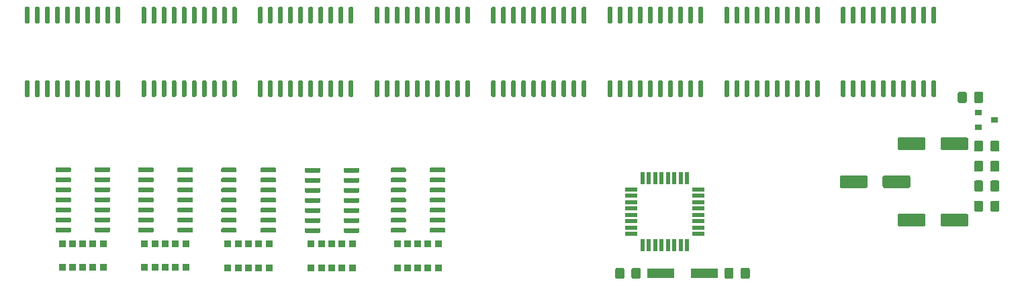
<source format=gbr>
G04 #@! TF.GenerationSoftware,KiCad,Pcbnew,5.1.5+dfsg1-2*
G04 #@! TF.CreationDate,2020-02-18T22:18:07+02:00*
G04 #@! TF.ProjectId,zxkbd,7a786b62-642e-46b6-9963-61645f706362,rev?*
G04 #@! TF.SameCoordinates,Original*
G04 #@! TF.FileFunction,Paste,Top*
G04 #@! TF.FilePolarity,Positive*
%FSLAX46Y46*%
G04 Gerber Fmt 4.6, Leading zero omitted, Abs format (unit mm)*
G04 Created by KiCad (PCBNEW 5.1.5+dfsg1-2) date 2020-02-18 22:18:07*
%MOMM*%
%LPD*%
G04 APERTURE LIST*
%ADD10C,0.100000*%
%ADD11R,0.900000X0.900000*%
%ADD12R,0.900000X0.800000*%
%ADD13R,0.550000X1.600000*%
%ADD14R,1.600000X0.550000*%
%ADD15R,3.500000X1.200000*%
G04 APERTURE END LIST*
D10*
G36*
X111599703Y-105975722D02*
G01*
X111614264Y-105977882D01*
X111628543Y-105981459D01*
X111642403Y-105986418D01*
X111655710Y-105992712D01*
X111668336Y-106000280D01*
X111680159Y-106009048D01*
X111691066Y-106018934D01*
X111700952Y-106029841D01*
X111709720Y-106041664D01*
X111717288Y-106054290D01*
X111723582Y-106067597D01*
X111728541Y-106081457D01*
X111732118Y-106095736D01*
X111734278Y-106110297D01*
X111735000Y-106125000D01*
X111735000Y-107875000D01*
X111734278Y-107889703D01*
X111732118Y-107904264D01*
X111728541Y-107918543D01*
X111723582Y-107932403D01*
X111717288Y-107945710D01*
X111709720Y-107958336D01*
X111700952Y-107970159D01*
X111691066Y-107981066D01*
X111680159Y-107990952D01*
X111668336Y-107999720D01*
X111655710Y-108007288D01*
X111642403Y-108013582D01*
X111628543Y-108018541D01*
X111614264Y-108022118D01*
X111599703Y-108024278D01*
X111585000Y-108025000D01*
X111285000Y-108025000D01*
X111270297Y-108024278D01*
X111255736Y-108022118D01*
X111241457Y-108018541D01*
X111227597Y-108013582D01*
X111214290Y-108007288D01*
X111201664Y-107999720D01*
X111189841Y-107990952D01*
X111178934Y-107981066D01*
X111169048Y-107970159D01*
X111160280Y-107958336D01*
X111152712Y-107945710D01*
X111146418Y-107932403D01*
X111141459Y-107918543D01*
X111137882Y-107904264D01*
X111135722Y-107889703D01*
X111135000Y-107875000D01*
X111135000Y-106125000D01*
X111135722Y-106110297D01*
X111137882Y-106095736D01*
X111141459Y-106081457D01*
X111146418Y-106067597D01*
X111152712Y-106054290D01*
X111160280Y-106041664D01*
X111169048Y-106029841D01*
X111178934Y-106018934D01*
X111189841Y-106009048D01*
X111201664Y-106000280D01*
X111214290Y-105992712D01*
X111227597Y-105986418D01*
X111241457Y-105981459D01*
X111255736Y-105977882D01*
X111270297Y-105975722D01*
X111285000Y-105975000D01*
X111585000Y-105975000D01*
X111599703Y-105975722D01*
G37*
G36*
X112869703Y-105975722D02*
G01*
X112884264Y-105977882D01*
X112898543Y-105981459D01*
X112912403Y-105986418D01*
X112925710Y-105992712D01*
X112938336Y-106000280D01*
X112950159Y-106009048D01*
X112961066Y-106018934D01*
X112970952Y-106029841D01*
X112979720Y-106041664D01*
X112987288Y-106054290D01*
X112993582Y-106067597D01*
X112998541Y-106081457D01*
X113002118Y-106095736D01*
X113004278Y-106110297D01*
X113005000Y-106125000D01*
X113005000Y-107875000D01*
X113004278Y-107889703D01*
X113002118Y-107904264D01*
X112998541Y-107918543D01*
X112993582Y-107932403D01*
X112987288Y-107945710D01*
X112979720Y-107958336D01*
X112970952Y-107970159D01*
X112961066Y-107981066D01*
X112950159Y-107990952D01*
X112938336Y-107999720D01*
X112925710Y-108007288D01*
X112912403Y-108013582D01*
X112898543Y-108018541D01*
X112884264Y-108022118D01*
X112869703Y-108024278D01*
X112855000Y-108025000D01*
X112555000Y-108025000D01*
X112540297Y-108024278D01*
X112525736Y-108022118D01*
X112511457Y-108018541D01*
X112497597Y-108013582D01*
X112484290Y-108007288D01*
X112471664Y-107999720D01*
X112459841Y-107990952D01*
X112448934Y-107981066D01*
X112439048Y-107970159D01*
X112430280Y-107958336D01*
X112422712Y-107945710D01*
X112416418Y-107932403D01*
X112411459Y-107918543D01*
X112407882Y-107904264D01*
X112405722Y-107889703D01*
X112405000Y-107875000D01*
X112405000Y-106125000D01*
X112405722Y-106110297D01*
X112407882Y-106095736D01*
X112411459Y-106081457D01*
X112416418Y-106067597D01*
X112422712Y-106054290D01*
X112430280Y-106041664D01*
X112439048Y-106029841D01*
X112448934Y-106018934D01*
X112459841Y-106009048D01*
X112471664Y-106000280D01*
X112484290Y-105992712D01*
X112497597Y-105986418D01*
X112511457Y-105981459D01*
X112525736Y-105977882D01*
X112540297Y-105975722D01*
X112555000Y-105975000D01*
X112855000Y-105975000D01*
X112869703Y-105975722D01*
G37*
G36*
X114139703Y-105975722D02*
G01*
X114154264Y-105977882D01*
X114168543Y-105981459D01*
X114182403Y-105986418D01*
X114195710Y-105992712D01*
X114208336Y-106000280D01*
X114220159Y-106009048D01*
X114231066Y-106018934D01*
X114240952Y-106029841D01*
X114249720Y-106041664D01*
X114257288Y-106054290D01*
X114263582Y-106067597D01*
X114268541Y-106081457D01*
X114272118Y-106095736D01*
X114274278Y-106110297D01*
X114275000Y-106125000D01*
X114275000Y-107875000D01*
X114274278Y-107889703D01*
X114272118Y-107904264D01*
X114268541Y-107918543D01*
X114263582Y-107932403D01*
X114257288Y-107945710D01*
X114249720Y-107958336D01*
X114240952Y-107970159D01*
X114231066Y-107981066D01*
X114220159Y-107990952D01*
X114208336Y-107999720D01*
X114195710Y-108007288D01*
X114182403Y-108013582D01*
X114168543Y-108018541D01*
X114154264Y-108022118D01*
X114139703Y-108024278D01*
X114125000Y-108025000D01*
X113825000Y-108025000D01*
X113810297Y-108024278D01*
X113795736Y-108022118D01*
X113781457Y-108018541D01*
X113767597Y-108013582D01*
X113754290Y-108007288D01*
X113741664Y-107999720D01*
X113729841Y-107990952D01*
X113718934Y-107981066D01*
X113709048Y-107970159D01*
X113700280Y-107958336D01*
X113692712Y-107945710D01*
X113686418Y-107932403D01*
X113681459Y-107918543D01*
X113677882Y-107904264D01*
X113675722Y-107889703D01*
X113675000Y-107875000D01*
X113675000Y-106125000D01*
X113675722Y-106110297D01*
X113677882Y-106095736D01*
X113681459Y-106081457D01*
X113686418Y-106067597D01*
X113692712Y-106054290D01*
X113700280Y-106041664D01*
X113709048Y-106029841D01*
X113718934Y-106018934D01*
X113729841Y-106009048D01*
X113741664Y-106000280D01*
X113754290Y-105992712D01*
X113767597Y-105986418D01*
X113781457Y-105981459D01*
X113795736Y-105977882D01*
X113810297Y-105975722D01*
X113825000Y-105975000D01*
X114125000Y-105975000D01*
X114139703Y-105975722D01*
G37*
G36*
X115409703Y-105975722D02*
G01*
X115424264Y-105977882D01*
X115438543Y-105981459D01*
X115452403Y-105986418D01*
X115465710Y-105992712D01*
X115478336Y-106000280D01*
X115490159Y-106009048D01*
X115501066Y-106018934D01*
X115510952Y-106029841D01*
X115519720Y-106041664D01*
X115527288Y-106054290D01*
X115533582Y-106067597D01*
X115538541Y-106081457D01*
X115542118Y-106095736D01*
X115544278Y-106110297D01*
X115545000Y-106125000D01*
X115545000Y-107875000D01*
X115544278Y-107889703D01*
X115542118Y-107904264D01*
X115538541Y-107918543D01*
X115533582Y-107932403D01*
X115527288Y-107945710D01*
X115519720Y-107958336D01*
X115510952Y-107970159D01*
X115501066Y-107981066D01*
X115490159Y-107990952D01*
X115478336Y-107999720D01*
X115465710Y-108007288D01*
X115452403Y-108013582D01*
X115438543Y-108018541D01*
X115424264Y-108022118D01*
X115409703Y-108024278D01*
X115395000Y-108025000D01*
X115095000Y-108025000D01*
X115080297Y-108024278D01*
X115065736Y-108022118D01*
X115051457Y-108018541D01*
X115037597Y-108013582D01*
X115024290Y-108007288D01*
X115011664Y-107999720D01*
X114999841Y-107990952D01*
X114988934Y-107981066D01*
X114979048Y-107970159D01*
X114970280Y-107958336D01*
X114962712Y-107945710D01*
X114956418Y-107932403D01*
X114951459Y-107918543D01*
X114947882Y-107904264D01*
X114945722Y-107889703D01*
X114945000Y-107875000D01*
X114945000Y-106125000D01*
X114945722Y-106110297D01*
X114947882Y-106095736D01*
X114951459Y-106081457D01*
X114956418Y-106067597D01*
X114962712Y-106054290D01*
X114970280Y-106041664D01*
X114979048Y-106029841D01*
X114988934Y-106018934D01*
X114999841Y-106009048D01*
X115011664Y-106000280D01*
X115024290Y-105992712D01*
X115037597Y-105986418D01*
X115051457Y-105981459D01*
X115065736Y-105977882D01*
X115080297Y-105975722D01*
X115095000Y-105975000D01*
X115395000Y-105975000D01*
X115409703Y-105975722D01*
G37*
G36*
X116679703Y-105975722D02*
G01*
X116694264Y-105977882D01*
X116708543Y-105981459D01*
X116722403Y-105986418D01*
X116735710Y-105992712D01*
X116748336Y-106000280D01*
X116760159Y-106009048D01*
X116771066Y-106018934D01*
X116780952Y-106029841D01*
X116789720Y-106041664D01*
X116797288Y-106054290D01*
X116803582Y-106067597D01*
X116808541Y-106081457D01*
X116812118Y-106095736D01*
X116814278Y-106110297D01*
X116815000Y-106125000D01*
X116815000Y-107875000D01*
X116814278Y-107889703D01*
X116812118Y-107904264D01*
X116808541Y-107918543D01*
X116803582Y-107932403D01*
X116797288Y-107945710D01*
X116789720Y-107958336D01*
X116780952Y-107970159D01*
X116771066Y-107981066D01*
X116760159Y-107990952D01*
X116748336Y-107999720D01*
X116735710Y-108007288D01*
X116722403Y-108013582D01*
X116708543Y-108018541D01*
X116694264Y-108022118D01*
X116679703Y-108024278D01*
X116665000Y-108025000D01*
X116365000Y-108025000D01*
X116350297Y-108024278D01*
X116335736Y-108022118D01*
X116321457Y-108018541D01*
X116307597Y-108013582D01*
X116294290Y-108007288D01*
X116281664Y-107999720D01*
X116269841Y-107990952D01*
X116258934Y-107981066D01*
X116249048Y-107970159D01*
X116240280Y-107958336D01*
X116232712Y-107945710D01*
X116226418Y-107932403D01*
X116221459Y-107918543D01*
X116217882Y-107904264D01*
X116215722Y-107889703D01*
X116215000Y-107875000D01*
X116215000Y-106125000D01*
X116215722Y-106110297D01*
X116217882Y-106095736D01*
X116221459Y-106081457D01*
X116226418Y-106067597D01*
X116232712Y-106054290D01*
X116240280Y-106041664D01*
X116249048Y-106029841D01*
X116258934Y-106018934D01*
X116269841Y-106009048D01*
X116281664Y-106000280D01*
X116294290Y-105992712D01*
X116307597Y-105986418D01*
X116321457Y-105981459D01*
X116335736Y-105977882D01*
X116350297Y-105975722D01*
X116365000Y-105975000D01*
X116665000Y-105975000D01*
X116679703Y-105975722D01*
G37*
G36*
X117949703Y-105975722D02*
G01*
X117964264Y-105977882D01*
X117978543Y-105981459D01*
X117992403Y-105986418D01*
X118005710Y-105992712D01*
X118018336Y-106000280D01*
X118030159Y-106009048D01*
X118041066Y-106018934D01*
X118050952Y-106029841D01*
X118059720Y-106041664D01*
X118067288Y-106054290D01*
X118073582Y-106067597D01*
X118078541Y-106081457D01*
X118082118Y-106095736D01*
X118084278Y-106110297D01*
X118085000Y-106125000D01*
X118085000Y-107875000D01*
X118084278Y-107889703D01*
X118082118Y-107904264D01*
X118078541Y-107918543D01*
X118073582Y-107932403D01*
X118067288Y-107945710D01*
X118059720Y-107958336D01*
X118050952Y-107970159D01*
X118041066Y-107981066D01*
X118030159Y-107990952D01*
X118018336Y-107999720D01*
X118005710Y-108007288D01*
X117992403Y-108013582D01*
X117978543Y-108018541D01*
X117964264Y-108022118D01*
X117949703Y-108024278D01*
X117935000Y-108025000D01*
X117635000Y-108025000D01*
X117620297Y-108024278D01*
X117605736Y-108022118D01*
X117591457Y-108018541D01*
X117577597Y-108013582D01*
X117564290Y-108007288D01*
X117551664Y-107999720D01*
X117539841Y-107990952D01*
X117528934Y-107981066D01*
X117519048Y-107970159D01*
X117510280Y-107958336D01*
X117502712Y-107945710D01*
X117496418Y-107932403D01*
X117491459Y-107918543D01*
X117487882Y-107904264D01*
X117485722Y-107889703D01*
X117485000Y-107875000D01*
X117485000Y-106125000D01*
X117485722Y-106110297D01*
X117487882Y-106095736D01*
X117491459Y-106081457D01*
X117496418Y-106067597D01*
X117502712Y-106054290D01*
X117510280Y-106041664D01*
X117519048Y-106029841D01*
X117528934Y-106018934D01*
X117539841Y-106009048D01*
X117551664Y-106000280D01*
X117564290Y-105992712D01*
X117577597Y-105986418D01*
X117591457Y-105981459D01*
X117605736Y-105977882D01*
X117620297Y-105975722D01*
X117635000Y-105975000D01*
X117935000Y-105975000D01*
X117949703Y-105975722D01*
G37*
G36*
X119219703Y-105975722D02*
G01*
X119234264Y-105977882D01*
X119248543Y-105981459D01*
X119262403Y-105986418D01*
X119275710Y-105992712D01*
X119288336Y-106000280D01*
X119300159Y-106009048D01*
X119311066Y-106018934D01*
X119320952Y-106029841D01*
X119329720Y-106041664D01*
X119337288Y-106054290D01*
X119343582Y-106067597D01*
X119348541Y-106081457D01*
X119352118Y-106095736D01*
X119354278Y-106110297D01*
X119355000Y-106125000D01*
X119355000Y-107875000D01*
X119354278Y-107889703D01*
X119352118Y-107904264D01*
X119348541Y-107918543D01*
X119343582Y-107932403D01*
X119337288Y-107945710D01*
X119329720Y-107958336D01*
X119320952Y-107970159D01*
X119311066Y-107981066D01*
X119300159Y-107990952D01*
X119288336Y-107999720D01*
X119275710Y-108007288D01*
X119262403Y-108013582D01*
X119248543Y-108018541D01*
X119234264Y-108022118D01*
X119219703Y-108024278D01*
X119205000Y-108025000D01*
X118905000Y-108025000D01*
X118890297Y-108024278D01*
X118875736Y-108022118D01*
X118861457Y-108018541D01*
X118847597Y-108013582D01*
X118834290Y-108007288D01*
X118821664Y-107999720D01*
X118809841Y-107990952D01*
X118798934Y-107981066D01*
X118789048Y-107970159D01*
X118780280Y-107958336D01*
X118772712Y-107945710D01*
X118766418Y-107932403D01*
X118761459Y-107918543D01*
X118757882Y-107904264D01*
X118755722Y-107889703D01*
X118755000Y-107875000D01*
X118755000Y-106125000D01*
X118755722Y-106110297D01*
X118757882Y-106095736D01*
X118761459Y-106081457D01*
X118766418Y-106067597D01*
X118772712Y-106054290D01*
X118780280Y-106041664D01*
X118789048Y-106029841D01*
X118798934Y-106018934D01*
X118809841Y-106009048D01*
X118821664Y-106000280D01*
X118834290Y-105992712D01*
X118847597Y-105986418D01*
X118861457Y-105981459D01*
X118875736Y-105977882D01*
X118890297Y-105975722D01*
X118905000Y-105975000D01*
X119205000Y-105975000D01*
X119219703Y-105975722D01*
G37*
G36*
X120489703Y-105975722D02*
G01*
X120504264Y-105977882D01*
X120518543Y-105981459D01*
X120532403Y-105986418D01*
X120545710Y-105992712D01*
X120558336Y-106000280D01*
X120570159Y-106009048D01*
X120581066Y-106018934D01*
X120590952Y-106029841D01*
X120599720Y-106041664D01*
X120607288Y-106054290D01*
X120613582Y-106067597D01*
X120618541Y-106081457D01*
X120622118Y-106095736D01*
X120624278Y-106110297D01*
X120625000Y-106125000D01*
X120625000Y-107875000D01*
X120624278Y-107889703D01*
X120622118Y-107904264D01*
X120618541Y-107918543D01*
X120613582Y-107932403D01*
X120607288Y-107945710D01*
X120599720Y-107958336D01*
X120590952Y-107970159D01*
X120581066Y-107981066D01*
X120570159Y-107990952D01*
X120558336Y-107999720D01*
X120545710Y-108007288D01*
X120532403Y-108013582D01*
X120518543Y-108018541D01*
X120504264Y-108022118D01*
X120489703Y-108024278D01*
X120475000Y-108025000D01*
X120175000Y-108025000D01*
X120160297Y-108024278D01*
X120145736Y-108022118D01*
X120131457Y-108018541D01*
X120117597Y-108013582D01*
X120104290Y-108007288D01*
X120091664Y-107999720D01*
X120079841Y-107990952D01*
X120068934Y-107981066D01*
X120059048Y-107970159D01*
X120050280Y-107958336D01*
X120042712Y-107945710D01*
X120036418Y-107932403D01*
X120031459Y-107918543D01*
X120027882Y-107904264D01*
X120025722Y-107889703D01*
X120025000Y-107875000D01*
X120025000Y-106125000D01*
X120025722Y-106110297D01*
X120027882Y-106095736D01*
X120031459Y-106081457D01*
X120036418Y-106067597D01*
X120042712Y-106054290D01*
X120050280Y-106041664D01*
X120059048Y-106029841D01*
X120068934Y-106018934D01*
X120079841Y-106009048D01*
X120091664Y-106000280D01*
X120104290Y-105992712D01*
X120117597Y-105986418D01*
X120131457Y-105981459D01*
X120145736Y-105977882D01*
X120160297Y-105975722D01*
X120175000Y-105975000D01*
X120475000Y-105975000D01*
X120489703Y-105975722D01*
G37*
G36*
X121759703Y-105975722D02*
G01*
X121774264Y-105977882D01*
X121788543Y-105981459D01*
X121802403Y-105986418D01*
X121815710Y-105992712D01*
X121828336Y-106000280D01*
X121840159Y-106009048D01*
X121851066Y-106018934D01*
X121860952Y-106029841D01*
X121869720Y-106041664D01*
X121877288Y-106054290D01*
X121883582Y-106067597D01*
X121888541Y-106081457D01*
X121892118Y-106095736D01*
X121894278Y-106110297D01*
X121895000Y-106125000D01*
X121895000Y-107875000D01*
X121894278Y-107889703D01*
X121892118Y-107904264D01*
X121888541Y-107918543D01*
X121883582Y-107932403D01*
X121877288Y-107945710D01*
X121869720Y-107958336D01*
X121860952Y-107970159D01*
X121851066Y-107981066D01*
X121840159Y-107990952D01*
X121828336Y-107999720D01*
X121815710Y-108007288D01*
X121802403Y-108013582D01*
X121788543Y-108018541D01*
X121774264Y-108022118D01*
X121759703Y-108024278D01*
X121745000Y-108025000D01*
X121445000Y-108025000D01*
X121430297Y-108024278D01*
X121415736Y-108022118D01*
X121401457Y-108018541D01*
X121387597Y-108013582D01*
X121374290Y-108007288D01*
X121361664Y-107999720D01*
X121349841Y-107990952D01*
X121338934Y-107981066D01*
X121329048Y-107970159D01*
X121320280Y-107958336D01*
X121312712Y-107945710D01*
X121306418Y-107932403D01*
X121301459Y-107918543D01*
X121297882Y-107904264D01*
X121295722Y-107889703D01*
X121295000Y-107875000D01*
X121295000Y-106125000D01*
X121295722Y-106110297D01*
X121297882Y-106095736D01*
X121301459Y-106081457D01*
X121306418Y-106067597D01*
X121312712Y-106054290D01*
X121320280Y-106041664D01*
X121329048Y-106029841D01*
X121338934Y-106018934D01*
X121349841Y-106009048D01*
X121361664Y-106000280D01*
X121374290Y-105992712D01*
X121387597Y-105986418D01*
X121401457Y-105981459D01*
X121415736Y-105977882D01*
X121430297Y-105975722D01*
X121445000Y-105975000D01*
X121745000Y-105975000D01*
X121759703Y-105975722D01*
G37*
G36*
X123029703Y-105975722D02*
G01*
X123044264Y-105977882D01*
X123058543Y-105981459D01*
X123072403Y-105986418D01*
X123085710Y-105992712D01*
X123098336Y-106000280D01*
X123110159Y-106009048D01*
X123121066Y-106018934D01*
X123130952Y-106029841D01*
X123139720Y-106041664D01*
X123147288Y-106054290D01*
X123153582Y-106067597D01*
X123158541Y-106081457D01*
X123162118Y-106095736D01*
X123164278Y-106110297D01*
X123165000Y-106125000D01*
X123165000Y-107875000D01*
X123164278Y-107889703D01*
X123162118Y-107904264D01*
X123158541Y-107918543D01*
X123153582Y-107932403D01*
X123147288Y-107945710D01*
X123139720Y-107958336D01*
X123130952Y-107970159D01*
X123121066Y-107981066D01*
X123110159Y-107990952D01*
X123098336Y-107999720D01*
X123085710Y-108007288D01*
X123072403Y-108013582D01*
X123058543Y-108018541D01*
X123044264Y-108022118D01*
X123029703Y-108024278D01*
X123015000Y-108025000D01*
X122715000Y-108025000D01*
X122700297Y-108024278D01*
X122685736Y-108022118D01*
X122671457Y-108018541D01*
X122657597Y-108013582D01*
X122644290Y-108007288D01*
X122631664Y-107999720D01*
X122619841Y-107990952D01*
X122608934Y-107981066D01*
X122599048Y-107970159D01*
X122590280Y-107958336D01*
X122582712Y-107945710D01*
X122576418Y-107932403D01*
X122571459Y-107918543D01*
X122567882Y-107904264D01*
X122565722Y-107889703D01*
X122565000Y-107875000D01*
X122565000Y-106125000D01*
X122565722Y-106110297D01*
X122567882Y-106095736D01*
X122571459Y-106081457D01*
X122576418Y-106067597D01*
X122582712Y-106054290D01*
X122590280Y-106041664D01*
X122599048Y-106029841D01*
X122608934Y-106018934D01*
X122619841Y-106009048D01*
X122631664Y-106000280D01*
X122644290Y-105992712D01*
X122657597Y-105986418D01*
X122671457Y-105981459D01*
X122685736Y-105977882D01*
X122700297Y-105975722D01*
X122715000Y-105975000D01*
X123015000Y-105975000D01*
X123029703Y-105975722D01*
G37*
G36*
X123029703Y-115275722D02*
G01*
X123044264Y-115277882D01*
X123058543Y-115281459D01*
X123072403Y-115286418D01*
X123085710Y-115292712D01*
X123098336Y-115300280D01*
X123110159Y-115309048D01*
X123121066Y-115318934D01*
X123130952Y-115329841D01*
X123139720Y-115341664D01*
X123147288Y-115354290D01*
X123153582Y-115367597D01*
X123158541Y-115381457D01*
X123162118Y-115395736D01*
X123164278Y-115410297D01*
X123165000Y-115425000D01*
X123165000Y-117175000D01*
X123164278Y-117189703D01*
X123162118Y-117204264D01*
X123158541Y-117218543D01*
X123153582Y-117232403D01*
X123147288Y-117245710D01*
X123139720Y-117258336D01*
X123130952Y-117270159D01*
X123121066Y-117281066D01*
X123110159Y-117290952D01*
X123098336Y-117299720D01*
X123085710Y-117307288D01*
X123072403Y-117313582D01*
X123058543Y-117318541D01*
X123044264Y-117322118D01*
X123029703Y-117324278D01*
X123015000Y-117325000D01*
X122715000Y-117325000D01*
X122700297Y-117324278D01*
X122685736Y-117322118D01*
X122671457Y-117318541D01*
X122657597Y-117313582D01*
X122644290Y-117307288D01*
X122631664Y-117299720D01*
X122619841Y-117290952D01*
X122608934Y-117281066D01*
X122599048Y-117270159D01*
X122590280Y-117258336D01*
X122582712Y-117245710D01*
X122576418Y-117232403D01*
X122571459Y-117218543D01*
X122567882Y-117204264D01*
X122565722Y-117189703D01*
X122565000Y-117175000D01*
X122565000Y-115425000D01*
X122565722Y-115410297D01*
X122567882Y-115395736D01*
X122571459Y-115381457D01*
X122576418Y-115367597D01*
X122582712Y-115354290D01*
X122590280Y-115341664D01*
X122599048Y-115329841D01*
X122608934Y-115318934D01*
X122619841Y-115309048D01*
X122631664Y-115300280D01*
X122644290Y-115292712D01*
X122657597Y-115286418D01*
X122671457Y-115281459D01*
X122685736Y-115277882D01*
X122700297Y-115275722D01*
X122715000Y-115275000D01*
X123015000Y-115275000D01*
X123029703Y-115275722D01*
G37*
G36*
X121759703Y-115275722D02*
G01*
X121774264Y-115277882D01*
X121788543Y-115281459D01*
X121802403Y-115286418D01*
X121815710Y-115292712D01*
X121828336Y-115300280D01*
X121840159Y-115309048D01*
X121851066Y-115318934D01*
X121860952Y-115329841D01*
X121869720Y-115341664D01*
X121877288Y-115354290D01*
X121883582Y-115367597D01*
X121888541Y-115381457D01*
X121892118Y-115395736D01*
X121894278Y-115410297D01*
X121895000Y-115425000D01*
X121895000Y-117175000D01*
X121894278Y-117189703D01*
X121892118Y-117204264D01*
X121888541Y-117218543D01*
X121883582Y-117232403D01*
X121877288Y-117245710D01*
X121869720Y-117258336D01*
X121860952Y-117270159D01*
X121851066Y-117281066D01*
X121840159Y-117290952D01*
X121828336Y-117299720D01*
X121815710Y-117307288D01*
X121802403Y-117313582D01*
X121788543Y-117318541D01*
X121774264Y-117322118D01*
X121759703Y-117324278D01*
X121745000Y-117325000D01*
X121445000Y-117325000D01*
X121430297Y-117324278D01*
X121415736Y-117322118D01*
X121401457Y-117318541D01*
X121387597Y-117313582D01*
X121374290Y-117307288D01*
X121361664Y-117299720D01*
X121349841Y-117290952D01*
X121338934Y-117281066D01*
X121329048Y-117270159D01*
X121320280Y-117258336D01*
X121312712Y-117245710D01*
X121306418Y-117232403D01*
X121301459Y-117218543D01*
X121297882Y-117204264D01*
X121295722Y-117189703D01*
X121295000Y-117175000D01*
X121295000Y-115425000D01*
X121295722Y-115410297D01*
X121297882Y-115395736D01*
X121301459Y-115381457D01*
X121306418Y-115367597D01*
X121312712Y-115354290D01*
X121320280Y-115341664D01*
X121329048Y-115329841D01*
X121338934Y-115318934D01*
X121349841Y-115309048D01*
X121361664Y-115300280D01*
X121374290Y-115292712D01*
X121387597Y-115286418D01*
X121401457Y-115281459D01*
X121415736Y-115277882D01*
X121430297Y-115275722D01*
X121445000Y-115275000D01*
X121745000Y-115275000D01*
X121759703Y-115275722D01*
G37*
G36*
X120489703Y-115275722D02*
G01*
X120504264Y-115277882D01*
X120518543Y-115281459D01*
X120532403Y-115286418D01*
X120545710Y-115292712D01*
X120558336Y-115300280D01*
X120570159Y-115309048D01*
X120581066Y-115318934D01*
X120590952Y-115329841D01*
X120599720Y-115341664D01*
X120607288Y-115354290D01*
X120613582Y-115367597D01*
X120618541Y-115381457D01*
X120622118Y-115395736D01*
X120624278Y-115410297D01*
X120625000Y-115425000D01*
X120625000Y-117175000D01*
X120624278Y-117189703D01*
X120622118Y-117204264D01*
X120618541Y-117218543D01*
X120613582Y-117232403D01*
X120607288Y-117245710D01*
X120599720Y-117258336D01*
X120590952Y-117270159D01*
X120581066Y-117281066D01*
X120570159Y-117290952D01*
X120558336Y-117299720D01*
X120545710Y-117307288D01*
X120532403Y-117313582D01*
X120518543Y-117318541D01*
X120504264Y-117322118D01*
X120489703Y-117324278D01*
X120475000Y-117325000D01*
X120175000Y-117325000D01*
X120160297Y-117324278D01*
X120145736Y-117322118D01*
X120131457Y-117318541D01*
X120117597Y-117313582D01*
X120104290Y-117307288D01*
X120091664Y-117299720D01*
X120079841Y-117290952D01*
X120068934Y-117281066D01*
X120059048Y-117270159D01*
X120050280Y-117258336D01*
X120042712Y-117245710D01*
X120036418Y-117232403D01*
X120031459Y-117218543D01*
X120027882Y-117204264D01*
X120025722Y-117189703D01*
X120025000Y-117175000D01*
X120025000Y-115425000D01*
X120025722Y-115410297D01*
X120027882Y-115395736D01*
X120031459Y-115381457D01*
X120036418Y-115367597D01*
X120042712Y-115354290D01*
X120050280Y-115341664D01*
X120059048Y-115329841D01*
X120068934Y-115318934D01*
X120079841Y-115309048D01*
X120091664Y-115300280D01*
X120104290Y-115292712D01*
X120117597Y-115286418D01*
X120131457Y-115281459D01*
X120145736Y-115277882D01*
X120160297Y-115275722D01*
X120175000Y-115275000D01*
X120475000Y-115275000D01*
X120489703Y-115275722D01*
G37*
G36*
X119219703Y-115275722D02*
G01*
X119234264Y-115277882D01*
X119248543Y-115281459D01*
X119262403Y-115286418D01*
X119275710Y-115292712D01*
X119288336Y-115300280D01*
X119300159Y-115309048D01*
X119311066Y-115318934D01*
X119320952Y-115329841D01*
X119329720Y-115341664D01*
X119337288Y-115354290D01*
X119343582Y-115367597D01*
X119348541Y-115381457D01*
X119352118Y-115395736D01*
X119354278Y-115410297D01*
X119355000Y-115425000D01*
X119355000Y-117175000D01*
X119354278Y-117189703D01*
X119352118Y-117204264D01*
X119348541Y-117218543D01*
X119343582Y-117232403D01*
X119337288Y-117245710D01*
X119329720Y-117258336D01*
X119320952Y-117270159D01*
X119311066Y-117281066D01*
X119300159Y-117290952D01*
X119288336Y-117299720D01*
X119275710Y-117307288D01*
X119262403Y-117313582D01*
X119248543Y-117318541D01*
X119234264Y-117322118D01*
X119219703Y-117324278D01*
X119205000Y-117325000D01*
X118905000Y-117325000D01*
X118890297Y-117324278D01*
X118875736Y-117322118D01*
X118861457Y-117318541D01*
X118847597Y-117313582D01*
X118834290Y-117307288D01*
X118821664Y-117299720D01*
X118809841Y-117290952D01*
X118798934Y-117281066D01*
X118789048Y-117270159D01*
X118780280Y-117258336D01*
X118772712Y-117245710D01*
X118766418Y-117232403D01*
X118761459Y-117218543D01*
X118757882Y-117204264D01*
X118755722Y-117189703D01*
X118755000Y-117175000D01*
X118755000Y-115425000D01*
X118755722Y-115410297D01*
X118757882Y-115395736D01*
X118761459Y-115381457D01*
X118766418Y-115367597D01*
X118772712Y-115354290D01*
X118780280Y-115341664D01*
X118789048Y-115329841D01*
X118798934Y-115318934D01*
X118809841Y-115309048D01*
X118821664Y-115300280D01*
X118834290Y-115292712D01*
X118847597Y-115286418D01*
X118861457Y-115281459D01*
X118875736Y-115277882D01*
X118890297Y-115275722D01*
X118905000Y-115275000D01*
X119205000Y-115275000D01*
X119219703Y-115275722D01*
G37*
G36*
X117949703Y-115275722D02*
G01*
X117964264Y-115277882D01*
X117978543Y-115281459D01*
X117992403Y-115286418D01*
X118005710Y-115292712D01*
X118018336Y-115300280D01*
X118030159Y-115309048D01*
X118041066Y-115318934D01*
X118050952Y-115329841D01*
X118059720Y-115341664D01*
X118067288Y-115354290D01*
X118073582Y-115367597D01*
X118078541Y-115381457D01*
X118082118Y-115395736D01*
X118084278Y-115410297D01*
X118085000Y-115425000D01*
X118085000Y-117175000D01*
X118084278Y-117189703D01*
X118082118Y-117204264D01*
X118078541Y-117218543D01*
X118073582Y-117232403D01*
X118067288Y-117245710D01*
X118059720Y-117258336D01*
X118050952Y-117270159D01*
X118041066Y-117281066D01*
X118030159Y-117290952D01*
X118018336Y-117299720D01*
X118005710Y-117307288D01*
X117992403Y-117313582D01*
X117978543Y-117318541D01*
X117964264Y-117322118D01*
X117949703Y-117324278D01*
X117935000Y-117325000D01*
X117635000Y-117325000D01*
X117620297Y-117324278D01*
X117605736Y-117322118D01*
X117591457Y-117318541D01*
X117577597Y-117313582D01*
X117564290Y-117307288D01*
X117551664Y-117299720D01*
X117539841Y-117290952D01*
X117528934Y-117281066D01*
X117519048Y-117270159D01*
X117510280Y-117258336D01*
X117502712Y-117245710D01*
X117496418Y-117232403D01*
X117491459Y-117218543D01*
X117487882Y-117204264D01*
X117485722Y-117189703D01*
X117485000Y-117175000D01*
X117485000Y-115425000D01*
X117485722Y-115410297D01*
X117487882Y-115395736D01*
X117491459Y-115381457D01*
X117496418Y-115367597D01*
X117502712Y-115354290D01*
X117510280Y-115341664D01*
X117519048Y-115329841D01*
X117528934Y-115318934D01*
X117539841Y-115309048D01*
X117551664Y-115300280D01*
X117564290Y-115292712D01*
X117577597Y-115286418D01*
X117591457Y-115281459D01*
X117605736Y-115277882D01*
X117620297Y-115275722D01*
X117635000Y-115275000D01*
X117935000Y-115275000D01*
X117949703Y-115275722D01*
G37*
G36*
X116679703Y-115275722D02*
G01*
X116694264Y-115277882D01*
X116708543Y-115281459D01*
X116722403Y-115286418D01*
X116735710Y-115292712D01*
X116748336Y-115300280D01*
X116760159Y-115309048D01*
X116771066Y-115318934D01*
X116780952Y-115329841D01*
X116789720Y-115341664D01*
X116797288Y-115354290D01*
X116803582Y-115367597D01*
X116808541Y-115381457D01*
X116812118Y-115395736D01*
X116814278Y-115410297D01*
X116815000Y-115425000D01*
X116815000Y-117175000D01*
X116814278Y-117189703D01*
X116812118Y-117204264D01*
X116808541Y-117218543D01*
X116803582Y-117232403D01*
X116797288Y-117245710D01*
X116789720Y-117258336D01*
X116780952Y-117270159D01*
X116771066Y-117281066D01*
X116760159Y-117290952D01*
X116748336Y-117299720D01*
X116735710Y-117307288D01*
X116722403Y-117313582D01*
X116708543Y-117318541D01*
X116694264Y-117322118D01*
X116679703Y-117324278D01*
X116665000Y-117325000D01*
X116365000Y-117325000D01*
X116350297Y-117324278D01*
X116335736Y-117322118D01*
X116321457Y-117318541D01*
X116307597Y-117313582D01*
X116294290Y-117307288D01*
X116281664Y-117299720D01*
X116269841Y-117290952D01*
X116258934Y-117281066D01*
X116249048Y-117270159D01*
X116240280Y-117258336D01*
X116232712Y-117245710D01*
X116226418Y-117232403D01*
X116221459Y-117218543D01*
X116217882Y-117204264D01*
X116215722Y-117189703D01*
X116215000Y-117175000D01*
X116215000Y-115425000D01*
X116215722Y-115410297D01*
X116217882Y-115395736D01*
X116221459Y-115381457D01*
X116226418Y-115367597D01*
X116232712Y-115354290D01*
X116240280Y-115341664D01*
X116249048Y-115329841D01*
X116258934Y-115318934D01*
X116269841Y-115309048D01*
X116281664Y-115300280D01*
X116294290Y-115292712D01*
X116307597Y-115286418D01*
X116321457Y-115281459D01*
X116335736Y-115277882D01*
X116350297Y-115275722D01*
X116365000Y-115275000D01*
X116665000Y-115275000D01*
X116679703Y-115275722D01*
G37*
G36*
X115409703Y-115275722D02*
G01*
X115424264Y-115277882D01*
X115438543Y-115281459D01*
X115452403Y-115286418D01*
X115465710Y-115292712D01*
X115478336Y-115300280D01*
X115490159Y-115309048D01*
X115501066Y-115318934D01*
X115510952Y-115329841D01*
X115519720Y-115341664D01*
X115527288Y-115354290D01*
X115533582Y-115367597D01*
X115538541Y-115381457D01*
X115542118Y-115395736D01*
X115544278Y-115410297D01*
X115545000Y-115425000D01*
X115545000Y-117175000D01*
X115544278Y-117189703D01*
X115542118Y-117204264D01*
X115538541Y-117218543D01*
X115533582Y-117232403D01*
X115527288Y-117245710D01*
X115519720Y-117258336D01*
X115510952Y-117270159D01*
X115501066Y-117281066D01*
X115490159Y-117290952D01*
X115478336Y-117299720D01*
X115465710Y-117307288D01*
X115452403Y-117313582D01*
X115438543Y-117318541D01*
X115424264Y-117322118D01*
X115409703Y-117324278D01*
X115395000Y-117325000D01*
X115095000Y-117325000D01*
X115080297Y-117324278D01*
X115065736Y-117322118D01*
X115051457Y-117318541D01*
X115037597Y-117313582D01*
X115024290Y-117307288D01*
X115011664Y-117299720D01*
X114999841Y-117290952D01*
X114988934Y-117281066D01*
X114979048Y-117270159D01*
X114970280Y-117258336D01*
X114962712Y-117245710D01*
X114956418Y-117232403D01*
X114951459Y-117218543D01*
X114947882Y-117204264D01*
X114945722Y-117189703D01*
X114945000Y-117175000D01*
X114945000Y-115425000D01*
X114945722Y-115410297D01*
X114947882Y-115395736D01*
X114951459Y-115381457D01*
X114956418Y-115367597D01*
X114962712Y-115354290D01*
X114970280Y-115341664D01*
X114979048Y-115329841D01*
X114988934Y-115318934D01*
X114999841Y-115309048D01*
X115011664Y-115300280D01*
X115024290Y-115292712D01*
X115037597Y-115286418D01*
X115051457Y-115281459D01*
X115065736Y-115277882D01*
X115080297Y-115275722D01*
X115095000Y-115275000D01*
X115395000Y-115275000D01*
X115409703Y-115275722D01*
G37*
G36*
X114139703Y-115275722D02*
G01*
X114154264Y-115277882D01*
X114168543Y-115281459D01*
X114182403Y-115286418D01*
X114195710Y-115292712D01*
X114208336Y-115300280D01*
X114220159Y-115309048D01*
X114231066Y-115318934D01*
X114240952Y-115329841D01*
X114249720Y-115341664D01*
X114257288Y-115354290D01*
X114263582Y-115367597D01*
X114268541Y-115381457D01*
X114272118Y-115395736D01*
X114274278Y-115410297D01*
X114275000Y-115425000D01*
X114275000Y-117175000D01*
X114274278Y-117189703D01*
X114272118Y-117204264D01*
X114268541Y-117218543D01*
X114263582Y-117232403D01*
X114257288Y-117245710D01*
X114249720Y-117258336D01*
X114240952Y-117270159D01*
X114231066Y-117281066D01*
X114220159Y-117290952D01*
X114208336Y-117299720D01*
X114195710Y-117307288D01*
X114182403Y-117313582D01*
X114168543Y-117318541D01*
X114154264Y-117322118D01*
X114139703Y-117324278D01*
X114125000Y-117325000D01*
X113825000Y-117325000D01*
X113810297Y-117324278D01*
X113795736Y-117322118D01*
X113781457Y-117318541D01*
X113767597Y-117313582D01*
X113754290Y-117307288D01*
X113741664Y-117299720D01*
X113729841Y-117290952D01*
X113718934Y-117281066D01*
X113709048Y-117270159D01*
X113700280Y-117258336D01*
X113692712Y-117245710D01*
X113686418Y-117232403D01*
X113681459Y-117218543D01*
X113677882Y-117204264D01*
X113675722Y-117189703D01*
X113675000Y-117175000D01*
X113675000Y-115425000D01*
X113675722Y-115410297D01*
X113677882Y-115395736D01*
X113681459Y-115381457D01*
X113686418Y-115367597D01*
X113692712Y-115354290D01*
X113700280Y-115341664D01*
X113709048Y-115329841D01*
X113718934Y-115318934D01*
X113729841Y-115309048D01*
X113741664Y-115300280D01*
X113754290Y-115292712D01*
X113767597Y-115286418D01*
X113781457Y-115281459D01*
X113795736Y-115277882D01*
X113810297Y-115275722D01*
X113825000Y-115275000D01*
X114125000Y-115275000D01*
X114139703Y-115275722D01*
G37*
G36*
X112869703Y-115275722D02*
G01*
X112884264Y-115277882D01*
X112898543Y-115281459D01*
X112912403Y-115286418D01*
X112925710Y-115292712D01*
X112938336Y-115300280D01*
X112950159Y-115309048D01*
X112961066Y-115318934D01*
X112970952Y-115329841D01*
X112979720Y-115341664D01*
X112987288Y-115354290D01*
X112993582Y-115367597D01*
X112998541Y-115381457D01*
X113002118Y-115395736D01*
X113004278Y-115410297D01*
X113005000Y-115425000D01*
X113005000Y-117175000D01*
X113004278Y-117189703D01*
X113002118Y-117204264D01*
X112998541Y-117218543D01*
X112993582Y-117232403D01*
X112987288Y-117245710D01*
X112979720Y-117258336D01*
X112970952Y-117270159D01*
X112961066Y-117281066D01*
X112950159Y-117290952D01*
X112938336Y-117299720D01*
X112925710Y-117307288D01*
X112912403Y-117313582D01*
X112898543Y-117318541D01*
X112884264Y-117322118D01*
X112869703Y-117324278D01*
X112855000Y-117325000D01*
X112555000Y-117325000D01*
X112540297Y-117324278D01*
X112525736Y-117322118D01*
X112511457Y-117318541D01*
X112497597Y-117313582D01*
X112484290Y-117307288D01*
X112471664Y-117299720D01*
X112459841Y-117290952D01*
X112448934Y-117281066D01*
X112439048Y-117270159D01*
X112430280Y-117258336D01*
X112422712Y-117245710D01*
X112416418Y-117232403D01*
X112411459Y-117218543D01*
X112407882Y-117204264D01*
X112405722Y-117189703D01*
X112405000Y-117175000D01*
X112405000Y-115425000D01*
X112405722Y-115410297D01*
X112407882Y-115395736D01*
X112411459Y-115381457D01*
X112416418Y-115367597D01*
X112422712Y-115354290D01*
X112430280Y-115341664D01*
X112439048Y-115329841D01*
X112448934Y-115318934D01*
X112459841Y-115309048D01*
X112471664Y-115300280D01*
X112484290Y-115292712D01*
X112497597Y-115286418D01*
X112511457Y-115281459D01*
X112525736Y-115277882D01*
X112540297Y-115275722D01*
X112555000Y-115275000D01*
X112855000Y-115275000D01*
X112869703Y-115275722D01*
G37*
G36*
X111599703Y-115275722D02*
G01*
X111614264Y-115277882D01*
X111628543Y-115281459D01*
X111642403Y-115286418D01*
X111655710Y-115292712D01*
X111668336Y-115300280D01*
X111680159Y-115309048D01*
X111691066Y-115318934D01*
X111700952Y-115329841D01*
X111709720Y-115341664D01*
X111717288Y-115354290D01*
X111723582Y-115367597D01*
X111728541Y-115381457D01*
X111732118Y-115395736D01*
X111734278Y-115410297D01*
X111735000Y-115425000D01*
X111735000Y-117175000D01*
X111734278Y-117189703D01*
X111732118Y-117204264D01*
X111728541Y-117218543D01*
X111723582Y-117232403D01*
X111717288Y-117245710D01*
X111709720Y-117258336D01*
X111700952Y-117270159D01*
X111691066Y-117281066D01*
X111680159Y-117290952D01*
X111668336Y-117299720D01*
X111655710Y-117307288D01*
X111642403Y-117313582D01*
X111628543Y-117318541D01*
X111614264Y-117322118D01*
X111599703Y-117324278D01*
X111585000Y-117325000D01*
X111285000Y-117325000D01*
X111270297Y-117324278D01*
X111255736Y-117322118D01*
X111241457Y-117318541D01*
X111227597Y-117313582D01*
X111214290Y-117307288D01*
X111201664Y-117299720D01*
X111189841Y-117290952D01*
X111178934Y-117281066D01*
X111169048Y-117270159D01*
X111160280Y-117258336D01*
X111152712Y-117245710D01*
X111146418Y-117232403D01*
X111141459Y-117218543D01*
X111137882Y-117204264D01*
X111135722Y-117189703D01*
X111135000Y-117175000D01*
X111135000Y-115425000D01*
X111135722Y-115410297D01*
X111137882Y-115395736D01*
X111141459Y-115381457D01*
X111146418Y-115367597D01*
X111152712Y-115354290D01*
X111160280Y-115341664D01*
X111169048Y-115329841D01*
X111178934Y-115318934D01*
X111189841Y-115309048D01*
X111201664Y-115300280D01*
X111214290Y-115292712D01*
X111227597Y-115286418D01*
X111241457Y-115281459D01*
X111255736Y-115277882D01*
X111270297Y-115275722D01*
X111285000Y-115275000D01*
X111585000Y-115275000D01*
X111599703Y-115275722D01*
G37*
G36*
X96899703Y-105975722D02*
G01*
X96914264Y-105977882D01*
X96928543Y-105981459D01*
X96942403Y-105986418D01*
X96955710Y-105992712D01*
X96968336Y-106000280D01*
X96980159Y-106009048D01*
X96991066Y-106018934D01*
X97000952Y-106029841D01*
X97009720Y-106041664D01*
X97017288Y-106054290D01*
X97023582Y-106067597D01*
X97028541Y-106081457D01*
X97032118Y-106095736D01*
X97034278Y-106110297D01*
X97035000Y-106125000D01*
X97035000Y-107875000D01*
X97034278Y-107889703D01*
X97032118Y-107904264D01*
X97028541Y-107918543D01*
X97023582Y-107932403D01*
X97017288Y-107945710D01*
X97009720Y-107958336D01*
X97000952Y-107970159D01*
X96991066Y-107981066D01*
X96980159Y-107990952D01*
X96968336Y-107999720D01*
X96955710Y-108007288D01*
X96942403Y-108013582D01*
X96928543Y-108018541D01*
X96914264Y-108022118D01*
X96899703Y-108024278D01*
X96885000Y-108025000D01*
X96585000Y-108025000D01*
X96570297Y-108024278D01*
X96555736Y-108022118D01*
X96541457Y-108018541D01*
X96527597Y-108013582D01*
X96514290Y-108007288D01*
X96501664Y-107999720D01*
X96489841Y-107990952D01*
X96478934Y-107981066D01*
X96469048Y-107970159D01*
X96460280Y-107958336D01*
X96452712Y-107945710D01*
X96446418Y-107932403D01*
X96441459Y-107918543D01*
X96437882Y-107904264D01*
X96435722Y-107889703D01*
X96435000Y-107875000D01*
X96435000Y-106125000D01*
X96435722Y-106110297D01*
X96437882Y-106095736D01*
X96441459Y-106081457D01*
X96446418Y-106067597D01*
X96452712Y-106054290D01*
X96460280Y-106041664D01*
X96469048Y-106029841D01*
X96478934Y-106018934D01*
X96489841Y-106009048D01*
X96501664Y-106000280D01*
X96514290Y-105992712D01*
X96527597Y-105986418D01*
X96541457Y-105981459D01*
X96555736Y-105977882D01*
X96570297Y-105975722D01*
X96585000Y-105975000D01*
X96885000Y-105975000D01*
X96899703Y-105975722D01*
G37*
G36*
X98169703Y-105975722D02*
G01*
X98184264Y-105977882D01*
X98198543Y-105981459D01*
X98212403Y-105986418D01*
X98225710Y-105992712D01*
X98238336Y-106000280D01*
X98250159Y-106009048D01*
X98261066Y-106018934D01*
X98270952Y-106029841D01*
X98279720Y-106041664D01*
X98287288Y-106054290D01*
X98293582Y-106067597D01*
X98298541Y-106081457D01*
X98302118Y-106095736D01*
X98304278Y-106110297D01*
X98305000Y-106125000D01*
X98305000Y-107875000D01*
X98304278Y-107889703D01*
X98302118Y-107904264D01*
X98298541Y-107918543D01*
X98293582Y-107932403D01*
X98287288Y-107945710D01*
X98279720Y-107958336D01*
X98270952Y-107970159D01*
X98261066Y-107981066D01*
X98250159Y-107990952D01*
X98238336Y-107999720D01*
X98225710Y-108007288D01*
X98212403Y-108013582D01*
X98198543Y-108018541D01*
X98184264Y-108022118D01*
X98169703Y-108024278D01*
X98155000Y-108025000D01*
X97855000Y-108025000D01*
X97840297Y-108024278D01*
X97825736Y-108022118D01*
X97811457Y-108018541D01*
X97797597Y-108013582D01*
X97784290Y-108007288D01*
X97771664Y-107999720D01*
X97759841Y-107990952D01*
X97748934Y-107981066D01*
X97739048Y-107970159D01*
X97730280Y-107958336D01*
X97722712Y-107945710D01*
X97716418Y-107932403D01*
X97711459Y-107918543D01*
X97707882Y-107904264D01*
X97705722Y-107889703D01*
X97705000Y-107875000D01*
X97705000Y-106125000D01*
X97705722Y-106110297D01*
X97707882Y-106095736D01*
X97711459Y-106081457D01*
X97716418Y-106067597D01*
X97722712Y-106054290D01*
X97730280Y-106041664D01*
X97739048Y-106029841D01*
X97748934Y-106018934D01*
X97759841Y-106009048D01*
X97771664Y-106000280D01*
X97784290Y-105992712D01*
X97797597Y-105986418D01*
X97811457Y-105981459D01*
X97825736Y-105977882D01*
X97840297Y-105975722D01*
X97855000Y-105975000D01*
X98155000Y-105975000D01*
X98169703Y-105975722D01*
G37*
G36*
X99439703Y-105975722D02*
G01*
X99454264Y-105977882D01*
X99468543Y-105981459D01*
X99482403Y-105986418D01*
X99495710Y-105992712D01*
X99508336Y-106000280D01*
X99520159Y-106009048D01*
X99531066Y-106018934D01*
X99540952Y-106029841D01*
X99549720Y-106041664D01*
X99557288Y-106054290D01*
X99563582Y-106067597D01*
X99568541Y-106081457D01*
X99572118Y-106095736D01*
X99574278Y-106110297D01*
X99575000Y-106125000D01*
X99575000Y-107875000D01*
X99574278Y-107889703D01*
X99572118Y-107904264D01*
X99568541Y-107918543D01*
X99563582Y-107932403D01*
X99557288Y-107945710D01*
X99549720Y-107958336D01*
X99540952Y-107970159D01*
X99531066Y-107981066D01*
X99520159Y-107990952D01*
X99508336Y-107999720D01*
X99495710Y-108007288D01*
X99482403Y-108013582D01*
X99468543Y-108018541D01*
X99454264Y-108022118D01*
X99439703Y-108024278D01*
X99425000Y-108025000D01*
X99125000Y-108025000D01*
X99110297Y-108024278D01*
X99095736Y-108022118D01*
X99081457Y-108018541D01*
X99067597Y-108013582D01*
X99054290Y-108007288D01*
X99041664Y-107999720D01*
X99029841Y-107990952D01*
X99018934Y-107981066D01*
X99009048Y-107970159D01*
X99000280Y-107958336D01*
X98992712Y-107945710D01*
X98986418Y-107932403D01*
X98981459Y-107918543D01*
X98977882Y-107904264D01*
X98975722Y-107889703D01*
X98975000Y-107875000D01*
X98975000Y-106125000D01*
X98975722Y-106110297D01*
X98977882Y-106095736D01*
X98981459Y-106081457D01*
X98986418Y-106067597D01*
X98992712Y-106054290D01*
X99000280Y-106041664D01*
X99009048Y-106029841D01*
X99018934Y-106018934D01*
X99029841Y-106009048D01*
X99041664Y-106000280D01*
X99054290Y-105992712D01*
X99067597Y-105986418D01*
X99081457Y-105981459D01*
X99095736Y-105977882D01*
X99110297Y-105975722D01*
X99125000Y-105975000D01*
X99425000Y-105975000D01*
X99439703Y-105975722D01*
G37*
G36*
X100709703Y-105975722D02*
G01*
X100724264Y-105977882D01*
X100738543Y-105981459D01*
X100752403Y-105986418D01*
X100765710Y-105992712D01*
X100778336Y-106000280D01*
X100790159Y-106009048D01*
X100801066Y-106018934D01*
X100810952Y-106029841D01*
X100819720Y-106041664D01*
X100827288Y-106054290D01*
X100833582Y-106067597D01*
X100838541Y-106081457D01*
X100842118Y-106095736D01*
X100844278Y-106110297D01*
X100845000Y-106125000D01*
X100845000Y-107875000D01*
X100844278Y-107889703D01*
X100842118Y-107904264D01*
X100838541Y-107918543D01*
X100833582Y-107932403D01*
X100827288Y-107945710D01*
X100819720Y-107958336D01*
X100810952Y-107970159D01*
X100801066Y-107981066D01*
X100790159Y-107990952D01*
X100778336Y-107999720D01*
X100765710Y-108007288D01*
X100752403Y-108013582D01*
X100738543Y-108018541D01*
X100724264Y-108022118D01*
X100709703Y-108024278D01*
X100695000Y-108025000D01*
X100395000Y-108025000D01*
X100380297Y-108024278D01*
X100365736Y-108022118D01*
X100351457Y-108018541D01*
X100337597Y-108013582D01*
X100324290Y-108007288D01*
X100311664Y-107999720D01*
X100299841Y-107990952D01*
X100288934Y-107981066D01*
X100279048Y-107970159D01*
X100270280Y-107958336D01*
X100262712Y-107945710D01*
X100256418Y-107932403D01*
X100251459Y-107918543D01*
X100247882Y-107904264D01*
X100245722Y-107889703D01*
X100245000Y-107875000D01*
X100245000Y-106125000D01*
X100245722Y-106110297D01*
X100247882Y-106095736D01*
X100251459Y-106081457D01*
X100256418Y-106067597D01*
X100262712Y-106054290D01*
X100270280Y-106041664D01*
X100279048Y-106029841D01*
X100288934Y-106018934D01*
X100299841Y-106009048D01*
X100311664Y-106000280D01*
X100324290Y-105992712D01*
X100337597Y-105986418D01*
X100351457Y-105981459D01*
X100365736Y-105977882D01*
X100380297Y-105975722D01*
X100395000Y-105975000D01*
X100695000Y-105975000D01*
X100709703Y-105975722D01*
G37*
G36*
X101979703Y-105975722D02*
G01*
X101994264Y-105977882D01*
X102008543Y-105981459D01*
X102022403Y-105986418D01*
X102035710Y-105992712D01*
X102048336Y-106000280D01*
X102060159Y-106009048D01*
X102071066Y-106018934D01*
X102080952Y-106029841D01*
X102089720Y-106041664D01*
X102097288Y-106054290D01*
X102103582Y-106067597D01*
X102108541Y-106081457D01*
X102112118Y-106095736D01*
X102114278Y-106110297D01*
X102115000Y-106125000D01*
X102115000Y-107875000D01*
X102114278Y-107889703D01*
X102112118Y-107904264D01*
X102108541Y-107918543D01*
X102103582Y-107932403D01*
X102097288Y-107945710D01*
X102089720Y-107958336D01*
X102080952Y-107970159D01*
X102071066Y-107981066D01*
X102060159Y-107990952D01*
X102048336Y-107999720D01*
X102035710Y-108007288D01*
X102022403Y-108013582D01*
X102008543Y-108018541D01*
X101994264Y-108022118D01*
X101979703Y-108024278D01*
X101965000Y-108025000D01*
X101665000Y-108025000D01*
X101650297Y-108024278D01*
X101635736Y-108022118D01*
X101621457Y-108018541D01*
X101607597Y-108013582D01*
X101594290Y-108007288D01*
X101581664Y-107999720D01*
X101569841Y-107990952D01*
X101558934Y-107981066D01*
X101549048Y-107970159D01*
X101540280Y-107958336D01*
X101532712Y-107945710D01*
X101526418Y-107932403D01*
X101521459Y-107918543D01*
X101517882Y-107904264D01*
X101515722Y-107889703D01*
X101515000Y-107875000D01*
X101515000Y-106125000D01*
X101515722Y-106110297D01*
X101517882Y-106095736D01*
X101521459Y-106081457D01*
X101526418Y-106067597D01*
X101532712Y-106054290D01*
X101540280Y-106041664D01*
X101549048Y-106029841D01*
X101558934Y-106018934D01*
X101569841Y-106009048D01*
X101581664Y-106000280D01*
X101594290Y-105992712D01*
X101607597Y-105986418D01*
X101621457Y-105981459D01*
X101635736Y-105977882D01*
X101650297Y-105975722D01*
X101665000Y-105975000D01*
X101965000Y-105975000D01*
X101979703Y-105975722D01*
G37*
G36*
X103249703Y-105975722D02*
G01*
X103264264Y-105977882D01*
X103278543Y-105981459D01*
X103292403Y-105986418D01*
X103305710Y-105992712D01*
X103318336Y-106000280D01*
X103330159Y-106009048D01*
X103341066Y-106018934D01*
X103350952Y-106029841D01*
X103359720Y-106041664D01*
X103367288Y-106054290D01*
X103373582Y-106067597D01*
X103378541Y-106081457D01*
X103382118Y-106095736D01*
X103384278Y-106110297D01*
X103385000Y-106125000D01*
X103385000Y-107875000D01*
X103384278Y-107889703D01*
X103382118Y-107904264D01*
X103378541Y-107918543D01*
X103373582Y-107932403D01*
X103367288Y-107945710D01*
X103359720Y-107958336D01*
X103350952Y-107970159D01*
X103341066Y-107981066D01*
X103330159Y-107990952D01*
X103318336Y-107999720D01*
X103305710Y-108007288D01*
X103292403Y-108013582D01*
X103278543Y-108018541D01*
X103264264Y-108022118D01*
X103249703Y-108024278D01*
X103235000Y-108025000D01*
X102935000Y-108025000D01*
X102920297Y-108024278D01*
X102905736Y-108022118D01*
X102891457Y-108018541D01*
X102877597Y-108013582D01*
X102864290Y-108007288D01*
X102851664Y-107999720D01*
X102839841Y-107990952D01*
X102828934Y-107981066D01*
X102819048Y-107970159D01*
X102810280Y-107958336D01*
X102802712Y-107945710D01*
X102796418Y-107932403D01*
X102791459Y-107918543D01*
X102787882Y-107904264D01*
X102785722Y-107889703D01*
X102785000Y-107875000D01*
X102785000Y-106125000D01*
X102785722Y-106110297D01*
X102787882Y-106095736D01*
X102791459Y-106081457D01*
X102796418Y-106067597D01*
X102802712Y-106054290D01*
X102810280Y-106041664D01*
X102819048Y-106029841D01*
X102828934Y-106018934D01*
X102839841Y-106009048D01*
X102851664Y-106000280D01*
X102864290Y-105992712D01*
X102877597Y-105986418D01*
X102891457Y-105981459D01*
X102905736Y-105977882D01*
X102920297Y-105975722D01*
X102935000Y-105975000D01*
X103235000Y-105975000D01*
X103249703Y-105975722D01*
G37*
G36*
X104519703Y-105975722D02*
G01*
X104534264Y-105977882D01*
X104548543Y-105981459D01*
X104562403Y-105986418D01*
X104575710Y-105992712D01*
X104588336Y-106000280D01*
X104600159Y-106009048D01*
X104611066Y-106018934D01*
X104620952Y-106029841D01*
X104629720Y-106041664D01*
X104637288Y-106054290D01*
X104643582Y-106067597D01*
X104648541Y-106081457D01*
X104652118Y-106095736D01*
X104654278Y-106110297D01*
X104655000Y-106125000D01*
X104655000Y-107875000D01*
X104654278Y-107889703D01*
X104652118Y-107904264D01*
X104648541Y-107918543D01*
X104643582Y-107932403D01*
X104637288Y-107945710D01*
X104629720Y-107958336D01*
X104620952Y-107970159D01*
X104611066Y-107981066D01*
X104600159Y-107990952D01*
X104588336Y-107999720D01*
X104575710Y-108007288D01*
X104562403Y-108013582D01*
X104548543Y-108018541D01*
X104534264Y-108022118D01*
X104519703Y-108024278D01*
X104505000Y-108025000D01*
X104205000Y-108025000D01*
X104190297Y-108024278D01*
X104175736Y-108022118D01*
X104161457Y-108018541D01*
X104147597Y-108013582D01*
X104134290Y-108007288D01*
X104121664Y-107999720D01*
X104109841Y-107990952D01*
X104098934Y-107981066D01*
X104089048Y-107970159D01*
X104080280Y-107958336D01*
X104072712Y-107945710D01*
X104066418Y-107932403D01*
X104061459Y-107918543D01*
X104057882Y-107904264D01*
X104055722Y-107889703D01*
X104055000Y-107875000D01*
X104055000Y-106125000D01*
X104055722Y-106110297D01*
X104057882Y-106095736D01*
X104061459Y-106081457D01*
X104066418Y-106067597D01*
X104072712Y-106054290D01*
X104080280Y-106041664D01*
X104089048Y-106029841D01*
X104098934Y-106018934D01*
X104109841Y-106009048D01*
X104121664Y-106000280D01*
X104134290Y-105992712D01*
X104147597Y-105986418D01*
X104161457Y-105981459D01*
X104175736Y-105977882D01*
X104190297Y-105975722D01*
X104205000Y-105975000D01*
X104505000Y-105975000D01*
X104519703Y-105975722D01*
G37*
G36*
X105789703Y-105975722D02*
G01*
X105804264Y-105977882D01*
X105818543Y-105981459D01*
X105832403Y-105986418D01*
X105845710Y-105992712D01*
X105858336Y-106000280D01*
X105870159Y-106009048D01*
X105881066Y-106018934D01*
X105890952Y-106029841D01*
X105899720Y-106041664D01*
X105907288Y-106054290D01*
X105913582Y-106067597D01*
X105918541Y-106081457D01*
X105922118Y-106095736D01*
X105924278Y-106110297D01*
X105925000Y-106125000D01*
X105925000Y-107875000D01*
X105924278Y-107889703D01*
X105922118Y-107904264D01*
X105918541Y-107918543D01*
X105913582Y-107932403D01*
X105907288Y-107945710D01*
X105899720Y-107958336D01*
X105890952Y-107970159D01*
X105881066Y-107981066D01*
X105870159Y-107990952D01*
X105858336Y-107999720D01*
X105845710Y-108007288D01*
X105832403Y-108013582D01*
X105818543Y-108018541D01*
X105804264Y-108022118D01*
X105789703Y-108024278D01*
X105775000Y-108025000D01*
X105475000Y-108025000D01*
X105460297Y-108024278D01*
X105445736Y-108022118D01*
X105431457Y-108018541D01*
X105417597Y-108013582D01*
X105404290Y-108007288D01*
X105391664Y-107999720D01*
X105379841Y-107990952D01*
X105368934Y-107981066D01*
X105359048Y-107970159D01*
X105350280Y-107958336D01*
X105342712Y-107945710D01*
X105336418Y-107932403D01*
X105331459Y-107918543D01*
X105327882Y-107904264D01*
X105325722Y-107889703D01*
X105325000Y-107875000D01*
X105325000Y-106125000D01*
X105325722Y-106110297D01*
X105327882Y-106095736D01*
X105331459Y-106081457D01*
X105336418Y-106067597D01*
X105342712Y-106054290D01*
X105350280Y-106041664D01*
X105359048Y-106029841D01*
X105368934Y-106018934D01*
X105379841Y-106009048D01*
X105391664Y-106000280D01*
X105404290Y-105992712D01*
X105417597Y-105986418D01*
X105431457Y-105981459D01*
X105445736Y-105977882D01*
X105460297Y-105975722D01*
X105475000Y-105975000D01*
X105775000Y-105975000D01*
X105789703Y-105975722D01*
G37*
G36*
X107059703Y-105975722D02*
G01*
X107074264Y-105977882D01*
X107088543Y-105981459D01*
X107102403Y-105986418D01*
X107115710Y-105992712D01*
X107128336Y-106000280D01*
X107140159Y-106009048D01*
X107151066Y-106018934D01*
X107160952Y-106029841D01*
X107169720Y-106041664D01*
X107177288Y-106054290D01*
X107183582Y-106067597D01*
X107188541Y-106081457D01*
X107192118Y-106095736D01*
X107194278Y-106110297D01*
X107195000Y-106125000D01*
X107195000Y-107875000D01*
X107194278Y-107889703D01*
X107192118Y-107904264D01*
X107188541Y-107918543D01*
X107183582Y-107932403D01*
X107177288Y-107945710D01*
X107169720Y-107958336D01*
X107160952Y-107970159D01*
X107151066Y-107981066D01*
X107140159Y-107990952D01*
X107128336Y-107999720D01*
X107115710Y-108007288D01*
X107102403Y-108013582D01*
X107088543Y-108018541D01*
X107074264Y-108022118D01*
X107059703Y-108024278D01*
X107045000Y-108025000D01*
X106745000Y-108025000D01*
X106730297Y-108024278D01*
X106715736Y-108022118D01*
X106701457Y-108018541D01*
X106687597Y-108013582D01*
X106674290Y-108007288D01*
X106661664Y-107999720D01*
X106649841Y-107990952D01*
X106638934Y-107981066D01*
X106629048Y-107970159D01*
X106620280Y-107958336D01*
X106612712Y-107945710D01*
X106606418Y-107932403D01*
X106601459Y-107918543D01*
X106597882Y-107904264D01*
X106595722Y-107889703D01*
X106595000Y-107875000D01*
X106595000Y-106125000D01*
X106595722Y-106110297D01*
X106597882Y-106095736D01*
X106601459Y-106081457D01*
X106606418Y-106067597D01*
X106612712Y-106054290D01*
X106620280Y-106041664D01*
X106629048Y-106029841D01*
X106638934Y-106018934D01*
X106649841Y-106009048D01*
X106661664Y-106000280D01*
X106674290Y-105992712D01*
X106687597Y-105986418D01*
X106701457Y-105981459D01*
X106715736Y-105977882D01*
X106730297Y-105975722D01*
X106745000Y-105975000D01*
X107045000Y-105975000D01*
X107059703Y-105975722D01*
G37*
G36*
X108329703Y-105975722D02*
G01*
X108344264Y-105977882D01*
X108358543Y-105981459D01*
X108372403Y-105986418D01*
X108385710Y-105992712D01*
X108398336Y-106000280D01*
X108410159Y-106009048D01*
X108421066Y-106018934D01*
X108430952Y-106029841D01*
X108439720Y-106041664D01*
X108447288Y-106054290D01*
X108453582Y-106067597D01*
X108458541Y-106081457D01*
X108462118Y-106095736D01*
X108464278Y-106110297D01*
X108465000Y-106125000D01*
X108465000Y-107875000D01*
X108464278Y-107889703D01*
X108462118Y-107904264D01*
X108458541Y-107918543D01*
X108453582Y-107932403D01*
X108447288Y-107945710D01*
X108439720Y-107958336D01*
X108430952Y-107970159D01*
X108421066Y-107981066D01*
X108410159Y-107990952D01*
X108398336Y-107999720D01*
X108385710Y-108007288D01*
X108372403Y-108013582D01*
X108358543Y-108018541D01*
X108344264Y-108022118D01*
X108329703Y-108024278D01*
X108315000Y-108025000D01*
X108015000Y-108025000D01*
X108000297Y-108024278D01*
X107985736Y-108022118D01*
X107971457Y-108018541D01*
X107957597Y-108013582D01*
X107944290Y-108007288D01*
X107931664Y-107999720D01*
X107919841Y-107990952D01*
X107908934Y-107981066D01*
X107899048Y-107970159D01*
X107890280Y-107958336D01*
X107882712Y-107945710D01*
X107876418Y-107932403D01*
X107871459Y-107918543D01*
X107867882Y-107904264D01*
X107865722Y-107889703D01*
X107865000Y-107875000D01*
X107865000Y-106125000D01*
X107865722Y-106110297D01*
X107867882Y-106095736D01*
X107871459Y-106081457D01*
X107876418Y-106067597D01*
X107882712Y-106054290D01*
X107890280Y-106041664D01*
X107899048Y-106029841D01*
X107908934Y-106018934D01*
X107919841Y-106009048D01*
X107931664Y-106000280D01*
X107944290Y-105992712D01*
X107957597Y-105986418D01*
X107971457Y-105981459D01*
X107985736Y-105977882D01*
X108000297Y-105975722D01*
X108015000Y-105975000D01*
X108315000Y-105975000D01*
X108329703Y-105975722D01*
G37*
G36*
X108329703Y-115275722D02*
G01*
X108344264Y-115277882D01*
X108358543Y-115281459D01*
X108372403Y-115286418D01*
X108385710Y-115292712D01*
X108398336Y-115300280D01*
X108410159Y-115309048D01*
X108421066Y-115318934D01*
X108430952Y-115329841D01*
X108439720Y-115341664D01*
X108447288Y-115354290D01*
X108453582Y-115367597D01*
X108458541Y-115381457D01*
X108462118Y-115395736D01*
X108464278Y-115410297D01*
X108465000Y-115425000D01*
X108465000Y-117175000D01*
X108464278Y-117189703D01*
X108462118Y-117204264D01*
X108458541Y-117218543D01*
X108453582Y-117232403D01*
X108447288Y-117245710D01*
X108439720Y-117258336D01*
X108430952Y-117270159D01*
X108421066Y-117281066D01*
X108410159Y-117290952D01*
X108398336Y-117299720D01*
X108385710Y-117307288D01*
X108372403Y-117313582D01*
X108358543Y-117318541D01*
X108344264Y-117322118D01*
X108329703Y-117324278D01*
X108315000Y-117325000D01*
X108015000Y-117325000D01*
X108000297Y-117324278D01*
X107985736Y-117322118D01*
X107971457Y-117318541D01*
X107957597Y-117313582D01*
X107944290Y-117307288D01*
X107931664Y-117299720D01*
X107919841Y-117290952D01*
X107908934Y-117281066D01*
X107899048Y-117270159D01*
X107890280Y-117258336D01*
X107882712Y-117245710D01*
X107876418Y-117232403D01*
X107871459Y-117218543D01*
X107867882Y-117204264D01*
X107865722Y-117189703D01*
X107865000Y-117175000D01*
X107865000Y-115425000D01*
X107865722Y-115410297D01*
X107867882Y-115395736D01*
X107871459Y-115381457D01*
X107876418Y-115367597D01*
X107882712Y-115354290D01*
X107890280Y-115341664D01*
X107899048Y-115329841D01*
X107908934Y-115318934D01*
X107919841Y-115309048D01*
X107931664Y-115300280D01*
X107944290Y-115292712D01*
X107957597Y-115286418D01*
X107971457Y-115281459D01*
X107985736Y-115277882D01*
X108000297Y-115275722D01*
X108015000Y-115275000D01*
X108315000Y-115275000D01*
X108329703Y-115275722D01*
G37*
G36*
X107059703Y-115275722D02*
G01*
X107074264Y-115277882D01*
X107088543Y-115281459D01*
X107102403Y-115286418D01*
X107115710Y-115292712D01*
X107128336Y-115300280D01*
X107140159Y-115309048D01*
X107151066Y-115318934D01*
X107160952Y-115329841D01*
X107169720Y-115341664D01*
X107177288Y-115354290D01*
X107183582Y-115367597D01*
X107188541Y-115381457D01*
X107192118Y-115395736D01*
X107194278Y-115410297D01*
X107195000Y-115425000D01*
X107195000Y-117175000D01*
X107194278Y-117189703D01*
X107192118Y-117204264D01*
X107188541Y-117218543D01*
X107183582Y-117232403D01*
X107177288Y-117245710D01*
X107169720Y-117258336D01*
X107160952Y-117270159D01*
X107151066Y-117281066D01*
X107140159Y-117290952D01*
X107128336Y-117299720D01*
X107115710Y-117307288D01*
X107102403Y-117313582D01*
X107088543Y-117318541D01*
X107074264Y-117322118D01*
X107059703Y-117324278D01*
X107045000Y-117325000D01*
X106745000Y-117325000D01*
X106730297Y-117324278D01*
X106715736Y-117322118D01*
X106701457Y-117318541D01*
X106687597Y-117313582D01*
X106674290Y-117307288D01*
X106661664Y-117299720D01*
X106649841Y-117290952D01*
X106638934Y-117281066D01*
X106629048Y-117270159D01*
X106620280Y-117258336D01*
X106612712Y-117245710D01*
X106606418Y-117232403D01*
X106601459Y-117218543D01*
X106597882Y-117204264D01*
X106595722Y-117189703D01*
X106595000Y-117175000D01*
X106595000Y-115425000D01*
X106595722Y-115410297D01*
X106597882Y-115395736D01*
X106601459Y-115381457D01*
X106606418Y-115367597D01*
X106612712Y-115354290D01*
X106620280Y-115341664D01*
X106629048Y-115329841D01*
X106638934Y-115318934D01*
X106649841Y-115309048D01*
X106661664Y-115300280D01*
X106674290Y-115292712D01*
X106687597Y-115286418D01*
X106701457Y-115281459D01*
X106715736Y-115277882D01*
X106730297Y-115275722D01*
X106745000Y-115275000D01*
X107045000Y-115275000D01*
X107059703Y-115275722D01*
G37*
G36*
X105789703Y-115275722D02*
G01*
X105804264Y-115277882D01*
X105818543Y-115281459D01*
X105832403Y-115286418D01*
X105845710Y-115292712D01*
X105858336Y-115300280D01*
X105870159Y-115309048D01*
X105881066Y-115318934D01*
X105890952Y-115329841D01*
X105899720Y-115341664D01*
X105907288Y-115354290D01*
X105913582Y-115367597D01*
X105918541Y-115381457D01*
X105922118Y-115395736D01*
X105924278Y-115410297D01*
X105925000Y-115425000D01*
X105925000Y-117175000D01*
X105924278Y-117189703D01*
X105922118Y-117204264D01*
X105918541Y-117218543D01*
X105913582Y-117232403D01*
X105907288Y-117245710D01*
X105899720Y-117258336D01*
X105890952Y-117270159D01*
X105881066Y-117281066D01*
X105870159Y-117290952D01*
X105858336Y-117299720D01*
X105845710Y-117307288D01*
X105832403Y-117313582D01*
X105818543Y-117318541D01*
X105804264Y-117322118D01*
X105789703Y-117324278D01*
X105775000Y-117325000D01*
X105475000Y-117325000D01*
X105460297Y-117324278D01*
X105445736Y-117322118D01*
X105431457Y-117318541D01*
X105417597Y-117313582D01*
X105404290Y-117307288D01*
X105391664Y-117299720D01*
X105379841Y-117290952D01*
X105368934Y-117281066D01*
X105359048Y-117270159D01*
X105350280Y-117258336D01*
X105342712Y-117245710D01*
X105336418Y-117232403D01*
X105331459Y-117218543D01*
X105327882Y-117204264D01*
X105325722Y-117189703D01*
X105325000Y-117175000D01*
X105325000Y-115425000D01*
X105325722Y-115410297D01*
X105327882Y-115395736D01*
X105331459Y-115381457D01*
X105336418Y-115367597D01*
X105342712Y-115354290D01*
X105350280Y-115341664D01*
X105359048Y-115329841D01*
X105368934Y-115318934D01*
X105379841Y-115309048D01*
X105391664Y-115300280D01*
X105404290Y-115292712D01*
X105417597Y-115286418D01*
X105431457Y-115281459D01*
X105445736Y-115277882D01*
X105460297Y-115275722D01*
X105475000Y-115275000D01*
X105775000Y-115275000D01*
X105789703Y-115275722D01*
G37*
G36*
X104519703Y-115275722D02*
G01*
X104534264Y-115277882D01*
X104548543Y-115281459D01*
X104562403Y-115286418D01*
X104575710Y-115292712D01*
X104588336Y-115300280D01*
X104600159Y-115309048D01*
X104611066Y-115318934D01*
X104620952Y-115329841D01*
X104629720Y-115341664D01*
X104637288Y-115354290D01*
X104643582Y-115367597D01*
X104648541Y-115381457D01*
X104652118Y-115395736D01*
X104654278Y-115410297D01*
X104655000Y-115425000D01*
X104655000Y-117175000D01*
X104654278Y-117189703D01*
X104652118Y-117204264D01*
X104648541Y-117218543D01*
X104643582Y-117232403D01*
X104637288Y-117245710D01*
X104629720Y-117258336D01*
X104620952Y-117270159D01*
X104611066Y-117281066D01*
X104600159Y-117290952D01*
X104588336Y-117299720D01*
X104575710Y-117307288D01*
X104562403Y-117313582D01*
X104548543Y-117318541D01*
X104534264Y-117322118D01*
X104519703Y-117324278D01*
X104505000Y-117325000D01*
X104205000Y-117325000D01*
X104190297Y-117324278D01*
X104175736Y-117322118D01*
X104161457Y-117318541D01*
X104147597Y-117313582D01*
X104134290Y-117307288D01*
X104121664Y-117299720D01*
X104109841Y-117290952D01*
X104098934Y-117281066D01*
X104089048Y-117270159D01*
X104080280Y-117258336D01*
X104072712Y-117245710D01*
X104066418Y-117232403D01*
X104061459Y-117218543D01*
X104057882Y-117204264D01*
X104055722Y-117189703D01*
X104055000Y-117175000D01*
X104055000Y-115425000D01*
X104055722Y-115410297D01*
X104057882Y-115395736D01*
X104061459Y-115381457D01*
X104066418Y-115367597D01*
X104072712Y-115354290D01*
X104080280Y-115341664D01*
X104089048Y-115329841D01*
X104098934Y-115318934D01*
X104109841Y-115309048D01*
X104121664Y-115300280D01*
X104134290Y-115292712D01*
X104147597Y-115286418D01*
X104161457Y-115281459D01*
X104175736Y-115277882D01*
X104190297Y-115275722D01*
X104205000Y-115275000D01*
X104505000Y-115275000D01*
X104519703Y-115275722D01*
G37*
G36*
X103249703Y-115275722D02*
G01*
X103264264Y-115277882D01*
X103278543Y-115281459D01*
X103292403Y-115286418D01*
X103305710Y-115292712D01*
X103318336Y-115300280D01*
X103330159Y-115309048D01*
X103341066Y-115318934D01*
X103350952Y-115329841D01*
X103359720Y-115341664D01*
X103367288Y-115354290D01*
X103373582Y-115367597D01*
X103378541Y-115381457D01*
X103382118Y-115395736D01*
X103384278Y-115410297D01*
X103385000Y-115425000D01*
X103385000Y-117175000D01*
X103384278Y-117189703D01*
X103382118Y-117204264D01*
X103378541Y-117218543D01*
X103373582Y-117232403D01*
X103367288Y-117245710D01*
X103359720Y-117258336D01*
X103350952Y-117270159D01*
X103341066Y-117281066D01*
X103330159Y-117290952D01*
X103318336Y-117299720D01*
X103305710Y-117307288D01*
X103292403Y-117313582D01*
X103278543Y-117318541D01*
X103264264Y-117322118D01*
X103249703Y-117324278D01*
X103235000Y-117325000D01*
X102935000Y-117325000D01*
X102920297Y-117324278D01*
X102905736Y-117322118D01*
X102891457Y-117318541D01*
X102877597Y-117313582D01*
X102864290Y-117307288D01*
X102851664Y-117299720D01*
X102839841Y-117290952D01*
X102828934Y-117281066D01*
X102819048Y-117270159D01*
X102810280Y-117258336D01*
X102802712Y-117245710D01*
X102796418Y-117232403D01*
X102791459Y-117218543D01*
X102787882Y-117204264D01*
X102785722Y-117189703D01*
X102785000Y-117175000D01*
X102785000Y-115425000D01*
X102785722Y-115410297D01*
X102787882Y-115395736D01*
X102791459Y-115381457D01*
X102796418Y-115367597D01*
X102802712Y-115354290D01*
X102810280Y-115341664D01*
X102819048Y-115329841D01*
X102828934Y-115318934D01*
X102839841Y-115309048D01*
X102851664Y-115300280D01*
X102864290Y-115292712D01*
X102877597Y-115286418D01*
X102891457Y-115281459D01*
X102905736Y-115277882D01*
X102920297Y-115275722D01*
X102935000Y-115275000D01*
X103235000Y-115275000D01*
X103249703Y-115275722D01*
G37*
G36*
X101979703Y-115275722D02*
G01*
X101994264Y-115277882D01*
X102008543Y-115281459D01*
X102022403Y-115286418D01*
X102035710Y-115292712D01*
X102048336Y-115300280D01*
X102060159Y-115309048D01*
X102071066Y-115318934D01*
X102080952Y-115329841D01*
X102089720Y-115341664D01*
X102097288Y-115354290D01*
X102103582Y-115367597D01*
X102108541Y-115381457D01*
X102112118Y-115395736D01*
X102114278Y-115410297D01*
X102115000Y-115425000D01*
X102115000Y-117175000D01*
X102114278Y-117189703D01*
X102112118Y-117204264D01*
X102108541Y-117218543D01*
X102103582Y-117232403D01*
X102097288Y-117245710D01*
X102089720Y-117258336D01*
X102080952Y-117270159D01*
X102071066Y-117281066D01*
X102060159Y-117290952D01*
X102048336Y-117299720D01*
X102035710Y-117307288D01*
X102022403Y-117313582D01*
X102008543Y-117318541D01*
X101994264Y-117322118D01*
X101979703Y-117324278D01*
X101965000Y-117325000D01*
X101665000Y-117325000D01*
X101650297Y-117324278D01*
X101635736Y-117322118D01*
X101621457Y-117318541D01*
X101607597Y-117313582D01*
X101594290Y-117307288D01*
X101581664Y-117299720D01*
X101569841Y-117290952D01*
X101558934Y-117281066D01*
X101549048Y-117270159D01*
X101540280Y-117258336D01*
X101532712Y-117245710D01*
X101526418Y-117232403D01*
X101521459Y-117218543D01*
X101517882Y-117204264D01*
X101515722Y-117189703D01*
X101515000Y-117175000D01*
X101515000Y-115425000D01*
X101515722Y-115410297D01*
X101517882Y-115395736D01*
X101521459Y-115381457D01*
X101526418Y-115367597D01*
X101532712Y-115354290D01*
X101540280Y-115341664D01*
X101549048Y-115329841D01*
X101558934Y-115318934D01*
X101569841Y-115309048D01*
X101581664Y-115300280D01*
X101594290Y-115292712D01*
X101607597Y-115286418D01*
X101621457Y-115281459D01*
X101635736Y-115277882D01*
X101650297Y-115275722D01*
X101665000Y-115275000D01*
X101965000Y-115275000D01*
X101979703Y-115275722D01*
G37*
G36*
X100709703Y-115275722D02*
G01*
X100724264Y-115277882D01*
X100738543Y-115281459D01*
X100752403Y-115286418D01*
X100765710Y-115292712D01*
X100778336Y-115300280D01*
X100790159Y-115309048D01*
X100801066Y-115318934D01*
X100810952Y-115329841D01*
X100819720Y-115341664D01*
X100827288Y-115354290D01*
X100833582Y-115367597D01*
X100838541Y-115381457D01*
X100842118Y-115395736D01*
X100844278Y-115410297D01*
X100845000Y-115425000D01*
X100845000Y-117175000D01*
X100844278Y-117189703D01*
X100842118Y-117204264D01*
X100838541Y-117218543D01*
X100833582Y-117232403D01*
X100827288Y-117245710D01*
X100819720Y-117258336D01*
X100810952Y-117270159D01*
X100801066Y-117281066D01*
X100790159Y-117290952D01*
X100778336Y-117299720D01*
X100765710Y-117307288D01*
X100752403Y-117313582D01*
X100738543Y-117318541D01*
X100724264Y-117322118D01*
X100709703Y-117324278D01*
X100695000Y-117325000D01*
X100395000Y-117325000D01*
X100380297Y-117324278D01*
X100365736Y-117322118D01*
X100351457Y-117318541D01*
X100337597Y-117313582D01*
X100324290Y-117307288D01*
X100311664Y-117299720D01*
X100299841Y-117290952D01*
X100288934Y-117281066D01*
X100279048Y-117270159D01*
X100270280Y-117258336D01*
X100262712Y-117245710D01*
X100256418Y-117232403D01*
X100251459Y-117218543D01*
X100247882Y-117204264D01*
X100245722Y-117189703D01*
X100245000Y-117175000D01*
X100245000Y-115425000D01*
X100245722Y-115410297D01*
X100247882Y-115395736D01*
X100251459Y-115381457D01*
X100256418Y-115367597D01*
X100262712Y-115354290D01*
X100270280Y-115341664D01*
X100279048Y-115329841D01*
X100288934Y-115318934D01*
X100299841Y-115309048D01*
X100311664Y-115300280D01*
X100324290Y-115292712D01*
X100337597Y-115286418D01*
X100351457Y-115281459D01*
X100365736Y-115277882D01*
X100380297Y-115275722D01*
X100395000Y-115275000D01*
X100695000Y-115275000D01*
X100709703Y-115275722D01*
G37*
G36*
X99439703Y-115275722D02*
G01*
X99454264Y-115277882D01*
X99468543Y-115281459D01*
X99482403Y-115286418D01*
X99495710Y-115292712D01*
X99508336Y-115300280D01*
X99520159Y-115309048D01*
X99531066Y-115318934D01*
X99540952Y-115329841D01*
X99549720Y-115341664D01*
X99557288Y-115354290D01*
X99563582Y-115367597D01*
X99568541Y-115381457D01*
X99572118Y-115395736D01*
X99574278Y-115410297D01*
X99575000Y-115425000D01*
X99575000Y-117175000D01*
X99574278Y-117189703D01*
X99572118Y-117204264D01*
X99568541Y-117218543D01*
X99563582Y-117232403D01*
X99557288Y-117245710D01*
X99549720Y-117258336D01*
X99540952Y-117270159D01*
X99531066Y-117281066D01*
X99520159Y-117290952D01*
X99508336Y-117299720D01*
X99495710Y-117307288D01*
X99482403Y-117313582D01*
X99468543Y-117318541D01*
X99454264Y-117322118D01*
X99439703Y-117324278D01*
X99425000Y-117325000D01*
X99125000Y-117325000D01*
X99110297Y-117324278D01*
X99095736Y-117322118D01*
X99081457Y-117318541D01*
X99067597Y-117313582D01*
X99054290Y-117307288D01*
X99041664Y-117299720D01*
X99029841Y-117290952D01*
X99018934Y-117281066D01*
X99009048Y-117270159D01*
X99000280Y-117258336D01*
X98992712Y-117245710D01*
X98986418Y-117232403D01*
X98981459Y-117218543D01*
X98977882Y-117204264D01*
X98975722Y-117189703D01*
X98975000Y-117175000D01*
X98975000Y-115425000D01*
X98975722Y-115410297D01*
X98977882Y-115395736D01*
X98981459Y-115381457D01*
X98986418Y-115367597D01*
X98992712Y-115354290D01*
X99000280Y-115341664D01*
X99009048Y-115329841D01*
X99018934Y-115318934D01*
X99029841Y-115309048D01*
X99041664Y-115300280D01*
X99054290Y-115292712D01*
X99067597Y-115286418D01*
X99081457Y-115281459D01*
X99095736Y-115277882D01*
X99110297Y-115275722D01*
X99125000Y-115275000D01*
X99425000Y-115275000D01*
X99439703Y-115275722D01*
G37*
G36*
X98169703Y-115275722D02*
G01*
X98184264Y-115277882D01*
X98198543Y-115281459D01*
X98212403Y-115286418D01*
X98225710Y-115292712D01*
X98238336Y-115300280D01*
X98250159Y-115309048D01*
X98261066Y-115318934D01*
X98270952Y-115329841D01*
X98279720Y-115341664D01*
X98287288Y-115354290D01*
X98293582Y-115367597D01*
X98298541Y-115381457D01*
X98302118Y-115395736D01*
X98304278Y-115410297D01*
X98305000Y-115425000D01*
X98305000Y-117175000D01*
X98304278Y-117189703D01*
X98302118Y-117204264D01*
X98298541Y-117218543D01*
X98293582Y-117232403D01*
X98287288Y-117245710D01*
X98279720Y-117258336D01*
X98270952Y-117270159D01*
X98261066Y-117281066D01*
X98250159Y-117290952D01*
X98238336Y-117299720D01*
X98225710Y-117307288D01*
X98212403Y-117313582D01*
X98198543Y-117318541D01*
X98184264Y-117322118D01*
X98169703Y-117324278D01*
X98155000Y-117325000D01*
X97855000Y-117325000D01*
X97840297Y-117324278D01*
X97825736Y-117322118D01*
X97811457Y-117318541D01*
X97797597Y-117313582D01*
X97784290Y-117307288D01*
X97771664Y-117299720D01*
X97759841Y-117290952D01*
X97748934Y-117281066D01*
X97739048Y-117270159D01*
X97730280Y-117258336D01*
X97722712Y-117245710D01*
X97716418Y-117232403D01*
X97711459Y-117218543D01*
X97707882Y-117204264D01*
X97705722Y-117189703D01*
X97705000Y-117175000D01*
X97705000Y-115425000D01*
X97705722Y-115410297D01*
X97707882Y-115395736D01*
X97711459Y-115381457D01*
X97716418Y-115367597D01*
X97722712Y-115354290D01*
X97730280Y-115341664D01*
X97739048Y-115329841D01*
X97748934Y-115318934D01*
X97759841Y-115309048D01*
X97771664Y-115300280D01*
X97784290Y-115292712D01*
X97797597Y-115286418D01*
X97811457Y-115281459D01*
X97825736Y-115277882D01*
X97840297Y-115275722D01*
X97855000Y-115275000D01*
X98155000Y-115275000D01*
X98169703Y-115275722D01*
G37*
G36*
X96899703Y-115275722D02*
G01*
X96914264Y-115277882D01*
X96928543Y-115281459D01*
X96942403Y-115286418D01*
X96955710Y-115292712D01*
X96968336Y-115300280D01*
X96980159Y-115309048D01*
X96991066Y-115318934D01*
X97000952Y-115329841D01*
X97009720Y-115341664D01*
X97017288Y-115354290D01*
X97023582Y-115367597D01*
X97028541Y-115381457D01*
X97032118Y-115395736D01*
X97034278Y-115410297D01*
X97035000Y-115425000D01*
X97035000Y-117175000D01*
X97034278Y-117189703D01*
X97032118Y-117204264D01*
X97028541Y-117218543D01*
X97023582Y-117232403D01*
X97017288Y-117245710D01*
X97009720Y-117258336D01*
X97000952Y-117270159D01*
X96991066Y-117281066D01*
X96980159Y-117290952D01*
X96968336Y-117299720D01*
X96955710Y-117307288D01*
X96942403Y-117313582D01*
X96928543Y-117318541D01*
X96914264Y-117322118D01*
X96899703Y-117324278D01*
X96885000Y-117325000D01*
X96585000Y-117325000D01*
X96570297Y-117324278D01*
X96555736Y-117322118D01*
X96541457Y-117318541D01*
X96527597Y-117313582D01*
X96514290Y-117307288D01*
X96501664Y-117299720D01*
X96489841Y-117290952D01*
X96478934Y-117281066D01*
X96469048Y-117270159D01*
X96460280Y-117258336D01*
X96452712Y-117245710D01*
X96446418Y-117232403D01*
X96441459Y-117218543D01*
X96437882Y-117204264D01*
X96435722Y-117189703D01*
X96435000Y-117175000D01*
X96435000Y-115425000D01*
X96435722Y-115410297D01*
X96437882Y-115395736D01*
X96441459Y-115381457D01*
X96446418Y-115367597D01*
X96452712Y-115354290D01*
X96460280Y-115341664D01*
X96469048Y-115329841D01*
X96478934Y-115318934D01*
X96489841Y-115309048D01*
X96501664Y-115300280D01*
X96514290Y-115292712D01*
X96527597Y-115286418D01*
X96541457Y-115281459D01*
X96555736Y-115277882D01*
X96570297Y-115275722D01*
X96585000Y-115275000D01*
X96885000Y-115275000D01*
X96899703Y-115275722D01*
G37*
G36*
X185099703Y-115275722D02*
G01*
X185114264Y-115277882D01*
X185128543Y-115281459D01*
X185142403Y-115286418D01*
X185155710Y-115292712D01*
X185168336Y-115300280D01*
X185180159Y-115309048D01*
X185191066Y-115318934D01*
X185200952Y-115329841D01*
X185209720Y-115341664D01*
X185217288Y-115354290D01*
X185223582Y-115367597D01*
X185228541Y-115381457D01*
X185232118Y-115395736D01*
X185234278Y-115410297D01*
X185235000Y-115425000D01*
X185235000Y-117175000D01*
X185234278Y-117189703D01*
X185232118Y-117204264D01*
X185228541Y-117218543D01*
X185223582Y-117232403D01*
X185217288Y-117245710D01*
X185209720Y-117258336D01*
X185200952Y-117270159D01*
X185191066Y-117281066D01*
X185180159Y-117290952D01*
X185168336Y-117299720D01*
X185155710Y-117307288D01*
X185142403Y-117313582D01*
X185128543Y-117318541D01*
X185114264Y-117322118D01*
X185099703Y-117324278D01*
X185085000Y-117325000D01*
X184785000Y-117325000D01*
X184770297Y-117324278D01*
X184755736Y-117322118D01*
X184741457Y-117318541D01*
X184727597Y-117313582D01*
X184714290Y-117307288D01*
X184701664Y-117299720D01*
X184689841Y-117290952D01*
X184678934Y-117281066D01*
X184669048Y-117270159D01*
X184660280Y-117258336D01*
X184652712Y-117245710D01*
X184646418Y-117232403D01*
X184641459Y-117218543D01*
X184637882Y-117204264D01*
X184635722Y-117189703D01*
X184635000Y-117175000D01*
X184635000Y-115425000D01*
X184635722Y-115410297D01*
X184637882Y-115395736D01*
X184641459Y-115381457D01*
X184646418Y-115367597D01*
X184652712Y-115354290D01*
X184660280Y-115341664D01*
X184669048Y-115329841D01*
X184678934Y-115318934D01*
X184689841Y-115309048D01*
X184701664Y-115300280D01*
X184714290Y-115292712D01*
X184727597Y-115286418D01*
X184741457Y-115281459D01*
X184755736Y-115277882D01*
X184770297Y-115275722D01*
X184785000Y-115275000D01*
X185085000Y-115275000D01*
X185099703Y-115275722D01*
G37*
G36*
X186369703Y-115275722D02*
G01*
X186384264Y-115277882D01*
X186398543Y-115281459D01*
X186412403Y-115286418D01*
X186425710Y-115292712D01*
X186438336Y-115300280D01*
X186450159Y-115309048D01*
X186461066Y-115318934D01*
X186470952Y-115329841D01*
X186479720Y-115341664D01*
X186487288Y-115354290D01*
X186493582Y-115367597D01*
X186498541Y-115381457D01*
X186502118Y-115395736D01*
X186504278Y-115410297D01*
X186505000Y-115425000D01*
X186505000Y-117175000D01*
X186504278Y-117189703D01*
X186502118Y-117204264D01*
X186498541Y-117218543D01*
X186493582Y-117232403D01*
X186487288Y-117245710D01*
X186479720Y-117258336D01*
X186470952Y-117270159D01*
X186461066Y-117281066D01*
X186450159Y-117290952D01*
X186438336Y-117299720D01*
X186425710Y-117307288D01*
X186412403Y-117313582D01*
X186398543Y-117318541D01*
X186384264Y-117322118D01*
X186369703Y-117324278D01*
X186355000Y-117325000D01*
X186055000Y-117325000D01*
X186040297Y-117324278D01*
X186025736Y-117322118D01*
X186011457Y-117318541D01*
X185997597Y-117313582D01*
X185984290Y-117307288D01*
X185971664Y-117299720D01*
X185959841Y-117290952D01*
X185948934Y-117281066D01*
X185939048Y-117270159D01*
X185930280Y-117258336D01*
X185922712Y-117245710D01*
X185916418Y-117232403D01*
X185911459Y-117218543D01*
X185907882Y-117204264D01*
X185905722Y-117189703D01*
X185905000Y-117175000D01*
X185905000Y-115425000D01*
X185905722Y-115410297D01*
X185907882Y-115395736D01*
X185911459Y-115381457D01*
X185916418Y-115367597D01*
X185922712Y-115354290D01*
X185930280Y-115341664D01*
X185939048Y-115329841D01*
X185948934Y-115318934D01*
X185959841Y-115309048D01*
X185971664Y-115300280D01*
X185984290Y-115292712D01*
X185997597Y-115286418D01*
X186011457Y-115281459D01*
X186025736Y-115277882D01*
X186040297Y-115275722D01*
X186055000Y-115275000D01*
X186355000Y-115275000D01*
X186369703Y-115275722D01*
G37*
G36*
X187639703Y-115275722D02*
G01*
X187654264Y-115277882D01*
X187668543Y-115281459D01*
X187682403Y-115286418D01*
X187695710Y-115292712D01*
X187708336Y-115300280D01*
X187720159Y-115309048D01*
X187731066Y-115318934D01*
X187740952Y-115329841D01*
X187749720Y-115341664D01*
X187757288Y-115354290D01*
X187763582Y-115367597D01*
X187768541Y-115381457D01*
X187772118Y-115395736D01*
X187774278Y-115410297D01*
X187775000Y-115425000D01*
X187775000Y-117175000D01*
X187774278Y-117189703D01*
X187772118Y-117204264D01*
X187768541Y-117218543D01*
X187763582Y-117232403D01*
X187757288Y-117245710D01*
X187749720Y-117258336D01*
X187740952Y-117270159D01*
X187731066Y-117281066D01*
X187720159Y-117290952D01*
X187708336Y-117299720D01*
X187695710Y-117307288D01*
X187682403Y-117313582D01*
X187668543Y-117318541D01*
X187654264Y-117322118D01*
X187639703Y-117324278D01*
X187625000Y-117325000D01*
X187325000Y-117325000D01*
X187310297Y-117324278D01*
X187295736Y-117322118D01*
X187281457Y-117318541D01*
X187267597Y-117313582D01*
X187254290Y-117307288D01*
X187241664Y-117299720D01*
X187229841Y-117290952D01*
X187218934Y-117281066D01*
X187209048Y-117270159D01*
X187200280Y-117258336D01*
X187192712Y-117245710D01*
X187186418Y-117232403D01*
X187181459Y-117218543D01*
X187177882Y-117204264D01*
X187175722Y-117189703D01*
X187175000Y-117175000D01*
X187175000Y-115425000D01*
X187175722Y-115410297D01*
X187177882Y-115395736D01*
X187181459Y-115381457D01*
X187186418Y-115367597D01*
X187192712Y-115354290D01*
X187200280Y-115341664D01*
X187209048Y-115329841D01*
X187218934Y-115318934D01*
X187229841Y-115309048D01*
X187241664Y-115300280D01*
X187254290Y-115292712D01*
X187267597Y-115286418D01*
X187281457Y-115281459D01*
X187295736Y-115277882D01*
X187310297Y-115275722D01*
X187325000Y-115275000D01*
X187625000Y-115275000D01*
X187639703Y-115275722D01*
G37*
G36*
X188909703Y-115275722D02*
G01*
X188924264Y-115277882D01*
X188938543Y-115281459D01*
X188952403Y-115286418D01*
X188965710Y-115292712D01*
X188978336Y-115300280D01*
X188990159Y-115309048D01*
X189001066Y-115318934D01*
X189010952Y-115329841D01*
X189019720Y-115341664D01*
X189027288Y-115354290D01*
X189033582Y-115367597D01*
X189038541Y-115381457D01*
X189042118Y-115395736D01*
X189044278Y-115410297D01*
X189045000Y-115425000D01*
X189045000Y-117175000D01*
X189044278Y-117189703D01*
X189042118Y-117204264D01*
X189038541Y-117218543D01*
X189033582Y-117232403D01*
X189027288Y-117245710D01*
X189019720Y-117258336D01*
X189010952Y-117270159D01*
X189001066Y-117281066D01*
X188990159Y-117290952D01*
X188978336Y-117299720D01*
X188965710Y-117307288D01*
X188952403Y-117313582D01*
X188938543Y-117318541D01*
X188924264Y-117322118D01*
X188909703Y-117324278D01*
X188895000Y-117325000D01*
X188595000Y-117325000D01*
X188580297Y-117324278D01*
X188565736Y-117322118D01*
X188551457Y-117318541D01*
X188537597Y-117313582D01*
X188524290Y-117307288D01*
X188511664Y-117299720D01*
X188499841Y-117290952D01*
X188488934Y-117281066D01*
X188479048Y-117270159D01*
X188470280Y-117258336D01*
X188462712Y-117245710D01*
X188456418Y-117232403D01*
X188451459Y-117218543D01*
X188447882Y-117204264D01*
X188445722Y-117189703D01*
X188445000Y-117175000D01*
X188445000Y-115425000D01*
X188445722Y-115410297D01*
X188447882Y-115395736D01*
X188451459Y-115381457D01*
X188456418Y-115367597D01*
X188462712Y-115354290D01*
X188470280Y-115341664D01*
X188479048Y-115329841D01*
X188488934Y-115318934D01*
X188499841Y-115309048D01*
X188511664Y-115300280D01*
X188524290Y-115292712D01*
X188537597Y-115286418D01*
X188551457Y-115281459D01*
X188565736Y-115277882D01*
X188580297Y-115275722D01*
X188595000Y-115275000D01*
X188895000Y-115275000D01*
X188909703Y-115275722D01*
G37*
G36*
X190179703Y-115275722D02*
G01*
X190194264Y-115277882D01*
X190208543Y-115281459D01*
X190222403Y-115286418D01*
X190235710Y-115292712D01*
X190248336Y-115300280D01*
X190260159Y-115309048D01*
X190271066Y-115318934D01*
X190280952Y-115329841D01*
X190289720Y-115341664D01*
X190297288Y-115354290D01*
X190303582Y-115367597D01*
X190308541Y-115381457D01*
X190312118Y-115395736D01*
X190314278Y-115410297D01*
X190315000Y-115425000D01*
X190315000Y-117175000D01*
X190314278Y-117189703D01*
X190312118Y-117204264D01*
X190308541Y-117218543D01*
X190303582Y-117232403D01*
X190297288Y-117245710D01*
X190289720Y-117258336D01*
X190280952Y-117270159D01*
X190271066Y-117281066D01*
X190260159Y-117290952D01*
X190248336Y-117299720D01*
X190235710Y-117307288D01*
X190222403Y-117313582D01*
X190208543Y-117318541D01*
X190194264Y-117322118D01*
X190179703Y-117324278D01*
X190165000Y-117325000D01*
X189865000Y-117325000D01*
X189850297Y-117324278D01*
X189835736Y-117322118D01*
X189821457Y-117318541D01*
X189807597Y-117313582D01*
X189794290Y-117307288D01*
X189781664Y-117299720D01*
X189769841Y-117290952D01*
X189758934Y-117281066D01*
X189749048Y-117270159D01*
X189740280Y-117258336D01*
X189732712Y-117245710D01*
X189726418Y-117232403D01*
X189721459Y-117218543D01*
X189717882Y-117204264D01*
X189715722Y-117189703D01*
X189715000Y-117175000D01*
X189715000Y-115425000D01*
X189715722Y-115410297D01*
X189717882Y-115395736D01*
X189721459Y-115381457D01*
X189726418Y-115367597D01*
X189732712Y-115354290D01*
X189740280Y-115341664D01*
X189749048Y-115329841D01*
X189758934Y-115318934D01*
X189769841Y-115309048D01*
X189781664Y-115300280D01*
X189794290Y-115292712D01*
X189807597Y-115286418D01*
X189821457Y-115281459D01*
X189835736Y-115277882D01*
X189850297Y-115275722D01*
X189865000Y-115275000D01*
X190165000Y-115275000D01*
X190179703Y-115275722D01*
G37*
G36*
X191449703Y-115275722D02*
G01*
X191464264Y-115277882D01*
X191478543Y-115281459D01*
X191492403Y-115286418D01*
X191505710Y-115292712D01*
X191518336Y-115300280D01*
X191530159Y-115309048D01*
X191541066Y-115318934D01*
X191550952Y-115329841D01*
X191559720Y-115341664D01*
X191567288Y-115354290D01*
X191573582Y-115367597D01*
X191578541Y-115381457D01*
X191582118Y-115395736D01*
X191584278Y-115410297D01*
X191585000Y-115425000D01*
X191585000Y-117175000D01*
X191584278Y-117189703D01*
X191582118Y-117204264D01*
X191578541Y-117218543D01*
X191573582Y-117232403D01*
X191567288Y-117245710D01*
X191559720Y-117258336D01*
X191550952Y-117270159D01*
X191541066Y-117281066D01*
X191530159Y-117290952D01*
X191518336Y-117299720D01*
X191505710Y-117307288D01*
X191492403Y-117313582D01*
X191478543Y-117318541D01*
X191464264Y-117322118D01*
X191449703Y-117324278D01*
X191435000Y-117325000D01*
X191135000Y-117325000D01*
X191120297Y-117324278D01*
X191105736Y-117322118D01*
X191091457Y-117318541D01*
X191077597Y-117313582D01*
X191064290Y-117307288D01*
X191051664Y-117299720D01*
X191039841Y-117290952D01*
X191028934Y-117281066D01*
X191019048Y-117270159D01*
X191010280Y-117258336D01*
X191002712Y-117245710D01*
X190996418Y-117232403D01*
X190991459Y-117218543D01*
X190987882Y-117204264D01*
X190985722Y-117189703D01*
X190985000Y-117175000D01*
X190985000Y-115425000D01*
X190985722Y-115410297D01*
X190987882Y-115395736D01*
X190991459Y-115381457D01*
X190996418Y-115367597D01*
X191002712Y-115354290D01*
X191010280Y-115341664D01*
X191019048Y-115329841D01*
X191028934Y-115318934D01*
X191039841Y-115309048D01*
X191051664Y-115300280D01*
X191064290Y-115292712D01*
X191077597Y-115286418D01*
X191091457Y-115281459D01*
X191105736Y-115277882D01*
X191120297Y-115275722D01*
X191135000Y-115275000D01*
X191435000Y-115275000D01*
X191449703Y-115275722D01*
G37*
G36*
X192719703Y-115275722D02*
G01*
X192734264Y-115277882D01*
X192748543Y-115281459D01*
X192762403Y-115286418D01*
X192775710Y-115292712D01*
X192788336Y-115300280D01*
X192800159Y-115309048D01*
X192811066Y-115318934D01*
X192820952Y-115329841D01*
X192829720Y-115341664D01*
X192837288Y-115354290D01*
X192843582Y-115367597D01*
X192848541Y-115381457D01*
X192852118Y-115395736D01*
X192854278Y-115410297D01*
X192855000Y-115425000D01*
X192855000Y-117175000D01*
X192854278Y-117189703D01*
X192852118Y-117204264D01*
X192848541Y-117218543D01*
X192843582Y-117232403D01*
X192837288Y-117245710D01*
X192829720Y-117258336D01*
X192820952Y-117270159D01*
X192811066Y-117281066D01*
X192800159Y-117290952D01*
X192788336Y-117299720D01*
X192775710Y-117307288D01*
X192762403Y-117313582D01*
X192748543Y-117318541D01*
X192734264Y-117322118D01*
X192719703Y-117324278D01*
X192705000Y-117325000D01*
X192405000Y-117325000D01*
X192390297Y-117324278D01*
X192375736Y-117322118D01*
X192361457Y-117318541D01*
X192347597Y-117313582D01*
X192334290Y-117307288D01*
X192321664Y-117299720D01*
X192309841Y-117290952D01*
X192298934Y-117281066D01*
X192289048Y-117270159D01*
X192280280Y-117258336D01*
X192272712Y-117245710D01*
X192266418Y-117232403D01*
X192261459Y-117218543D01*
X192257882Y-117204264D01*
X192255722Y-117189703D01*
X192255000Y-117175000D01*
X192255000Y-115425000D01*
X192255722Y-115410297D01*
X192257882Y-115395736D01*
X192261459Y-115381457D01*
X192266418Y-115367597D01*
X192272712Y-115354290D01*
X192280280Y-115341664D01*
X192289048Y-115329841D01*
X192298934Y-115318934D01*
X192309841Y-115309048D01*
X192321664Y-115300280D01*
X192334290Y-115292712D01*
X192347597Y-115286418D01*
X192361457Y-115281459D01*
X192375736Y-115277882D01*
X192390297Y-115275722D01*
X192405000Y-115275000D01*
X192705000Y-115275000D01*
X192719703Y-115275722D01*
G37*
G36*
X193989703Y-115275722D02*
G01*
X194004264Y-115277882D01*
X194018543Y-115281459D01*
X194032403Y-115286418D01*
X194045710Y-115292712D01*
X194058336Y-115300280D01*
X194070159Y-115309048D01*
X194081066Y-115318934D01*
X194090952Y-115329841D01*
X194099720Y-115341664D01*
X194107288Y-115354290D01*
X194113582Y-115367597D01*
X194118541Y-115381457D01*
X194122118Y-115395736D01*
X194124278Y-115410297D01*
X194125000Y-115425000D01*
X194125000Y-117175000D01*
X194124278Y-117189703D01*
X194122118Y-117204264D01*
X194118541Y-117218543D01*
X194113582Y-117232403D01*
X194107288Y-117245710D01*
X194099720Y-117258336D01*
X194090952Y-117270159D01*
X194081066Y-117281066D01*
X194070159Y-117290952D01*
X194058336Y-117299720D01*
X194045710Y-117307288D01*
X194032403Y-117313582D01*
X194018543Y-117318541D01*
X194004264Y-117322118D01*
X193989703Y-117324278D01*
X193975000Y-117325000D01*
X193675000Y-117325000D01*
X193660297Y-117324278D01*
X193645736Y-117322118D01*
X193631457Y-117318541D01*
X193617597Y-117313582D01*
X193604290Y-117307288D01*
X193591664Y-117299720D01*
X193579841Y-117290952D01*
X193568934Y-117281066D01*
X193559048Y-117270159D01*
X193550280Y-117258336D01*
X193542712Y-117245710D01*
X193536418Y-117232403D01*
X193531459Y-117218543D01*
X193527882Y-117204264D01*
X193525722Y-117189703D01*
X193525000Y-117175000D01*
X193525000Y-115425000D01*
X193525722Y-115410297D01*
X193527882Y-115395736D01*
X193531459Y-115381457D01*
X193536418Y-115367597D01*
X193542712Y-115354290D01*
X193550280Y-115341664D01*
X193559048Y-115329841D01*
X193568934Y-115318934D01*
X193579841Y-115309048D01*
X193591664Y-115300280D01*
X193604290Y-115292712D01*
X193617597Y-115286418D01*
X193631457Y-115281459D01*
X193645736Y-115277882D01*
X193660297Y-115275722D01*
X193675000Y-115275000D01*
X193975000Y-115275000D01*
X193989703Y-115275722D01*
G37*
G36*
X195259703Y-115275722D02*
G01*
X195274264Y-115277882D01*
X195288543Y-115281459D01*
X195302403Y-115286418D01*
X195315710Y-115292712D01*
X195328336Y-115300280D01*
X195340159Y-115309048D01*
X195351066Y-115318934D01*
X195360952Y-115329841D01*
X195369720Y-115341664D01*
X195377288Y-115354290D01*
X195383582Y-115367597D01*
X195388541Y-115381457D01*
X195392118Y-115395736D01*
X195394278Y-115410297D01*
X195395000Y-115425000D01*
X195395000Y-117175000D01*
X195394278Y-117189703D01*
X195392118Y-117204264D01*
X195388541Y-117218543D01*
X195383582Y-117232403D01*
X195377288Y-117245710D01*
X195369720Y-117258336D01*
X195360952Y-117270159D01*
X195351066Y-117281066D01*
X195340159Y-117290952D01*
X195328336Y-117299720D01*
X195315710Y-117307288D01*
X195302403Y-117313582D01*
X195288543Y-117318541D01*
X195274264Y-117322118D01*
X195259703Y-117324278D01*
X195245000Y-117325000D01*
X194945000Y-117325000D01*
X194930297Y-117324278D01*
X194915736Y-117322118D01*
X194901457Y-117318541D01*
X194887597Y-117313582D01*
X194874290Y-117307288D01*
X194861664Y-117299720D01*
X194849841Y-117290952D01*
X194838934Y-117281066D01*
X194829048Y-117270159D01*
X194820280Y-117258336D01*
X194812712Y-117245710D01*
X194806418Y-117232403D01*
X194801459Y-117218543D01*
X194797882Y-117204264D01*
X194795722Y-117189703D01*
X194795000Y-117175000D01*
X194795000Y-115425000D01*
X194795722Y-115410297D01*
X194797882Y-115395736D01*
X194801459Y-115381457D01*
X194806418Y-115367597D01*
X194812712Y-115354290D01*
X194820280Y-115341664D01*
X194829048Y-115329841D01*
X194838934Y-115318934D01*
X194849841Y-115309048D01*
X194861664Y-115300280D01*
X194874290Y-115292712D01*
X194887597Y-115286418D01*
X194901457Y-115281459D01*
X194915736Y-115277882D01*
X194930297Y-115275722D01*
X194945000Y-115275000D01*
X195245000Y-115275000D01*
X195259703Y-115275722D01*
G37*
G36*
X196529703Y-115275722D02*
G01*
X196544264Y-115277882D01*
X196558543Y-115281459D01*
X196572403Y-115286418D01*
X196585710Y-115292712D01*
X196598336Y-115300280D01*
X196610159Y-115309048D01*
X196621066Y-115318934D01*
X196630952Y-115329841D01*
X196639720Y-115341664D01*
X196647288Y-115354290D01*
X196653582Y-115367597D01*
X196658541Y-115381457D01*
X196662118Y-115395736D01*
X196664278Y-115410297D01*
X196665000Y-115425000D01*
X196665000Y-117175000D01*
X196664278Y-117189703D01*
X196662118Y-117204264D01*
X196658541Y-117218543D01*
X196653582Y-117232403D01*
X196647288Y-117245710D01*
X196639720Y-117258336D01*
X196630952Y-117270159D01*
X196621066Y-117281066D01*
X196610159Y-117290952D01*
X196598336Y-117299720D01*
X196585710Y-117307288D01*
X196572403Y-117313582D01*
X196558543Y-117318541D01*
X196544264Y-117322118D01*
X196529703Y-117324278D01*
X196515000Y-117325000D01*
X196215000Y-117325000D01*
X196200297Y-117324278D01*
X196185736Y-117322118D01*
X196171457Y-117318541D01*
X196157597Y-117313582D01*
X196144290Y-117307288D01*
X196131664Y-117299720D01*
X196119841Y-117290952D01*
X196108934Y-117281066D01*
X196099048Y-117270159D01*
X196090280Y-117258336D01*
X196082712Y-117245710D01*
X196076418Y-117232403D01*
X196071459Y-117218543D01*
X196067882Y-117204264D01*
X196065722Y-117189703D01*
X196065000Y-117175000D01*
X196065000Y-115425000D01*
X196065722Y-115410297D01*
X196067882Y-115395736D01*
X196071459Y-115381457D01*
X196076418Y-115367597D01*
X196082712Y-115354290D01*
X196090280Y-115341664D01*
X196099048Y-115329841D01*
X196108934Y-115318934D01*
X196119841Y-115309048D01*
X196131664Y-115300280D01*
X196144290Y-115292712D01*
X196157597Y-115286418D01*
X196171457Y-115281459D01*
X196185736Y-115277882D01*
X196200297Y-115275722D01*
X196215000Y-115275000D01*
X196515000Y-115275000D01*
X196529703Y-115275722D01*
G37*
G36*
X196529703Y-105975722D02*
G01*
X196544264Y-105977882D01*
X196558543Y-105981459D01*
X196572403Y-105986418D01*
X196585710Y-105992712D01*
X196598336Y-106000280D01*
X196610159Y-106009048D01*
X196621066Y-106018934D01*
X196630952Y-106029841D01*
X196639720Y-106041664D01*
X196647288Y-106054290D01*
X196653582Y-106067597D01*
X196658541Y-106081457D01*
X196662118Y-106095736D01*
X196664278Y-106110297D01*
X196665000Y-106125000D01*
X196665000Y-107875000D01*
X196664278Y-107889703D01*
X196662118Y-107904264D01*
X196658541Y-107918543D01*
X196653582Y-107932403D01*
X196647288Y-107945710D01*
X196639720Y-107958336D01*
X196630952Y-107970159D01*
X196621066Y-107981066D01*
X196610159Y-107990952D01*
X196598336Y-107999720D01*
X196585710Y-108007288D01*
X196572403Y-108013582D01*
X196558543Y-108018541D01*
X196544264Y-108022118D01*
X196529703Y-108024278D01*
X196515000Y-108025000D01*
X196215000Y-108025000D01*
X196200297Y-108024278D01*
X196185736Y-108022118D01*
X196171457Y-108018541D01*
X196157597Y-108013582D01*
X196144290Y-108007288D01*
X196131664Y-107999720D01*
X196119841Y-107990952D01*
X196108934Y-107981066D01*
X196099048Y-107970159D01*
X196090280Y-107958336D01*
X196082712Y-107945710D01*
X196076418Y-107932403D01*
X196071459Y-107918543D01*
X196067882Y-107904264D01*
X196065722Y-107889703D01*
X196065000Y-107875000D01*
X196065000Y-106125000D01*
X196065722Y-106110297D01*
X196067882Y-106095736D01*
X196071459Y-106081457D01*
X196076418Y-106067597D01*
X196082712Y-106054290D01*
X196090280Y-106041664D01*
X196099048Y-106029841D01*
X196108934Y-106018934D01*
X196119841Y-106009048D01*
X196131664Y-106000280D01*
X196144290Y-105992712D01*
X196157597Y-105986418D01*
X196171457Y-105981459D01*
X196185736Y-105977882D01*
X196200297Y-105975722D01*
X196215000Y-105975000D01*
X196515000Y-105975000D01*
X196529703Y-105975722D01*
G37*
G36*
X195259703Y-105975722D02*
G01*
X195274264Y-105977882D01*
X195288543Y-105981459D01*
X195302403Y-105986418D01*
X195315710Y-105992712D01*
X195328336Y-106000280D01*
X195340159Y-106009048D01*
X195351066Y-106018934D01*
X195360952Y-106029841D01*
X195369720Y-106041664D01*
X195377288Y-106054290D01*
X195383582Y-106067597D01*
X195388541Y-106081457D01*
X195392118Y-106095736D01*
X195394278Y-106110297D01*
X195395000Y-106125000D01*
X195395000Y-107875000D01*
X195394278Y-107889703D01*
X195392118Y-107904264D01*
X195388541Y-107918543D01*
X195383582Y-107932403D01*
X195377288Y-107945710D01*
X195369720Y-107958336D01*
X195360952Y-107970159D01*
X195351066Y-107981066D01*
X195340159Y-107990952D01*
X195328336Y-107999720D01*
X195315710Y-108007288D01*
X195302403Y-108013582D01*
X195288543Y-108018541D01*
X195274264Y-108022118D01*
X195259703Y-108024278D01*
X195245000Y-108025000D01*
X194945000Y-108025000D01*
X194930297Y-108024278D01*
X194915736Y-108022118D01*
X194901457Y-108018541D01*
X194887597Y-108013582D01*
X194874290Y-108007288D01*
X194861664Y-107999720D01*
X194849841Y-107990952D01*
X194838934Y-107981066D01*
X194829048Y-107970159D01*
X194820280Y-107958336D01*
X194812712Y-107945710D01*
X194806418Y-107932403D01*
X194801459Y-107918543D01*
X194797882Y-107904264D01*
X194795722Y-107889703D01*
X194795000Y-107875000D01*
X194795000Y-106125000D01*
X194795722Y-106110297D01*
X194797882Y-106095736D01*
X194801459Y-106081457D01*
X194806418Y-106067597D01*
X194812712Y-106054290D01*
X194820280Y-106041664D01*
X194829048Y-106029841D01*
X194838934Y-106018934D01*
X194849841Y-106009048D01*
X194861664Y-106000280D01*
X194874290Y-105992712D01*
X194887597Y-105986418D01*
X194901457Y-105981459D01*
X194915736Y-105977882D01*
X194930297Y-105975722D01*
X194945000Y-105975000D01*
X195245000Y-105975000D01*
X195259703Y-105975722D01*
G37*
G36*
X193989703Y-105975722D02*
G01*
X194004264Y-105977882D01*
X194018543Y-105981459D01*
X194032403Y-105986418D01*
X194045710Y-105992712D01*
X194058336Y-106000280D01*
X194070159Y-106009048D01*
X194081066Y-106018934D01*
X194090952Y-106029841D01*
X194099720Y-106041664D01*
X194107288Y-106054290D01*
X194113582Y-106067597D01*
X194118541Y-106081457D01*
X194122118Y-106095736D01*
X194124278Y-106110297D01*
X194125000Y-106125000D01*
X194125000Y-107875000D01*
X194124278Y-107889703D01*
X194122118Y-107904264D01*
X194118541Y-107918543D01*
X194113582Y-107932403D01*
X194107288Y-107945710D01*
X194099720Y-107958336D01*
X194090952Y-107970159D01*
X194081066Y-107981066D01*
X194070159Y-107990952D01*
X194058336Y-107999720D01*
X194045710Y-108007288D01*
X194032403Y-108013582D01*
X194018543Y-108018541D01*
X194004264Y-108022118D01*
X193989703Y-108024278D01*
X193975000Y-108025000D01*
X193675000Y-108025000D01*
X193660297Y-108024278D01*
X193645736Y-108022118D01*
X193631457Y-108018541D01*
X193617597Y-108013582D01*
X193604290Y-108007288D01*
X193591664Y-107999720D01*
X193579841Y-107990952D01*
X193568934Y-107981066D01*
X193559048Y-107970159D01*
X193550280Y-107958336D01*
X193542712Y-107945710D01*
X193536418Y-107932403D01*
X193531459Y-107918543D01*
X193527882Y-107904264D01*
X193525722Y-107889703D01*
X193525000Y-107875000D01*
X193525000Y-106125000D01*
X193525722Y-106110297D01*
X193527882Y-106095736D01*
X193531459Y-106081457D01*
X193536418Y-106067597D01*
X193542712Y-106054290D01*
X193550280Y-106041664D01*
X193559048Y-106029841D01*
X193568934Y-106018934D01*
X193579841Y-106009048D01*
X193591664Y-106000280D01*
X193604290Y-105992712D01*
X193617597Y-105986418D01*
X193631457Y-105981459D01*
X193645736Y-105977882D01*
X193660297Y-105975722D01*
X193675000Y-105975000D01*
X193975000Y-105975000D01*
X193989703Y-105975722D01*
G37*
G36*
X192719703Y-105975722D02*
G01*
X192734264Y-105977882D01*
X192748543Y-105981459D01*
X192762403Y-105986418D01*
X192775710Y-105992712D01*
X192788336Y-106000280D01*
X192800159Y-106009048D01*
X192811066Y-106018934D01*
X192820952Y-106029841D01*
X192829720Y-106041664D01*
X192837288Y-106054290D01*
X192843582Y-106067597D01*
X192848541Y-106081457D01*
X192852118Y-106095736D01*
X192854278Y-106110297D01*
X192855000Y-106125000D01*
X192855000Y-107875000D01*
X192854278Y-107889703D01*
X192852118Y-107904264D01*
X192848541Y-107918543D01*
X192843582Y-107932403D01*
X192837288Y-107945710D01*
X192829720Y-107958336D01*
X192820952Y-107970159D01*
X192811066Y-107981066D01*
X192800159Y-107990952D01*
X192788336Y-107999720D01*
X192775710Y-108007288D01*
X192762403Y-108013582D01*
X192748543Y-108018541D01*
X192734264Y-108022118D01*
X192719703Y-108024278D01*
X192705000Y-108025000D01*
X192405000Y-108025000D01*
X192390297Y-108024278D01*
X192375736Y-108022118D01*
X192361457Y-108018541D01*
X192347597Y-108013582D01*
X192334290Y-108007288D01*
X192321664Y-107999720D01*
X192309841Y-107990952D01*
X192298934Y-107981066D01*
X192289048Y-107970159D01*
X192280280Y-107958336D01*
X192272712Y-107945710D01*
X192266418Y-107932403D01*
X192261459Y-107918543D01*
X192257882Y-107904264D01*
X192255722Y-107889703D01*
X192255000Y-107875000D01*
X192255000Y-106125000D01*
X192255722Y-106110297D01*
X192257882Y-106095736D01*
X192261459Y-106081457D01*
X192266418Y-106067597D01*
X192272712Y-106054290D01*
X192280280Y-106041664D01*
X192289048Y-106029841D01*
X192298934Y-106018934D01*
X192309841Y-106009048D01*
X192321664Y-106000280D01*
X192334290Y-105992712D01*
X192347597Y-105986418D01*
X192361457Y-105981459D01*
X192375736Y-105977882D01*
X192390297Y-105975722D01*
X192405000Y-105975000D01*
X192705000Y-105975000D01*
X192719703Y-105975722D01*
G37*
G36*
X191449703Y-105975722D02*
G01*
X191464264Y-105977882D01*
X191478543Y-105981459D01*
X191492403Y-105986418D01*
X191505710Y-105992712D01*
X191518336Y-106000280D01*
X191530159Y-106009048D01*
X191541066Y-106018934D01*
X191550952Y-106029841D01*
X191559720Y-106041664D01*
X191567288Y-106054290D01*
X191573582Y-106067597D01*
X191578541Y-106081457D01*
X191582118Y-106095736D01*
X191584278Y-106110297D01*
X191585000Y-106125000D01*
X191585000Y-107875000D01*
X191584278Y-107889703D01*
X191582118Y-107904264D01*
X191578541Y-107918543D01*
X191573582Y-107932403D01*
X191567288Y-107945710D01*
X191559720Y-107958336D01*
X191550952Y-107970159D01*
X191541066Y-107981066D01*
X191530159Y-107990952D01*
X191518336Y-107999720D01*
X191505710Y-108007288D01*
X191492403Y-108013582D01*
X191478543Y-108018541D01*
X191464264Y-108022118D01*
X191449703Y-108024278D01*
X191435000Y-108025000D01*
X191135000Y-108025000D01*
X191120297Y-108024278D01*
X191105736Y-108022118D01*
X191091457Y-108018541D01*
X191077597Y-108013582D01*
X191064290Y-108007288D01*
X191051664Y-107999720D01*
X191039841Y-107990952D01*
X191028934Y-107981066D01*
X191019048Y-107970159D01*
X191010280Y-107958336D01*
X191002712Y-107945710D01*
X190996418Y-107932403D01*
X190991459Y-107918543D01*
X190987882Y-107904264D01*
X190985722Y-107889703D01*
X190985000Y-107875000D01*
X190985000Y-106125000D01*
X190985722Y-106110297D01*
X190987882Y-106095736D01*
X190991459Y-106081457D01*
X190996418Y-106067597D01*
X191002712Y-106054290D01*
X191010280Y-106041664D01*
X191019048Y-106029841D01*
X191028934Y-106018934D01*
X191039841Y-106009048D01*
X191051664Y-106000280D01*
X191064290Y-105992712D01*
X191077597Y-105986418D01*
X191091457Y-105981459D01*
X191105736Y-105977882D01*
X191120297Y-105975722D01*
X191135000Y-105975000D01*
X191435000Y-105975000D01*
X191449703Y-105975722D01*
G37*
G36*
X190179703Y-105975722D02*
G01*
X190194264Y-105977882D01*
X190208543Y-105981459D01*
X190222403Y-105986418D01*
X190235710Y-105992712D01*
X190248336Y-106000280D01*
X190260159Y-106009048D01*
X190271066Y-106018934D01*
X190280952Y-106029841D01*
X190289720Y-106041664D01*
X190297288Y-106054290D01*
X190303582Y-106067597D01*
X190308541Y-106081457D01*
X190312118Y-106095736D01*
X190314278Y-106110297D01*
X190315000Y-106125000D01*
X190315000Y-107875000D01*
X190314278Y-107889703D01*
X190312118Y-107904264D01*
X190308541Y-107918543D01*
X190303582Y-107932403D01*
X190297288Y-107945710D01*
X190289720Y-107958336D01*
X190280952Y-107970159D01*
X190271066Y-107981066D01*
X190260159Y-107990952D01*
X190248336Y-107999720D01*
X190235710Y-108007288D01*
X190222403Y-108013582D01*
X190208543Y-108018541D01*
X190194264Y-108022118D01*
X190179703Y-108024278D01*
X190165000Y-108025000D01*
X189865000Y-108025000D01*
X189850297Y-108024278D01*
X189835736Y-108022118D01*
X189821457Y-108018541D01*
X189807597Y-108013582D01*
X189794290Y-108007288D01*
X189781664Y-107999720D01*
X189769841Y-107990952D01*
X189758934Y-107981066D01*
X189749048Y-107970159D01*
X189740280Y-107958336D01*
X189732712Y-107945710D01*
X189726418Y-107932403D01*
X189721459Y-107918543D01*
X189717882Y-107904264D01*
X189715722Y-107889703D01*
X189715000Y-107875000D01*
X189715000Y-106125000D01*
X189715722Y-106110297D01*
X189717882Y-106095736D01*
X189721459Y-106081457D01*
X189726418Y-106067597D01*
X189732712Y-106054290D01*
X189740280Y-106041664D01*
X189749048Y-106029841D01*
X189758934Y-106018934D01*
X189769841Y-106009048D01*
X189781664Y-106000280D01*
X189794290Y-105992712D01*
X189807597Y-105986418D01*
X189821457Y-105981459D01*
X189835736Y-105977882D01*
X189850297Y-105975722D01*
X189865000Y-105975000D01*
X190165000Y-105975000D01*
X190179703Y-105975722D01*
G37*
G36*
X188909703Y-105975722D02*
G01*
X188924264Y-105977882D01*
X188938543Y-105981459D01*
X188952403Y-105986418D01*
X188965710Y-105992712D01*
X188978336Y-106000280D01*
X188990159Y-106009048D01*
X189001066Y-106018934D01*
X189010952Y-106029841D01*
X189019720Y-106041664D01*
X189027288Y-106054290D01*
X189033582Y-106067597D01*
X189038541Y-106081457D01*
X189042118Y-106095736D01*
X189044278Y-106110297D01*
X189045000Y-106125000D01*
X189045000Y-107875000D01*
X189044278Y-107889703D01*
X189042118Y-107904264D01*
X189038541Y-107918543D01*
X189033582Y-107932403D01*
X189027288Y-107945710D01*
X189019720Y-107958336D01*
X189010952Y-107970159D01*
X189001066Y-107981066D01*
X188990159Y-107990952D01*
X188978336Y-107999720D01*
X188965710Y-108007288D01*
X188952403Y-108013582D01*
X188938543Y-108018541D01*
X188924264Y-108022118D01*
X188909703Y-108024278D01*
X188895000Y-108025000D01*
X188595000Y-108025000D01*
X188580297Y-108024278D01*
X188565736Y-108022118D01*
X188551457Y-108018541D01*
X188537597Y-108013582D01*
X188524290Y-108007288D01*
X188511664Y-107999720D01*
X188499841Y-107990952D01*
X188488934Y-107981066D01*
X188479048Y-107970159D01*
X188470280Y-107958336D01*
X188462712Y-107945710D01*
X188456418Y-107932403D01*
X188451459Y-107918543D01*
X188447882Y-107904264D01*
X188445722Y-107889703D01*
X188445000Y-107875000D01*
X188445000Y-106125000D01*
X188445722Y-106110297D01*
X188447882Y-106095736D01*
X188451459Y-106081457D01*
X188456418Y-106067597D01*
X188462712Y-106054290D01*
X188470280Y-106041664D01*
X188479048Y-106029841D01*
X188488934Y-106018934D01*
X188499841Y-106009048D01*
X188511664Y-106000280D01*
X188524290Y-105992712D01*
X188537597Y-105986418D01*
X188551457Y-105981459D01*
X188565736Y-105977882D01*
X188580297Y-105975722D01*
X188595000Y-105975000D01*
X188895000Y-105975000D01*
X188909703Y-105975722D01*
G37*
G36*
X187639703Y-105975722D02*
G01*
X187654264Y-105977882D01*
X187668543Y-105981459D01*
X187682403Y-105986418D01*
X187695710Y-105992712D01*
X187708336Y-106000280D01*
X187720159Y-106009048D01*
X187731066Y-106018934D01*
X187740952Y-106029841D01*
X187749720Y-106041664D01*
X187757288Y-106054290D01*
X187763582Y-106067597D01*
X187768541Y-106081457D01*
X187772118Y-106095736D01*
X187774278Y-106110297D01*
X187775000Y-106125000D01*
X187775000Y-107875000D01*
X187774278Y-107889703D01*
X187772118Y-107904264D01*
X187768541Y-107918543D01*
X187763582Y-107932403D01*
X187757288Y-107945710D01*
X187749720Y-107958336D01*
X187740952Y-107970159D01*
X187731066Y-107981066D01*
X187720159Y-107990952D01*
X187708336Y-107999720D01*
X187695710Y-108007288D01*
X187682403Y-108013582D01*
X187668543Y-108018541D01*
X187654264Y-108022118D01*
X187639703Y-108024278D01*
X187625000Y-108025000D01*
X187325000Y-108025000D01*
X187310297Y-108024278D01*
X187295736Y-108022118D01*
X187281457Y-108018541D01*
X187267597Y-108013582D01*
X187254290Y-108007288D01*
X187241664Y-107999720D01*
X187229841Y-107990952D01*
X187218934Y-107981066D01*
X187209048Y-107970159D01*
X187200280Y-107958336D01*
X187192712Y-107945710D01*
X187186418Y-107932403D01*
X187181459Y-107918543D01*
X187177882Y-107904264D01*
X187175722Y-107889703D01*
X187175000Y-107875000D01*
X187175000Y-106125000D01*
X187175722Y-106110297D01*
X187177882Y-106095736D01*
X187181459Y-106081457D01*
X187186418Y-106067597D01*
X187192712Y-106054290D01*
X187200280Y-106041664D01*
X187209048Y-106029841D01*
X187218934Y-106018934D01*
X187229841Y-106009048D01*
X187241664Y-106000280D01*
X187254290Y-105992712D01*
X187267597Y-105986418D01*
X187281457Y-105981459D01*
X187295736Y-105977882D01*
X187310297Y-105975722D01*
X187325000Y-105975000D01*
X187625000Y-105975000D01*
X187639703Y-105975722D01*
G37*
G36*
X186369703Y-105975722D02*
G01*
X186384264Y-105977882D01*
X186398543Y-105981459D01*
X186412403Y-105986418D01*
X186425710Y-105992712D01*
X186438336Y-106000280D01*
X186450159Y-106009048D01*
X186461066Y-106018934D01*
X186470952Y-106029841D01*
X186479720Y-106041664D01*
X186487288Y-106054290D01*
X186493582Y-106067597D01*
X186498541Y-106081457D01*
X186502118Y-106095736D01*
X186504278Y-106110297D01*
X186505000Y-106125000D01*
X186505000Y-107875000D01*
X186504278Y-107889703D01*
X186502118Y-107904264D01*
X186498541Y-107918543D01*
X186493582Y-107932403D01*
X186487288Y-107945710D01*
X186479720Y-107958336D01*
X186470952Y-107970159D01*
X186461066Y-107981066D01*
X186450159Y-107990952D01*
X186438336Y-107999720D01*
X186425710Y-108007288D01*
X186412403Y-108013582D01*
X186398543Y-108018541D01*
X186384264Y-108022118D01*
X186369703Y-108024278D01*
X186355000Y-108025000D01*
X186055000Y-108025000D01*
X186040297Y-108024278D01*
X186025736Y-108022118D01*
X186011457Y-108018541D01*
X185997597Y-108013582D01*
X185984290Y-108007288D01*
X185971664Y-107999720D01*
X185959841Y-107990952D01*
X185948934Y-107981066D01*
X185939048Y-107970159D01*
X185930280Y-107958336D01*
X185922712Y-107945710D01*
X185916418Y-107932403D01*
X185911459Y-107918543D01*
X185907882Y-107904264D01*
X185905722Y-107889703D01*
X185905000Y-107875000D01*
X185905000Y-106125000D01*
X185905722Y-106110297D01*
X185907882Y-106095736D01*
X185911459Y-106081457D01*
X185916418Y-106067597D01*
X185922712Y-106054290D01*
X185930280Y-106041664D01*
X185939048Y-106029841D01*
X185948934Y-106018934D01*
X185959841Y-106009048D01*
X185971664Y-106000280D01*
X185984290Y-105992712D01*
X185997597Y-105986418D01*
X186011457Y-105981459D01*
X186025736Y-105977882D01*
X186040297Y-105975722D01*
X186055000Y-105975000D01*
X186355000Y-105975000D01*
X186369703Y-105975722D01*
G37*
G36*
X185099703Y-105975722D02*
G01*
X185114264Y-105977882D01*
X185128543Y-105981459D01*
X185142403Y-105986418D01*
X185155710Y-105992712D01*
X185168336Y-106000280D01*
X185180159Y-106009048D01*
X185191066Y-106018934D01*
X185200952Y-106029841D01*
X185209720Y-106041664D01*
X185217288Y-106054290D01*
X185223582Y-106067597D01*
X185228541Y-106081457D01*
X185232118Y-106095736D01*
X185234278Y-106110297D01*
X185235000Y-106125000D01*
X185235000Y-107875000D01*
X185234278Y-107889703D01*
X185232118Y-107904264D01*
X185228541Y-107918543D01*
X185223582Y-107932403D01*
X185217288Y-107945710D01*
X185209720Y-107958336D01*
X185200952Y-107970159D01*
X185191066Y-107981066D01*
X185180159Y-107990952D01*
X185168336Y-107999720D01*
X185155710Y-108007288D01*
X185142403Y-108013582D01*
X185128543Y-108018541D01*
X185114264Y-108022118D01*
X185099703Y-108024278D01*
X185085000Y-108025000D01*
X184785000Y-108025000D01*
X184770297Y-108024278D01*
X184755736Y-108022118D01*
X184741457Y-108018541D01*
X184727597Y-108013582D01*
X184714290Y-108007288D01*
X184701664Y-107999720D01*
X184689841Y-107990952D01*
X184678934Y-107981066D01*
X184669048Y-107970159D01*
X184660280Y-107958336D01*
X184652712Y-107945710D01*
X184646418Y-107932403D01*
X184641459Y-107918543D01*
X184637882Y-107904264D01*
X184635722Y-107889703D01*
X184635000Y-107875000D01*
X184635000Y-106125000D01*
X184635722Y-106110297D01*
X184637882Y-106095736D01*
X184641459Y-106081457D01*
X184646418Y-106067597D01*
X184652712Y-106054290D01*
X184660280Y-106041664D01*
X184669048Y-106029841D01*
X184678934Y-106018934D01*
X184689841Y-106009048D01*
X184701664Y-106000280D01*
X184714290Y-105992712D01*
X184727597Y-105986418D01*
X184741457Y-105981459D01*
X184755736Y-105977882D01*
X184770297Y-105975722D01*
X184785000Y-105975000D01*
X185085000Y-105975000D01*
X185099703Y-105975722D01*
G37*
G36*
X134614703Y-126290722D02*
G01*
X134629264Y-126292882D01*
X134643543Y-126296459D01*
X134657403Y-126301418D01*
X134670710Y-126307712D01*
X134683336Y-126315280D01*
X134695159Y-126324048D01*
X134706066Y-126333934D01*
X134715952Y-126344841D01*
X134724720Y-126356664D01*
X134732288Y-126369290D01*
X134738582Y-126382597D01*
X134743541Y-126396457D01*
X134747118Y-126410736D01*
X134749278Y-126425297D01*
X134750000Y-126440000D01*
X134750000Y-126740000D01*
X134749278Y-126754703D01*
X134747118Y-126769264D01*
X134743541Y-126783543D01*
X134738582Y-126797403D01*
X134732288Y-126810710D01*
X134724720Y-126823336D01*
X134715952Y-126835159D01*
X134706066Y-126846066D01*
X134695159Y-126855952D01*
X134683336Y-126864720D01*
X134670710Y-126872288D01*
X134657403Y-126878582D01*
X134643543Y-126883541D01*
X134629264Y-126887118D01*
X134614703Y-126889278D01*
X134600000Y-126890000D01*
X132950000Y-126890000D01*
X132935297Y-126889278D01*
X132920736Y-126887118D01*
X132906457Y-126883541D01*
X132892597Y-126878582D01*
X132879290Y-126872288D01*
X132866664Y-126864720D01*
X132854841Y-126855952D01*
X132843934Y-126846066D01*
X132834048Y-126835159D01*
X132825280Y-126823336D01*
X132817712Y-126810710D01*
X132811418Y-126797403D01*
X132806459Y-126783543D01*
X132802882Y-126769264D01*
X132800722Y-126754703D01*
X132800000Y-126740000D01*
X132800000Y-126440000D01*
X132800722Y-126425297D01*
X132802882Y-126410736D01*
X132806459Y-126396457D01*
X132811418Y-126382597D01*
X132817712Y-126369290D01*
X132825280Y-126356664D01*
X132834048Y-126344841D01*
X132843934Y-126333934D01*
X132854841Y-126324048D01*
X132866664Y-126315280D01*
X132879290Y-126307712D01*
X132892597Y-126301418D01*
X132906457Y-126296459D01*
X132920736Y-126292882D01*
X132935297Y-126290722D01*
X132950000Y-126290000D01*
X134600000Y-126290000D01*
X134614703Y-126290722D01*
G37*
G36*
X134614703Y-127560722D02*
G01*
X134629264Y-127562882D01*
X134643543Y-127566459D01*
X134657403Y-127571418D01*
X134670710Y-127577712D01*
X134683336Y-127585280D01*
X134695159Y-127594048D01*
X134706066Y-127603934D01*
X134715952Y-127614841D01*
X134724720Y-127626664D01*
X134732288Y-127639290D01*
X134738582Y-127652597D01*
X134743541Y-127666457D01*
X134747118Y-127680736D01*
X134749278Y-127695297D01*
X134750000Y-127710000D01*
X134750000Y-128010000D01*
X134749278Y-128024703D01*
X134747118Y-128039264D01*
X134743541Y-128053543D01*
X134738582Y-128067403D01*
X134732288Y-128080710D01*
X134724720Y-128093336D01*
X134715952Y-128105159D01*
X134706066Y-128116066D01*
X134695159Y-128125952D01*
X134683336Y-128134720D01*
X134670710Y-128142288D01*
X134657403Y-128148582D01*
X134643543Y-128153541D01*
X134629264Y-128157118D01*
X134614703Y-128159278D01*
X134600000Y-128160000D01*
X132950000Y-128160000D01*
X132935297Y-128159278D01*
X132920736Y-128157118D01*
X132906457Y-128153541D01*
X132892597Y-128148582D01*
X132879290Y-128142288D01*
X132866664Y-128134720D01*
X132854841Y-128125952D01*
X132843934Y-128116066D01*
X132834048Y-128105159D01*
X132825280Y-128093336D01*
X132817712Y-128080710D01*
X132811418Y-128067403D01*
X132806459Y-128053543D01*
X132802882Y-128039264D01*
X132800722Y-128024703D01*
X132800000Y-128010000D01*
X132800000Y-127710000D01*
X132800722Y-127695297D01*
X132802882Y-127680736D01*
X132806459Y-127666457D01*
X132811418Y-127652597D01*
X132817712Y-127639290D01*
X132825280Y-127626664D01*
X132834048Y-127614841D01*
X132843934Y-127603934D01*
X132854841Y-127594048D01*
X132866664Y-127585280D01*
X132879290Y-127577712D01*
X132892597Y-127571418D01*
X132906457Y-127566459D01*
X132920736Y-127562882D01*
X132935297Y-127560722D01*
X132950000Y-127560000D01*
X134600000Y-127560000D01*
X134614703Y-127560722D01*
G37*
G36*
X134614703Y-128830722D02*
G01*
X134629264Y-128832882D01*
X134643543Y-128836459D01*
X134657403Y-128841418D01*
X134670710Y-128847712D01*
X134683336Y-128855280D01*
X134695159Y-128864048D01*
X134706066Y-128873934D01*
X134715952Y-128884841D01*
X134724720Y-128896664D01*
X134732288Y-128909290D01*
X134738582Y-128922597D01*
X134743541Y-128936457D01*
X134747118Y-128950736D01*
X134749278Y-128965297D01*
X134750000Y-128980000D01*
X134750000Y-129280000D01*
X134749278Y-129294703D01*
X134747118Y-129309264D01*
X134743541Y-129323543D01*
X134738582Y-129337403D01*
X134732288Y-129350710D01*
X134724720Y-129363336D01*
X134715952Y-129375159D01*
X134706066Y-129386066D01*
X134695159Y-129395952D01*
X134683336Y-129404720D01*
X134670710Y-129412288D01*
X134657403Y-129418582D01*
X134643543Y-129423541D01*
X134629264Y-129427118D01*
X134614703Y-129429278D01*
X134600000Y-129430000D01*
X132950000Y-129430000D01*
X132935297Y-129429278D01*
X132920736Y-129427118D01*
X132906457Y-129423541D01*
X132892597Y-129418582D01*
X132879290Y-129412288D01*
X132866664Y-129404720D01*
X132854841Y-129395952D01*
X132843934Y-129386066D01*
X132834048Y-129375159D01*
X132825280Y-129363336D01*
X132817712Y-129350710D01*
X132811418Y-129337403D01*
X132806459Y-129323543D01*
X132802882Y-129309264D01*
X132800722Y-129294703D01*
X132800000Y-129280000D01*
X132800000Y-128980000D01*
X132800722Y-128965297D01*
X132802882Y-128950736D01*
X132806459Y-128936457D01*
X132811418Y-128922597D01*
X132817712Y-128909290D01*
X132825280Y-128896664D01*
X132834048Y-128884841D01*
X132843934Y-128873934D01*
X132854841Y-128864048D01*
X132866664Y-128855280D01*
X132879290Y-128847712D01*
X132892597Y-128841418D01*
X132906457Y-128836459D01*
X132920736Y-128832882D01*
X132935297Y-128830722D01*
X132950000Y-128830000D01*
X134600000Y-128830000D01*
X134614703Y-128830722D01*
G37*
G36*
X134614703Y-130100722D02*
G01*
X134629264Y-130102882D01*
X134643543Y-130106459D01*
X134657403Y-130111418D01*
X134670710Y-130117712D01*
X134683336Y-130125280D01*
X134695159Y-130134048D01*
X134706066Y-130143934D01*
X134715952Y-130154841D01*
X134724720Y-130166664D01*
X134732288Y-130179290D01*
X134738582Y-130192597D01*
X134743541Y-130206457D01*
X134747118Y-130220736D01*
X134749278Y-130235297D01*
X134750000Y-130250000D01*
X134750000Y-130550000D01*
X134749278Y-130564703D01*
X134747118Y-130579264D01*
X134743541Y-130593543D01*
X134738582Y-130607403D01*
X134732288Y-130620710D01*
X134724720Y-130633336D01*
X134715952Y-130645159D01*
X134706066Y-130656066D01*
X134695159Y-130665952D01*
X134683336Y-130674720D01*
X134670710Y-130682288D01*
X134657403Y-130688582D01*
X134643543Y-130693541D01*
X134629264Y-130697118D01*
X134614703Y-130699278D01*
X134600000Y-130700000D01*
X132950000Y-130700000D01*
X132935297Y-130699278D01*
X132920736Y-130697118D01*
X132906457Y-130693541D01*
X132892597Y-130688582D01*
X132879290Y-130682288D01*
X132866664Y-130674720D01*
X132854841Y-130665952D01*
X132843934Y-130656066D01*
X132834048Y-130645159D01*
X132825280Y-130633336D01*
X132817712Y-130620710D01*
X132811418Y-130607403D01*
X132806459Y-130593543D01*
X132802882Y-130579264D01*
X132800722Y-130564703D01*
X132800000Y-130550000D01*
X132800000Y-130250000D01*
X132800722Y-130235297D01*
X132802882Y-130220736D01*
X132806459Y-130206457D01*
X132811418Y-130192597D01*
X132817712Y-130179290D01*
X132825280Y-130166664D01*
X132834048Y-130154841D01*
X132843934Y-130143934D01*
X132854841Y-130134048D01*
X132866664Y-130125280D01*
X132879290Y-130117712D01*
X132892597Y-130111418D01*
X132906457Y-130106459D01*
X132920736Y-130102882D01*
X132935297Y-130100722D01*
X132950000Y-130100000D01*
X134600000Y-130100000D01*
X134614703Y-130100722D01*
G37*
G36*
X134614703Y-131370722D02*
G01*
X134629264Y-131372882D01*
X134643543Y-131376459D01*
X134657403Y-131381418D01*
X134670710Y-131387712D01*
X134683336Y-131395280D01*
X134695159Y-131404048D01*
X134706066Y-131413934D01*
X134715952Y-131424841D01*
X134724720Y-131436664D01*
X134732288Y-131449290D01*
X134738582Y-131462597D01*
X134743541Y-131476457D01*
X134747118Y-131490736D01*
X134749278Y-131505297D01*
X134750000Y-131520000D01*
X134750000Y-131820000D01*
X134749278Y-131834703D01*
X134747118Y-131849264D01*
X134743541Y-131863543D01*
X134738582Y-131877403D01*
X134732288Y-131890710D01*
X134724720Y-131903336D01*
X134715952Y-131915159D01*
X134706066Y-131926066D01*
X134695159Y-131935952D01*
X134683336Y-131944720D01*
X134670710Y-131952288D01*
X134657403Y-131958582D01*
X134643543Y-131963541D01*
X134629264Y-131967118D01*
X134614703Y-131969278D01*
X134600000Y-131970000D01*
X132950000Y-131970000D01*
X132935297Y-131969278D01*
X132920736Y-131967118D01*
X132906457Y-131963541D01*
X132892597Y-131958582D01*
X132879290Y-131952288D01*
X132866664Y-131944720D01*
X132854841Y-131935952D01*
X132843934Y-131926066D01*
X132834048Y-131915159D01*
X132825280Y-131903336D01*
X132817712Y-131890710D01*
X132811418Y-131877403D01*
X132806459Y-131863543D01*
X132802882Y-131849264D01*
X132800722Y-131834703D01*
X132800000Y-131820000D01*
X132800000Y-131520000D01*
X132800722Y-131505297D01*
X132802882Y-131490736D01*
X132806459Y-131476457D01*
X132811418Y-131462597D01*
X132817712Y-131449290D01*
X132825280Y-131436664D01*
X132834048Y-131424841D01*
X132843934Y-131413934D01*
X132854841Y-131404048D01*
X132866664Y-131395280D01*
X132879290Y-131387712D01*
X132892597Y-131381418D01*
X132906457Y-131376459D01*
X132920736Y-131372882D01*
X132935297Y-131370722D01*
X132950000Y-131370000D01*
X134600000Y-131370000D01*
X134614703Y-131370722D01*
G37*
G36*
X134614703Y-132640722D02*
G01*
X134629264Y-132642882D01*
X134643543Y-132646459D01*
X134657403Y-132651418D01*
X134670710Y-132657712D01*
X134683336Y-132665280D01*
X134695159Y-132674048D01*
X134706066Y-132683934D01*
X134715952Y-132694841D01*
X134724720Y-132706664D01*
X134732288Y-132719290D01*
X134738582Y-132732597D01*
X134743541Y-132746457D01*
X134747118Y-132760736D01*
X134749278Y-132775297D01*
X134750000Y-132790000D01*
X134750000Y-133090000D01*
X134749278Y-133104703D01*
X134747118Y-133119264D01*
X134743541Y-133133543D01*
X134738582Y-133147403D01*
X134732288Y-133160710D01*
X134724720Y-133173336D01*
X134715952Y-133185159D01*
X134706066Y-133196066D01*
X134695159Y-133205952D01*
X134683336Y-133214720D01*
X134670710Y-133222288D01*
X134657403Y-133228582D01*
X134643543Y-133233541D01*
X134629264Y-133237118D01*
X134614703Y-133239278D01*
X134600000Y-133240000D01*
X132950000Y-133240000D01*
X132935297Y-133239278D01*
X132920736Y-133237118D01*
X132906457Y-133233541D01*
X132892597Y-133228582D01*
X132879290Y-133222288D01*
X132866664Y-133214720D01*
X132854841Y-133205952D01*
X132843934Y-133196066D01*
X132834048Y-133185159D01*
X132825280Y-133173336D01*
X132817712Y-133160710D01*
X132811418Y-133147403D01*
X132806459Y-133133543D01*
X132802882Y-133119264D01*
X132800722Y-133104703D01*
X132800000Y-133090000D01*
X132800000Y-132790000D01*
X132800722Y-132775297D01*
X132802882Y-132760736D01*
X132806459Y-132746457D01*
X132811418Y-132732597D01*
X132817712Y-132719290D01*
X132825280Y-132706664D01*
X132834048Y-132694841D01*
X132843934Y-132683934D01*
X132854841Y-132674048D01*
X132866664Y-132665280D01*
X132879290Y-132657712D01*
X132892597Y-132651418D01*
X132906457Y-132646459D01*
X132920736Y-132642882D01*
X132935297Y-132640722D01*
X132950000Y-132640000D01*
X134600000Y-132640000D01*
X134614703Y-132640722D01*
G37*
G36*
X134614703Y-133910722D02*
G01*
X134629264Y-133912882D01*
X134643543Y-133916459D01*
X134657403Y-133921418D01*
X134670710Y-133927712D01*
X134683336Y-133935280D01*
X134695159Y-133944048D01*
X134706066Y-133953934D01*
X134715952Y-133964841D01*
X134724720Y-133976664D01*
X134732288Y-133989290D01*
X134738582Y-134002597D01*
X134743541Y-134016457D01*
X134747118Y-134030736D01*
X134749278Y-134045297D01*
X134750000Y-134060000D01*
X134750000Y-134360000D01*
X134749278Y-134374703D01*
X134747118Y-134389264D01*
X134743541Y-134403543D01*
X134738582Y-134417403D01*
X134732288Y-134430710D01*
X134724720Y-134443336D01*
X134715952Y-134455159D01*
X134706066Y-134466066D01*
X134695159Y-134475952D01*
X134683336Y-134484720D01*
X134670710Y-134492288D01*
X134657403Y-134498582D01*
X134643543Y-134503541D01*
X134629264Y-134507118D01*
X134614703Y-134509278D01*
X134600000Y-134510000D01*
X132950000Y-134510000D01*
X132935297Y-134509278D01*
X132920736Y-134507118D01*
X132906457Y-134503541D01*
X132892597Y-134498582D01*
X132879290Y-134492288D01*
X132866664Y-134484720D01*
X132854841Y-134475952D01*
X132843934Y-134466066D01*
X132834048Y-134455159D01*
X132825280Y-134443336D01*
X132817712Y-134430710D01*
X132811418Y-134417403D01*
X132806459Y-134403543D01*
X132802882Y-134389264D01*
X132800722Y-134374703D01*
X132800000Y-134360000D01*
X132800000Y-134060000D01*
X132800722Y-134045297D01*
X132802882Y-134030736D01*
X132806459Y-134016457D01*
X132811418Y-134002597D01*
X132817712Y-133989290D01*
X132825280Y-133976664D01*
X132834048Y-133964841D01*
X132843934Y-133953934D01*
X132854841Y-133944048D01*
X132866664Y-133935280D01*
X132879290Y-133927712D01*
X132892597Y-133921418D01*
X132906457Y-133916459D01*
X132920736Y-133912882D01*
X132935297Y-133910722D01*
X132950000Y-133910000D01*
X134600000Y-133910000D01*
X134614703Y-133910722D01*
G37*
G36*
X129664703Y-133910722D02*
G01*
X129679264Y-133912882D01*
X129693543Y-133916459D01*
X129707403Y-133921418D01*
X129720710Y-133927712D01*
X129733336Y-133935280D01*
X129745159Y-133944048D01*
X129756066Y-133953934D01*
X129765952Y-133964841D01*
X129774720Y-133976664D01*
X129782288Y-133989290D01*
X129788582Y-134002597D01*
X129793541Y-134016457D01*
X129797118Y-134030736D01*
X129799278Y-134045297D01*
X129800000Y-134060000D01*
X129800000Y-134360000D01*
X129799278Y-134374703D01*
X129797118Y-134389264D01*
X129793541Y-134403543D01*
X129788582Y-134417403D01*
X129782288Y-134430710D01*
X129774720Y-134443336D01*
X129765952Y-134455159D01*
X129756066Y-134466066D01*
X129745159Y-134475952D01*
X129733336Y-134484720D01*
X129720710Y-134492288D01*
X129707403Y-134498582D01*
X129693543Y-134503541D01*
X129679264Y-134507118D01*
X129664703Y-134509278D01*
X129650000Y-134510000D01*
X128000000Y-134510000D01*
X127985297Y-134509278D01*
X127970736Y-134507118D01*
X127956457Y-134503541D01*
X127942597Y-134498582D01*
X127929290Y-134492288D01*
X127916664Y-134484720D01*
X127904841Y-134475952D01*
X127893934Y-134466066D01*
X127884048Y-134455159D01*
X127875280Y-134443336D01*
X127867712Y-134430710D01*
X127861418Y-134417403D01*
X127856459Y-134403543D01*
X127852882Y-134389264D01*
X127850722Y-134374703D01*
X127850000Y-134360000D01*
X127850000Y-134060000D01*
X127850722Y-134045297D01*
X127852882Y-134030736D01*
X127856459Y-134016457D01*
X127861418Y-134002597D01*
X127867712Y-133989290D01*
X127875280Y-133976664D01*
X127884048Y-133964841D01*
X127893934Y-133953934D01*
X127904841Y-133944048D01*
X127916664Y-133935280D01*
X127929290Y-133927712D01*
X127942597Y-133921418D01*
X127956457Y-133916459D01*
X127970736Y-133912882D01*
X127985297Y-133910722D01*
X128000000Y-133910000D01*
X129650000Y-133910000D01*
X129664703Y-133910722D01*
G37*
G36*
X129664703Y-132640722D02*
G01*
X129679264Y-132642882D01*
X129693543Y-132646459D01*
X129707403Y-132651418D01*
X129720710Y-132657712D01*
X129733336Y-132665280D01*
X129745159Y-132674048D01*
X129756066Y-132683934D01*
X129765952Y-132694841D01*
X129774720Y-132706664D01*
X129782288Y-132719290D01*
X129788582Y-132732597D01*
X129793541Y-132746457D01*
X129797118Y-132760736D01*
X129799278Y-132775297D01*
X129800000Y-132790000D01*
X129800000Y-133090000D01*
X129799278Y-133104703D01*
X129797118Y-133119264D01*
X129793541Y-133133543D01*
X129788582Y-133147403D01*
X129782288Y-133160710D01*
X129774720Y-133173336D01*
X129765952Y-133185159D01*
X129756066Y-133196066D01*
X129745159Y-133205952D01*
X129733336Y-133214720D01*
X129720710Y-133222288D01*
X129707403Y-133228582D01*
X129693543Y-133233541D01*
X129679264Y-133237118D01*
X129664703Y-133239278D01*
X129650000Y-133240000D01*
X128000000Y-133240000D01*
X127985297Y-133239278D01*
X127970736Y-133237118D01*
X127956457Y-133233541D01*
X127942597Y-133228582D01*
X127929290Y-133222288D01*
X127916664Y-133214720D01*
X127904841Y-133205952D01*
X127893934Y-133196066D01*
X127884048Y-133185159D01*
X127875280Y-133173336D01*
X127867712Y-133160710D01*
X127861418Y-133147403D01*
X127856459Y-133133543D01*
X127852882Y-133119264D01*
X127850722Y-133104703D01*
X127850000Y-133090000D01*
X127850000Y-132790000D01*
X127850722Y-132775297D01*
X127852882Y-132760736D01*
X127856459Y-132746457D01*
X127861418Y-132732597D01*
X127867712Y-132719290D01*
X127875280Y-132706664D01*
X127884048Y-132694841D01*
X127893934Y-132683934D01*
X127904841Y-132674048D01*
X127916664Y-132665280D01*
X127929290Y-132657712D01*
X127942597Y-132651418D01*
X127956457Y-132646459D01*
X127970736Y-132642882D01*
X127985297Y-132640722D01*
X128000000Y-132640000D01*
X129650000Y-132640000D01*
X129664703Y-132640722D01*
G37*
G36*
X129664703Y-131370722D02*
G01*
X129679264Y-131372882D01*
X129693543Y-131376459D01*
X129707403Y-131381418D01*
X129720710Y-131387712D01*
X129733336Y-131395280D01*
X129745159Y-131404048D01*
X129756066Y-131413934D01*
X129765952Y-131424841D01*
X129774720Y-131436664D01*
X129782288Y-131449290D01*
X129788582Y-131462597D01*
X129793541Y-131476457D01*
X129797118Y-131490736D01*
X129799278Y-131505297D01*
X129800000Y-131520000D01*
X129800000Y-131820000D01*
X129799278Y-131834703D01*
X129797118Y-131849264D01*
X129793541Y-131863543D01*
X129788582Y-131877403D01*
X129782288Y-131890710D01*
X129774720Y-131903336D01*
X129765952Y-131915159D01*
X129756066Y-131926066D01*
X129745159Y-131935952D01*
X129733336Y-131944720D01*
X129720710Y-131952288D01*
X129707403Y-131958582D01*
X129693543Y-131963541D01*
X129679264Y-131967118D01*
X129664703Y-131969278D01*
X129650000Y-131970000D01*
X128000000Y-131970000D01*
X127985297Y-131969278D01*
X127970736Y-131967118D01*
X127956457Y-131963541D01*
X127942597Y-131958582D01*
X127929290Y-131952288D01*
X127916664Y-131944720D01*
X127904841Y-131935952D01*
X127893934Y-131926066D01*
X127884048Y-131915159D01*
X127875280Y-131903336D01*
X127867712Y-131890710D01*
X127861418Y-131877403D01*
X127856459Y-131863543D01*
X127852882Y-131849264D01*
X127850722Y-131834703D01*
X127850000Y-131820000D01*
X127850000Y-131520000D01*
X127850722Y-131505297D01*
X127852882Y-131490736D01*
X127856459Y-131476457D01*
X127861418Y-131462597D01*
X127867712Y-131449290D01*
X127875280Y-131436664D01*
X127884048Y-131424841D01*
X127893934Y-131413934D01*
X127904841Y-131404048D01*
X127916664Y-131395280D01*
X127929290Y-131387712D01*
X127942597Y-131381418D01*
X127956457Y-131376459D01*
X127970736Y-131372882D01*
X127985297Y-131370722D01*
X128000000Y-131370000D01*
X129650000Y-131370000D01*
X129664703Y-131370722D01*
G37*
G36*
X129664703Y-130100722D02*
G01*
X129679264Y-130102882D01*
X129693543Y-130106459D01*
X129707403Y-130111418D01*
X129720710Y-130117712D01*
X129733336Y-130125280D01*
X129745159Y-130134048D01*
X129756066Y-130143934D01*
X129765952Y-130154841D01*
X129774720Y-130166664D01*
X129782288Y-130179290D01*
X129788582Y-130192597D01*
X129793541Y-130206457D01*
X129797118Y-130220736D01*
X129799278Y-130235297D01*
X129800000Y-130250000D01*
X129800000Y-130550000D01*
X129799278Y-130564703D01*
X129797118Y-130579264D01*
X129793541Y-130593543D01*
X129788582Y-130607403D01*
X129782288Y-130620710D01*
X129774720Y-130633336D01*
X129765952Y-130645159D01*
X129756066Y-130656066D01*
X129745159Y-130665952D01*
X129733336Y-130674720D01*
X129720710Y-130682288D01*
X129707403Y-130688582D01*
X129693543Y-130693541D01*
X129679264Y-130697118D01*
X129664703Y-130699278D01*
X129650000Y-130700000D01*
X128000000Y-130700000D01*
X127985297Y-130699278D01*
X127970736Y-130697118D01*
X127956457Y-130693541D01*
X127942597Y-130688582D01*
X127929290Y-130682288D01*
X127916664Y-130674720D01*
X127904841Y-130665952D01*
X127893934Y-130656066D01*
X127884048Y-130645159D01*
X127875280Y-130633336D01*
X127867712Y-130620710D01*
X127861418Y-130607403D01*
X127856459Y-130593543D01*
X127852882Y-130579264D01*
X127850722Y-130564703D01*
X127850000Y-130550000D01*
X127850000Y-130250000D01*
X127850722Y-130235297D01*
X127852882Y-130220736D01*
X127856459Y-130206457D01*
X127861418Y-130192597D01*
X127867712Y-130179290D01*
X127875280Y-130166664D01*
X127884048Y-130154841D01*
X127893934Y-130143934D01*
X127904841Y-130134048D01*
X127916664Y-130125280D01*
X127929290Y-130117712D01*
X127942597Y-130111418D01*
X127956457Y-130106459D01*
X127970736Y-130102882D01*
X127985297Y-130100722D01*
X128000000Y-130100000D01*
X129650000Y-130100000D01*
X129664703Y-130100722D01*
G37*
G36*
X129664703Y-128830722D02*
G01*
X129679264Y-128832882D01*
X129693543Y-128836459D01*
X129707403Y-128841418D01*
X129720710Y-128847712D01*
X129733336Y-128855280D01*
X129745159Y-128864048D01*
X129756066Y-128873934D01*
X129765952Y-128884841D01*
X129774720Y-128896664D01*
X129782288Y-128909290D01*
X129788582Y-128922597D01*
X129793541Y-128936457D01*
X129797118Y-128950736D01*
X129799278Y-128965297D01*
X129800000Y-128980000D01*
X129800000Y-129280000D01*
X129799278Y-129294703D01*
X129797118Y-129309264D01*
X129793541Y-129323543D01*
X129788582Y-129337403D01*
X129782288Y-129350710D01*
X129774720Y-129363336D01*
X129765952Y-129375159D01*
X129756066Y-129386066D01*
X129745159Y-129395952D01*
X129733336Y-129404720D01*
X129720710Y-129412288D01*
X129707403Y-129418582D01*
X129693543Y-129423541D01*
X129679264Y-129427118D01*
X129664703Y-129429278D01*
X129650000Y-129430000D01*
X128000000Y-129430000D01*
X127985297Y-129429278D01*
X127970736Y-129427118D01*
X127956457Y-129423541D01*
X127942597Y-129418582D01*
X127929290Y-129412288D01*
X127916664Y-129404720D01*
X127904841Y-129395952D01*
X127893934Y-129386066D01*
X127884048Y-129375159D01*
X127875280Y-129363336D01*
X127867712Y-129350710D01*
X127861418Y-129337403D01*
X127856459Y-129323543D01*
X127852882Y-129309264D01*
X127850722Y-129294703D01*
X127850000Y-129280000D01*
X127850000Y-128980000D01*
X127850722Y-128965297D01*
X127852882Y-128950736D01*
X127856459Y-128936457D01*
X127861418Y-128922597D01*
X127867712Y-128909290D01*
X127875280Y-128896664D01*
X127884048Y-128884841D01*
X127893934Y-128873934D01*
X127904841Y-128864048D01*
X127916664Y-128855280D01*
X127929290Y-128847712D01*
X127942597Y-128841418D01*
X127956457Y-128836459D01*
X127970736Y-128832882D01*
X127985297Y-128830722D01*
X128000000Y-128830000D01*
X129650000Y-128830000D01*
X129664703Y-128830722D01*
G37*
G36*
X129664703Y-127560722D02*
G01*
X129679264Y-127562882D01*
X129693543Y-127566459D01*
X129707403Y-127571418D01*
X129720710Y-127577712D01*
X129733336Y-127585280D01*
X129745159Y-127594048D01*
X129756066Y-127603934D01*
X129765952Y-127614841D01*
X129774720Y-127626664D01*
X129782288Y-127639290D01*
X129788582Y-127652597D01*
X129793541Y-127666457D01*
X129797118Y-127680736D01*
X129799278Y-127695297D01*
X129800000Y-127710000D01*
X129800000Y-128010000D01*
X129799278Y-128024703D01*
X129797118Y-128039264D01*
X129793541Y-128053543D01*
X129788582Y-128067403D01*
X129782288Y-128080710D01*
X129774720Y-128093336D01*
X129765952Y-128105159D01*
X129756066Y-128116066D01*
X129745159Y-128125952D01*
X129733336Y-128134720D01*
X129720710Y-128142288D01*
X129707403Y-128148582D01*
X129693543Y-128153541D01*
X129679264Y-128157118D01*
X129664703Y-128159278D01*
X129650000Y-128160000D01*
X128000000Y-128160000D01*
X127985297Y-128159278D01*
X127970736Y-128157118D01*
X127956457Y-128153541D01*
X127942597Y-128148582D01*
X127929290Y-128142288D01*
X127916664Y-128134720D01*
X127904841Y-128125952D01*
X127893934Y-128116066D01*
X127884048Y-128105159D01*
X127875280Y-128093336D01*
X127867712Y-128080710D01*
X127861418Y-128067403D01*
X127856459Y-128053543D01*
X127852882Y-128039264D01*
X127850722Y-128024703D01*
X127850000Y-128010000D01*
X127850000Y-127710000D01*
X127850722Y-127695297D01*
X127852882Y-127680736D01*
X127856459Y-127666457D01*
X127861418Y-127652597D01*
X127867712Y-127639290D01*
X127875280Y-127626664D01*
X127884048Y-127614841D01*
X127893934Y-127603934D01*
X127904841Y-127594048D01*
X127916664Y-127585280D01*
X127929290Y-127577712D01*
X127942597Y-127571418D01*
X127956457Y-127566459D01*
X127970736Y-127562882D01*
X127985297Y-127560722D01*
X128000000Y-127560000D01*
X129650000Y-127560000D01*
X129664703Y-127560722D01*
G37*
G36*
X129664703Y-126290722D02*
G01*
X129679264Y-126292882D01*
X129693543Y-126296459D01*
X129707403Y-126301418D01*
X129720710Y-126307712D01*
X129733336Y-126315280D01*
X129745159Y-126324048D01*
X129756066Y-126333934D01*
X129765952Y-126344841D01*
X129774720Y-126356664D01*
X129782288Y-126369290D01*
X129788582Y-126382597D01*
X129793541Y-126396457D01*
X129797118Y-126410736D01*
X129799278Y-126425297D01*
X129800000Y-126440000D01*
X129800000Y-126740000D01*
X129799278Y-126754703D01*
X129797118Y-126769264D01*
X129793541Y-126783543D01*
X129788582Y-126797403D01*
X129782288Y-126810710D01*
X129774720Y-126823336D01*
X129765952Y-126835159D01*
X129756066Y-126846066D01*
X129745159Y-126855952D01*
X129733336Y-126864720D01*
X129720710Y-126872288D01*
X129707403Y-126878582D01*
X129693543Y-126883541D01*
X129679264Y-126887118D01*
X129664703Y-126889278D01*
X129650000Y-126890000D01*
X128000000Y-126890000D01*
X127985297Y-126889278D01*
X127970736Y-126887118D01*
X127956457Y-126883541D01*
X127942597Y-126878582D01*
X127929290Y-126872288D01*
X127916664Y-126864720D01*
X127904841Y-126855952D01*
X127893934Y-126846066D01*
X127884048Y-126835159D01*
X127875280Y-126823336D01*
X127867712Y-126810710D01*
X127861418Y-126797403D01*
X127856459Y-126783543D01*
X127852882Y-126769264D01*
X127850722Y-126754703D01*
X127850000Y-126740000D01*
X127850000Y-126440000D01*
X127850722Y-126425297D01*
X127852882Y-126410736D01*
X127856459Y-126396457D01*
X127861418Y-126382597D01*
X127867712Y-126369290D01*
X127875280Y-126356664D01*
X127884048Y-126344841D01*
X127893934Y-126333934D01*
X127904841Y-126324048D01*
X127916664Y-126315280D01*
X127929290Y-126307712D01*
X127942597Y-126301418D01*
X127956457Y-126296459D01*
X127970736Y-126292882D01*
X127985297Y-126290722D01*
X128000000Y-126290000D01*
X129650000Y-126290000D01*
X129664703Y-126290722D01*
G37*
D11*
X131300000Y-138950000D03*
X132580000Y-138950000D03*
X128700000Y-138950000D03*
X133900000Y-138950000D03*
X130020000Y-138950000D03*
X131300000Y-135950000D03*
X130020000Y-135950000D03*
X132580000Y-135950000D03*
X128700000Y-135950000D03*
X133900000Y-135950000D03*
D10*
G36*
X195074504Y-132101204D02*
G01*
X195098773Y-132104804D01*
X195122571Y-132110765D01*
X195145671Y-132119030D01*
X195167849Y-132129520D01*
X195188893Y-132142133D01*
X195208598Y-132156747D01*
X195226777Y-132173223D01*
X195243253Y-132191402D01*
X195257867Y-132211107D01*
X195270480Y-132232151D01*
X195280970Y-132254329D01*
X195289235Y-132277429D01*
X195295196Y-132301227D01*
X195298796Y-132325496D01*
X195300000Y-132350000D01*
X195300000Y-133450000D01*
X195298796Y-133474504D01*
X195295196Y-133498773D01*
X195289235Y-133522571D01*
X195280970Y-133545671D01*
X195270480Y-133567849D01*
X195257867Y-133588893D01*
X195243253Y-133608598D01*
X195226777Y-133626777D01*
X195208598Y-133643253D01*
X195188893Y-133657867D01*
X195167849Y-133670480D01*
X195145671Y-133680970D01*
X195122571Y-133689235D01*
X195098773Y-133695196D01*
X195074504Y-133698796D01*
X195050000Y-133700000D01*
X192050000Y-133700000D01*
X192025496Y-133698796D01*
X192001227Y-133695196D01*
X191977429Y-133689235D01*
X191954329Y-133680970D01*
X191932151Y-133670480D01*
X191911107Y-133657867D01*
X191891402Y-133643253D01*
X191873223Y-133626777D01*
X191856747Y-133608598D01*
X191842133Y-133588893D01*
X191829520Y-133567849D01*
X191819030Y-133545671D01*
X191810765Y-133522571D01*
X191804804Y-133498773D01*
X191801204Y-133474504D01*
X191800000Y-133450000D01*
X191800000Y-132350000D01*
X191801204Y-132325496D01*
X191804804Y-132301227D01*
X191810765Y-132277429D01*
X191819030Y-132254329D01*
X191829520Y-132232151D01*
X191842133Y-132211107D01*
X191856747Y-132191402D01*
X191873223Y-132173223D01*
X191891402Y-132156747D01*
X191911107Y-132142133D01*
X191932151Y-132129520D01*
X191954329Y-132119030D01*
X191977429Y-132110765D01*
X192001227Y-132104804D01*
X192025496Y-132101204D01*
X192050000Y-132100000D01*
X195050000Y-132100000D01*
X195074504Y-132101204D01*
G37*
G36*
X200474504Y-132101204D02*
G01*
X200498773Y-132104804D01*
X200522571Y-132110765D01*
X200545671Y-132119030D01*
X200567849Y-132129520D01*
X200588893Y-132142133D01*
X200608598Y-132156747D01*
X200626777Y-132173223D01*
X200643253Y-132191402D01*
X200657867Y-132211107D01*
X200670480Y-132232151D01*
X200680970Y-132254329D01*
X200689235Y-132277429D01*
X200695196Y-132301227D01*
X200698796Y-132325496D01*
X200700000Y-132350000D01*
X200700000Y-133450000D01*
X200698796Y-133474504D01*
X200695196Y-133498773D01*
X200689235Y-133522571D01*
X200680970Y-133545671D01*
X200670480Y-133567849D01*
X200657867Y-133588893D01*
X200643253Y-133608598D01*
X200626777Y-133626777D01*
X200608598Y-133643253D01*
X200588893Y-133657867D01*
X200567849Y-133670480D01*
X200545671Y-133680970D01*
X200522571Y-133689235D01*
X200498773Y-133695196D01*
X200474504Y-133698796D01*
X200450000Y-133700000D01*
X197450000Y-133700000D01*
X197425496Y-133698796D01*
X197401227Y-133695196D01*
X197377429Y-133689235D01*
X197354329Y-133680970D01*
X197332151Y-133670480D01*
X197311107Y-133657867D01*
X197291402Y-133643253D01*
X197273223Y-133626777D01*
X197256747Y-133608598D01*
X197242133Y-133588893D01*
X197229520Y-133567849D01*
X197219030Y-133545671D01*
X197210765Y-133522571D01*
X197204804Y-133498773D01*
X197201204Y-133474504D01*
X197200000Y-133450000D01*
X197200000Y-132350000D01*
X197201204Y-132325496D01*
X197204804Y-132301227D01*
X197210765Y-132277429D01*
X197219030Y-132254329D01*
X197229520Y-132232151D01*
X197242133Y-132211107D01*
X197256747Y-132191402D01*
X197273223Y-132173223D01*
X197291402Y-132156747D01*
X197311107Y-132142133D01*
X197332151Y-132129520D01*
X197354329Y-132119030D01*
X197377429Y-132110765D01*
X197401227Y-132104804D01*
X197425496Y-132101204D01*
X197450000Y-132100000D01*
X200450000Y-132100000D01*
X200474504Y-132101204D01*
G37*
G36*
X193174504Y-127251204D02*
G01*
X193198773Y-127254804D01*
X193222571Y-127260765D01*
X193245671Y-127269030D01*
X193267849Y-127279520D01*
X193288893Y-127292133D01*
X193308598Y-127306747D01*
X193326777Y-127323223D01*
X193343253Y-127341402D01*
X193357867Y-127361107D01*
X193370480Y-127382151D01*
X193380970Y-127404329D01*
X193389235Y-127427429D01*
X193395196Y-127451227D01*
X193398796Y-127475496D01*
X193400000Y-127500000D01*
X193400000Y-128600000D01*
X193398796Y-128624504D01*
X193395196Y-128648773D01*
X193389235Y-128672571D01*
X193380970Y-128695671D01*
X193370480Y-128717849D01*
X193357867Y-128738893D01*
X193343253Y-128758598D01*
X193326777Y-128776777D01*
X193308598Y-128793253D01*
X193288893Y-128807867D01*
X193267849Y-128820480D01*
X193245671Y-128830970D01*
X193222571Y-128839235D01*
X193198773Y-128845196D01*
X193174504Y-128848796D01*
X193150000Y-128850000D01*
X190150000Y-128850000D01*
X190125496Y-128848796D01*
X190101227Y-128845196D01*
X190077429Y-128839235D01*
X190054329Y-128830970D01*
X190032151Y-128820480D01*
X190011107Y-128807867D01*
X189991402Y-128793253D01*
X189973223Y-128776777D01*
X189956747Y-128758598D01*
X189942133Y-128738893D01*
X189929520Y-128717849D01*
X189919030Y-128695671D01*
X189910765Y-128672571D01*
X189904804Y-128648773D01*
X189901204Y-128624504D01*
X189900000Y-128600000D01*
X189900000Y-127500000D01*
X189901204Y-127475496D01*
X189904804Y-127451227D01*
X189910765Y-127427429D01*
X189919030Y-127404329D01*
X189929520Y-127382151D01*
X189942133Y-127361107D01*
X189956747Y-127341402D01*
X189973223Y-127323223D01*
X189991402Y-127306747D01*
X190011107Y-127292133D01*
X190032151Y-127279520D01*
X190054329Y-127269030D01*
X190077429Y-127260765D01*
X190101227Y-127254804D01*
X190125496Y-127251204D01*
X190150000Y-127250000D01*
X193150000Y-127250000D01*
X193174504Y-127251204D01*
G37*
G36*
X187774504Y-127251204D02*
G01*
X187798773Y-127254804D01*
X187822571Y-127260765D01*
X187845671Y-127269030D01*
X187867849Y-127279520D01*
X187888893Y-127292133D01*
X187908598Y-127306747D01*
X187926777Y-127323223D01*
X187943253Y-127341402D01*
X187957867Y-127361107D01*
X187970480Y-127382151D01*
X187980970Y-127404329D01*
X187989235Y-127427429D01*
X187995196Y-127451227D01*
X187998796Y-127475496D01*
X188000000Y-127500000D01*
X188000000Y-128600000D01*
X187998796Y-128624504D01*
X187995196Y-128648773D01*
X187989235Y-128672571D01*
X187980970Y-128695671D01*
X187970480Y-128717849D01*
X187957867Y-128738893D01*
X187943253Y-128758598D01*
X187926777Y-128776777D01*
X187908598Y-128793253D01*
X187888893Y-128807867D01*
X187867849Y-128820480D01*
X187845671Y-128830970D01*
X187822571Y-128839235D01*
X187798773Y-128845196D01*
X187774504Y-128848796D01*
X187750000Y-128850000D01*
X184750000Y-128850000D01*
X184725496Y-128848796D01*
X184701227Y-128845196D01*
X184677429Y-128839235D01*
X184654329Y-128830970D01*
X184632151Y-128820480D01*
X184611107Y-128807867D01*
X184591402Y-128793253D01*
X184573223Y-128776777D01*
X184556747Y-128758598D01*
X184542133Y-128738893D01*
X184529520Y-128717849D01*
X184519030Y-128695671D01*
X184510765Y-128672571D01*
X184504804Y-128648773D01*
X184501204Y-128624504D01*
X184500000Y-128600000D01*
X184500000Y-127500000D01*
X184501204Y-127475496D01*
X184504804Y-127451227D01*
X184510765Y-127427429D01*
X184519030Y-127404329D01*
X184529520Y-127382151D01*
X184542133Y-127361107D01*
X184556747Y-127341402D01*
X184573223Y-127323223D01*
X184591402Y-127306747D01*
X184611107Y-127292133D01*
X184632151Y-127279520D01*
X184654329Y-127269030D01*
X184677429Y-127260765D01*
X184701227Y-127254804D01*
X184725496Y-127251204D01*
X184750000Y-127250000D01*
X187750000Y-127250000D01*
X187774504Y-127251204D01*
G37*
G36*
X195074504Y-122451204D02*
G01*
X195098773Y-122454804D01*
X195122571Y-122460765D01*
X195145671Y-122469030D01*
X195167849Y-122479520D01*
X195188893Y-122492133D01*
X195208598Y-122506747D01*
X195226777Y-122523223D01*
X195243253Y-122541402D01*
X195257867Y-122561107D01*
X195270480Y-122582151D01*
X195280970Y-122604329D01*
X195289235Y-122627429D01*
X195295196Y-122651227D01*
X195298796Y-122675496D01*
X195300000Y-122700000D01*
X195300000Y-123800000D01*
X195298796Y-123824504D01*
X195295196Y-123848773D01*
X195289235Y-123872571D01*
X195280970Y-123895671D01*
X195270480Y-123917849D01*
X195257867Y-123938893D01*
X195243253Y-123958598D01*
X195226777Y-123976777D01*
X195208598Y-123993253D01*
X195188893Y-124007867D01*
X195167849Y-124020480D01*
X195145671Y-124030970D01*
X195122571Y-124039235D01*
X195098773Y-124045196D01*
X195074504Y-124048796D01*
X195050000Y-124050000D01*
X192050000Y-124050000D01*
X192025496Y-124048796D01*
X192001227Y-124045196D01*
X191977429Y-124039235D01*
X191954329Y-124030970D01*
X191932151Y-124020480D01*
X191911107Y-124007867D01*
X191891402Y-123993253D01*
X191873223Y-123976777D01*
X191856747Y-123958598D01*
X191842133Y-123938893D01*
X191829520Y-123917849D01*
X191819030Y-123895671D01*
X191810765Y-123872571D01*
X191804804Y-123848773D01*
X191801204Y-123824504D01*
X191800000Y-123800000D01*
X191800000Y-122700000D01*
X191801204Y-122675496D01*
X191804804Y-122651227D01*
X191810765Y-122627429D01*
X191819030Y-122604329D01*
X191829520Y-122582151D01*
X191842133Y-122561107D01*
X191856747Y-122541402D01*
X191873223Y-122523223D01*
X191891402Y-122506747D01*
X191911107Y-122492133D01*
X191932151Y-122479520D01*
X191954329Y-122469030D01*
X191977429Y-122460765D01*
X192001227Y-122454804D01*
X192025496Y-122451204D01*
X192050000Y-122450000D01*
X195050000Y-122450000D01*
X195074504Y-122451204D01*
G37*
G36*
X200474504Y-122451204D02*
G01*
X200498773Y-122454804D01*
X200522571Y-122460765D01*
X200545671Y-122469030D01*
X200567849Y-122479520D01*
X200588893Y-122492133D01*
X200608598Y-122506747D01*
X200626777Y-122523223D01*
X200643253Y-122541402D01*
X200657867Y-122561107D01*
X200670480Y-122582151D01*
X200680970Y-122604329D01*
X200689235Y-122627429D01*
X200695196Y-122651227D01*
X200698796Y-122675496D01*
X200700000Y-122700000D01*
X200700000Y-123800000D01*
X200698796Y-123824504D01*
X200695196Y-123848773D01*
X200689235Y-123872571D01*
X200680970Y-123895671D01*
X200670480Y-123917849D01*
X200657867Y-123938893D01*
X200643253Y-123958598D01*
X200626777Y-123976777D01*
X200608598Y-123993253D01*
X200588893Y-124007867D01*
X200567849Y-124020480D01*
X200545671Y-124030970D01*
X200522571Y-124039235D01*
X200498773Y-124045196D01*
X200474504Y-124048796D01*
X200450000Y-124050000D01*
X197450000Y-124050000D01*
X197425496Y-124048796D01*
X197401227Y-124045196D01*
X197377429Y-124039235D01*
X197354329Y-124030970D01*
X197332151Y-124020480D01*
X197311107Y-124007867D01*
X197291402Y-123993253D01*
X197273223Y-123976777D01*
X197256747Y-123958598D01*
X197242133Y-123938893D01*
X197229520Y-123917849D01*
X197219030Y-123895671D01*
X197210765Y-123872571D01*
X197204804Y-123848773D01*
X197201204Y-123824504D01*
X197200000Y-123800000D01*
X197200000Y-122700000D01*
X197201204Y-122675496D01*
X197204804Y-122651227D01*
X197210765Y-122627429D01*
X197219030Y-122604329D01*
X197229520Y-122582151D01*
X197242133Y-122561107D01*
X197256747Y-122541402D01*
X197273223Y-122523223D01*
X197291402Y-122506747D01*
X197311107Y-122492133D01*
X197332151Y-122479520D01*
X197354329Y-122469030D01*
X197377429Y-122460765D01*
X197401227Y-122454804D01*
X197425496Y-122451204D01*
X197450000Y-122450000D01*
X200450000Y-122450000D01*
X200474504Y-122451204D01*
G37*
G36*
X159159505Y-138931204D02*
G01*
X159183773Y-138934804D01*
X159207572Y-138940765D01*
X159230671Y-138949030D01*
X159252850Y-138959520D01*
X159273893Y-138972132D01*
X159293599Y-138986747D01*
X159311777Y-139003223D01*
X159328253Y-139021401D01*
X159342868Y-139041107D01*
X159355480Y-139062150D01*
X159365970Y-139084329D01*
X159374235Y-139107428D01*
X159380196Y-139131227D01*
X159383796Y-139155495D01*
X159385000Y-139179999D01*
X159385000Y-140080001D01*
X159383796Y-140104505D01*
X159380196Y-140128773D01*
X159374235Y-140152572D01*
X159365970Y-140175671D01*
X159355480Y-140197850D01*
X159342868Y-140218893D01*
X159328253Y-140238599D01*
X159311777Y-140256777D01*
X159293599Y-140273253D01*
X159273893Y-140287868D01*
X159252850Y-140300480D01*
X159230671Y-140310970D01*
X159207572Y-140319235D01*
X159183773Y-140325196D01*
X159159505Y-140328796D01*
X159135001Y-140330000D01*
X158484999Y-140330000D01*
X158460495Y-140328796D01*
X158436227Y-140325196D01*
X158412428Y-140319235D01*
X158389329Y-140310970D01*
X158367150Y-140300480D01*
X158346107Y-140287868D01*
X158326401Y-140273253D01*
X158308223Y-140256777D01*
X158291747Y-140238599D01*
X158277132Y-140218893D01*
X158264520Y-140197850D01*
X158254030Y-140175671D01*
X158245765Y-140152572D01*
X158239804Y-140128773D01*
X158236204Y-140104505D01*
X158235000Y-140080001D01*
X158235000Y-139179999D01*
X158236204Y-139155495D01*
X158239804Y-139131227D01*
X158245765Y-139107428D01*
X158254030Y-139084329D01*
X158264520Y-139062150D01*
X158277132Y-139041107D01*
X158291747Y-139021401D01*
X158308223Y-139003223D01*
X158326401Y-138986747D01*
X158346107Y-138972132D01*
X158367150Y-138959520D01*
X158389329Y-138949030D01*
X158412428Y-138940765D01*
X158436227Y-138934804D01*
X158460495Y-138931204D01*
X158484999Y-138930000D01*
X159135001Y-138930000D01*
X159159505Y-138931204D01*
G37*
G36*
X157109505Y-138931204D02*
G01*
X157133773Y-138934804D01*
X157157572Y-138940765D01*
X157180671Y-138949030D01*
X157202850Y-138959520D01*
X157223893Y-138972132D01*
X157243599Y-138986747D01*
X157261777Y-139003223D01*
X157278253Y-139021401D01*
X157292868Y-139041107D01*
X157305480Y-139062150D01*
X157315970Y-139084329D01*
X157324235Y-139107428D01*
X157330196Y-139131227D01*
X157333796Y-139155495D01*
X157335000Y-139179999D01*
X157335000Y-140080001D01*
X157333796Y-140104505D01*
X157330196Y-140128773D01*
X157324235Y-140152572D01*
X157315970Y-140175671D01*
X157305480Y-140197850D01*
X157292868Y-140218893D01*
X157278253Y-140238599D01*
X157261777Y-140256777D01*
X157243599Y-140273253D01*
X157223893Y-140287868D01*
X157202850Y-140300480D01*
X157180671Y-140310970D01*
X157157572Y-140319235D01*
X157133773Y-140325196D01*
X157109505Y-140328796D01*
X157085001Y-140330000D01*
X156434999Y-140330000D01*
X156410495Y-140328796D01*
X156386227Y-140325196D01*
X156362428Y-140319235D01*
X156339329Y-140310970D01*
X156317150Y-140300480D01*
X156296107Y-140287868D01*
X156276401Y-140273253D01*
X156258223Y-140256777D01*
X156241747Y-140238599D01*
X156227132Y-140218893D01*
X156214520Y-140197850D01*
X156204030Y-140175671D01*
X156195765Y-140152572D01*
X156189804Y-140128773D01*
X156186204Y-140104505D01*
X156185000Y-140080001D01*
X156185000Y-139179999D01*
X156186204Y-139155495D01*
X156189804Y-139131227D01*
X156195765Y-139107428D01*
X156204030Y-139084329D01*
X156214520Y-139062150D01*
X156227132Y-139041107D01*
X156241747Y-139021401D01*
X156258223Y-139003223D01*
X156276401Y-138986747D01*
X156296107Y-138972132D01*
X156317150Y-138959520D01*
X156339329Y-138949030D01*
X156362428Y-138940765D01*
X156386227Y-138934804D01*
X156410495Y-138931204D01*
X156434999Y-138930000D01*
X157085001Y-138930000D01*
X157109505Y-138931204D01*
G37*
G36*
X172929505Y-138921204D02*
G01*
X172953773Y-138924804D01*
X172977572Y-138930765D01*
X173000671Y-138939030D01*
X173022850Y-138949520D01*
X173043893Y-138962132D01*
X173063599Y-138976747D01*
X173081777Y-138993223D01*
X173098253Y-139011401D01*
X173112868Y-139031107D01*
X173125480Y-139052150D01*
X173135970Y-139074329D01*
X173144235Y-139097428D01*
X173150196Y-139121227D01*
X173153796Y-139145495D01*
X173155000Y-139169999D01*
X173155000Y-140070001D01*
X173153796Y-140094505D01*
X173150196Y-140118773D01*
X173144235Y-140142572D01*
X173135970Y-140165671D01*
X173125480Y-140187850D01*
X173112868Y-140208893D01*
X173098253Y-140228599D01*
X173081777Y-140246777D01*
X173063599Y-140263253D01*
X173043893Y-140277868D01*
X173022850Y-140290480D01*
X173000671Y-140300970D01*
X172977572Y-140309235D01*
X172953773Y-140315196D01*
X172929505Y-140318796D01*
X172905001Y-140320000D01*
X172254999Y-140320000D01*
X172230495Y-140318796D01*
X172206227Y-140315196D01*
X172182428Y-140309235D01*
X172159329Y-140300970D01*
X172137150Y-140290480D01*
X172116107Y-140277868D01*
X172096401Y-140263253D01*
X172078223Y-140246777D01*
X172061747Y-140228599D01*
X172047132Y-140208893D01*
X172034520Y-140187850D01*
X172024030Y-140165671D01*
X172015765Y-140142572D01*
X172009804Y-140118773D01*
X172006204Y-140094505D01*
X172005000Y-140070001D01*
X172005000Y-139169999D01*
X172006204Y-139145495D01*
X172009804Y-139121227D01*
X172015765Y-139097428D01*
X172024030Y-139074329D01*
X172034520Y-139052150D01*
X172047132Y-139031107D01*
X172061747Y-139011401D01*
X172078223Y-138993223D01*
X172096401Y-138976747D01*
X172116107Y-138962132D01*
X172137150Y-138949520D01*
X172159329Y-138939030D01*
X172182428Y-138930765D01*
X172206227Y-138924804D01*
X172230495Y-138921204D01*
X172254999Y-138920000D01*
X172905001Y-138920000D01*
X172929505Y-138921204D01*
G37*
G36*
X170879505Y-138921204D02*
G01*
X170903773Y-138924804D01*
X170927572Y-138930765D01*
X170950671Y-138939030D01*
X170972850Y-138949520D01*
X170993893Y-138962132D01*
X171013599Y-138976747D01*
X171031777Y-138993223D01*
X171048253Y-139011401D01*
X171062868Y-139031107D01*
X171075480Y-139052150D01*
X171085970Y-139074329D01*
X171094235Y-139097428D01*
X171100196Y-139121227D01*
X171103796Y-139145495D01*
X171105000Y-139169999D01*
X171105000Y-140070001D01*
X171103796Y-140094505D01*
X171100196Y-140118773D01*
X171094235Y-140142572D01*
X171085970Y-140165671D01*
X171075480Y-140187850D01*
X171062868Y-140208893D01*
X171048253Y-140228599D01*
X171031777Y-140246777D01*
X171013599Y-140263253D01*
X170993893Y-140277868D01*
X170972850Y-140290480D01*
X170950671Y-140300970D01*
X170927572Y-140309235D01*
X170903773Y-140315196D01*
X170879505Y-140318796D01*
X170855001Y-140320000D01*
X170204999Y-140320000D01*
X170180495Y-140318796D01*
X170156227Y-140315196D01*
X170132428Y-140309235D01*
X170109329Y-140300970D01*
X170087150Y-140290480D01*
X170066107Y-140277868D01*
X170046401Y-140263253D01*
X170028223Y-140246777D01*
X170011747Y-140228599D01*
X169997132Y-140208893D01*
X169984520Y-140187850D01*
X169974030Y-140165671D01*
X169965765Y-140142572D01*
X169959804Y-140118773D01*
X169956204Y-140094505D01*
X169955000Y-140070001D01*
X169955000Y-139169999D01*
X169956204Y-139145495D01*
X169959804Y-139121227D01*
X169965765Y-139097428D01*
X169974030Y-139074329D01*
X169984520Y-139052150D01*
X169997132Y-139031107D01*
X170011747Y-139011401D01*
X170028223Y-138993223D01*
X170046401Y-138976747D01*
X170066107Y-138962132D01*
X170087150Y-138949520D01*
X170109329Y-138939030D01*
X170132428Y-138930765D01*
X170156227Y-138924804D01*
X170180495Y-138921204D01*
X170204999Y-138920000D01*
X170855001Y-138920000D01*
X170879505Y-138921204D01*
G37*
D12*
X202000000Y-119300000D03*
X202000000Y-121200000D03*
X204000000Y-120250000D03*
D10*
G36*
X204399505Y-130451204D02*
G01*
X204423773Y-130454804D01*
X204447572Y-130460765D01*
X204470671Y-130469030D01*
X204492850Y-130479520D01*
X204513893Y-130492132D01*
X204533599Y-130506747D01*
X204551777Y-130523223D01*
X204568253Y-130541401D01*
X204582868Y-130561107D01*
X204595480Y-130582150D01*
X204605970Y-130604329D01*
X204614235Y-130627428D01*
X204620196Y-130651227D01*
X204623796Y-130675495D01*
X204625000Y-130699999D01*
X204625000Y-131600001D01*
X204623796Y-131624505D01*
X204620196Y-131648773D01*
X204614235Y-131672572D01*
X204605970Y-131695671D01*
X204595480Y-131717850D01*
X204582868Y-131738893D01*
X204568253Y-131758599D01*
X204551777Y-131776777D01*
X204533599Y-131793253D01*
X204513893Y-131807868D01*
X204492850Y-131820480D01*
X204470671Y-131830970D01*
X204447572Y-131839235D01*
X204423773Y-131845196D01*
X204399505Y-131848796D01*
X204375001Y-131850000D01*
X203724999Y-131850000D01*
X203700495Y-131848796D01*
X203676227Y-131845196D01*
X203652428Y-131839235D01*
X203629329Y-131830970D01*
X203607150Y-131820480D01*
X203586107Y-131807868D01*
X203566401Y-131793253D01*
X203548223Y-131776777D01*
X203531747Y-131758599D01*
X203517132Y-131738893D01*
X203504520Y-131717850D01*
X203494030Y-131695671D01*
X203485765Y-131672572D01*
X203479804Y-131648773D01*
X203476204Y-131624505D01*
X203475000Y-131600001D01*
X203475000Y-130699999D01*
X203476204Y-130675495D01*
X203479804Y-130651227D01*
X203485765Y-130627428D01*
X203494030Y-130604329D01*
X203504520Y-130582150D01*
X203517132Y-130561107D01*
X203531747Y-130541401D01*
X203548223Y-130523223D01*
X203566401Y-130506747D01*
X203586107Y-130492132D01*
X203607150Y-130479520D01*
X203629329Y-130469030D01*
X203652428Y-130460765D01*
X203676227Y-130454804D01*
X203700495Y-130451204D01*
X203724999Y-130450000D01*
X204375001Y-130450000D01*
X204399505Y-130451204D01*
G37*
G36*
X202349505Y-130451204D02*
G01*
X202373773Y-130454804D01*
X202397572Y-130460765D01*
X202420671Y-130469030D01*
X202442850Y-130479520D01*
X202463893Y-130492132D01*
X202483599Y-130506747D01*
X202501777Y-130523223D01*
X202518253Y-130541401D01*
X202532868Y-130561107D01*
X202545480Y-130582150D01*
X202555970Y-130604329D01*
X202564235Y-130627428D01*
X202570196Y-130651227D01*
X202573796Y-130675495D01*
X202575000Y-130699999D01*
X202575000Y-131600001D01*
X202573796Y-131624505D01*
X202570196Y-131648773D01*
X202564235Y-131672572D01*
X202555970Y-131695671D01*
X202545480Y-131717850D01*
X202532868Y-131738893D01*
X202518253Y-131758599D01*
X202501777Y-131776777D01*
X202483599Y-131793253D01*
X202463893Y-131807868D01*
X202442850Y-131820480D01*
X202420671Y-131830970D01*
X202397572Y-131839235D01*
X202373773Y-131845196D01*
X202349505Y-131848796D01*
X202325001Y-131850000D01*
X201674999Y-131850000D01*
X201650495Y-131848796D01*
X201626227Y-131845196D01*
X201602428Y-131839235D01*
X201579329Y-131830970D01*
X201557150Y-131820480D01*
X201536107Y-131807868D01*
X201516401Y-131793253D01*
X201498223Y-131776777D01*
X201481747Y-131758599D01*
X201467132Y-131738893D01*
X201454520Y-131717850D01*
X201444030Y-131695671D01*
X201435765Y-131672572D01*
X201429804Y-131648773D01*
X201426204Y-131624505D01*
X201425000Y-131600001D01*
X201425000Y-130699999D01*
X201426204Y-130675495D01*
X201429804Y-130651227D01*
X201435765Y-130627428D01*
X201444030Y-130604329D01*
X201454520Y-130582150D01*
X201467132Y-130561107D01*
X201481747Y-130541401D01*
X201498223Y-130523223D01*
X201516401Y-130506747D01*
X201536107Y-130492132D01*
X201557150Y-130479520D01*
X201579329Y-130469030D01*
X201602428Y-130460765D01*
X201626227Y-130454804D01*
X201650495Y-130451204D01*
X201674999Y-130450000D01*
X202325001Y-130450000D01*
X202349505Y-130451204D01*
G37*
G36*
X202349505Y-127901204D02*
G01*
X202373773Y-127904804D01*
X202397572Y-127910765D01*
X202420671Y-127919030D01*
X202442850Y-127929520D01*
X202463893Y-127942132D01*
X202483599Y-127956747D01*
X202501777Y-127973223D01*
X202518253Y-127991401D01*
X202532868Y-128011107D01*
X202545480Y-128032150D01*
X202555970Y-128054329D01*
X202564235Y-128077428D01*
X202570196Y-128101227D01*
X202573796Y-128125495D01*
X202575000Y-128149999D01*
X202575000Y-129050001D01*
X202573796Y-129074505D01*
X202570196Y-129098773D01*
X202564235Y-129122572D01*
X202555970Y-129145671D01*
X202545480Y-129167850D01*
X202532868Y-129188893D01*
X202518253Y-129208599D01*
X202501777Y-129226777D01*
X202483599Y-129243253D01*
X202463893Y-129257868D01*
X202442850Y-129270480D01*
X202420671Y-129280970D01*
X202397572Y-129289235D01*
X202373773Y-129295196D01*
X202349505Y-129298796D01*
X202325001Y-129300000D01*
X201674999Y-129300000D01*
X201650495Y-129298796D01*
X201626227Y-129295196D01*
X201602428Y-129289235D01*
X201579329Y-129280970D01*
X201557150Y-129270480D01*
X201536107Y-129257868D01*
X201516401Y-129243253D01*
X201498223Y-129226777D01*
X201481747Y-129208599D01*
X201467132Y-129188893D01*
X201454520Y-129167850D01*
X201444030Y-129145671D01*
X201435765Y-129122572D01*
X201429804Y-129098773D01*
X201426204Y-129074505D01*
X201425000Y-129050001D01*
X201425000Y-128149999D01*
X201426204Y-128125495D01*
X201429804Y-128101227D01*
X201435765Y-128077428D01*
X201444030Y-128054329D01*
X201454520Y-128032150D01*
X201467132Y-128011107D01*
X201481747Y-127991401D01*
X201498223Y-127973223D01*
X201516401Y-127956747D01*
X201536107Y-127942132D01*
X201557150Y-127929520D01*
X201579329Y-127919030D01*
X201602428Y-127910765D01*
X201626227Y-127904804D01*
X201650495Y-127901204D01*
X201674999Y-127900000D01*
X202325001Y-127900000D01*
X202349505Y-127901204D01*
G37*
G36*
X204399505Y-127901204D02*
G01*
X204423773Y-127904804D01*
X204447572Y-127910765D01*
X204470671Y-127919030D01*
X204492850Y-127929520D01*
X204513893Y-127942132D01*
X204533599Y-127956747D01*
X204551777Y-127973223D01*
X204568253Y-127991401D01*
X204582868Y-128011107D01*
X204595480Y-128032150D01*
X204605970Y-128054329D01*
X204614235Y-128077428D01*
X204620196Y-128101227D01*
X204623796Y-128125495D01*
X204625000Y-128149999D01*
X204625000Y-129050001D01*
X204623796Y-129074505D01*
X204620196Y-129098773D01*
X204614235Y-129122572D01*
X204605970Y-129145671D01*
X204595480Y-129167850D01*
X204582868Y-129188893D01*
X204568253Y-129208599D01*
X204551777Y-129226777D01*
X204533599Y-129243253D01*
X204513893Y-129257868D01*
X204492850Y-129270480D01*
X204470671Y-129280970D01*
X204447572Y-129289235D01*
X204423773Y-129295196D01*
X204399505Y-129298796D01*
X204375001Y-129300000D01*
X203724999Y-129300000D01*
X203700495Y-129298796D01*
X203676227Y-129295196D01*
X203652428Y-129289235D01*
X203629329Y-129280970D01*
X203607150Y-129270480D01*
X203586107Y-129257868D01*
X203566401Y-129243253D01*
X203548223Y-129226777D01*
X203531747Y-129208599D01*
X203517132Y-129188893D01*
X203504520Y-129167850D01*
X203494030Y-129145671D01*
X203485765Y-129122572D01*
X203479804Y-129098773D01*
X203476204Y-129074505D01*
X203475000Y-129050001D01*
X203475000Y-128149999D01*
X203476204Y-128125495D01*
X203479804Y-128101227D01*
X203485765Y-128077428D01*
X203494030Y-128054329D01*
X203504520Y-128032150D01*
X203517132Y-128011107D01*
X203531747Y-127991401D01*
X203548223Y-127973223D01*
X203566401Y-127956747D01*
X203586107Y-127942132D01*
X203607150Y-127929520D01*
X203629329Y-127919030D01*
X203652428Y-127910765D01*
X203676227Y-127904804D01*
X203700495Y-127901204D01*
X203724999Y-127900000D01*
X204375001Y-127900000D01*
X204399505Y-127901204D01*
G37*
G36*
X202349505Y-125401204D02*
G01*
X202373773Y-125404804D01*
X202397572Y-125410765D01*
X202420671Y-125419030D01*
X202442850Y-125429520D01*
X202463893Y-125442132D01*
X202483599Y-125456747D01*
X202501777Y-125473223D01*
X202518253Y-125491401D01*
X202532868Y-125511107D01*
X202545480Y-125532150D01*
X202555970Y-125554329D01*
X202564235Y-125577428D01*
X202570196Y-125601227D01*
X202573796Y-125625495D01*
X202575000Y-125649999D01*
X202575000Y-126550001D01*
X202573796Y-126574505D01*
X202570196Y-126598773D01*
X202564235Y-126622572D01*
X202555970Y-126645671D01*
X202545480Y-126667850D01*
X202532868Y-126688893D01*
X202518253Y-126708599D01*
X202501777Y-126726777D01*
X202483599Y-126743253D01*
X202463893Y-126757868D01*
X202442850Y-126770480D01*
X202420671Y-126780970D01*
X202397572Y-126789235D01*
X202373773Y-126795196D01*
X202349505Y-126798796D01*
X202325001Y-126800000D01*
X201674999Y-126800000D01*
X201650495Y-126798796D01*
X201626227Y-126795196D01*
X201602428Y-126789235D01*
X201579329Y-126780970D01*
X201557150Y-126770480D01*
X201536107Y-126757868D01*
X201516401Y-126743253D01*
X201498223Y-126726777D01*
X201481747Y-126708599D01*
X201467132Y-126688893D01*
X201454520Y-126667850D01*
X201444030Y-126645671D01*
X201435765Y-126622572D01*
X201429804Y-126598773D01*
X201426204Y-126574505D01*
X201425000Y-126550001D01*
X201425000Y-125649999D01*
X201426204Y-125625495D01*
X201429804Y-125601227D01*
X201435765Y-125577428D01*
X201444030Y-125554329D01*
X201454520Y-125532150D01*
X201467132Y-125511107D01*
X201481747Y-125491401D01*
X201498223Y-125473223D01*
X201516401Y-125456747D01*
X201536107Y-125442132D01*
X201557150Y-125429520D01*
X201579329Y-125419030D01*
X201602428Y-125410765D01*
X201626227Y-125404804D01*
X201650495Y-125401204D01*
X201674999Y-125400000D01*
X202325001Y-125400000D01*
X202349505Y-125401204D01*
G37*
G36*
X204399505Y-125401204D02*
G01*
X204423773Y-125404804D01*
X204447572Y-125410765D01*
X204470671Y-125419030D01*
X204492850Y-125429520D01*
X204513893Y-125442132D01*
X204533599Y-125456747D01*
X204551777Y-125473223D01*
X204568253Y-125491401D01*
X204582868Y-125511107D01*
X204595480Y-125532150D01*
X204605970Y-125554329D01*
X204614235Y-125577428D01*
X204620196Y-125601227D01*
X204623796Y-125625495D01*
X204625000Y-125649999D01*
X204625000Y-126550001D01*
X204623796Y-126574505D01*
X204620196Y-126598773D01*
X204614235Y-126622572D01*
X204605970Y-126645671D01*
X204595480Y-126667850D01*
X204582868Y-126688893D01*
X204568253Y-126708599D01*
X204551777Y-126726777D01*
X204533599Y-126743253D01*
X204513893Y-126757868D01*
X204492850Y-126770480D01*
X204470671Y-126780970D01*
X204447572Y-126789235D01*
X204423773Y-126795196D01*
X204399505Y-126798796D01*
X204375001Y-126800000D01*
X203724999Y-126800000D01*
X203700495Y-126798796D01*
X203676227Y-126795196D01*
X203652428Y-126789235D01*
X203629329Y-126780970D01*
X203607150Y-126770480D01*
X203586107Y-126757868D01*
X203566401Y-126743253D01*
X203548223Y-126726777D01*
X203531747Y-126708599D01*
X203517132Y-126688893D01*
X203504520Y-126667850D01*
X203494030Y-126645671D01*
X203485765Y-126622572D01*
X203479804Y-126598773D01*
X203476204Y-126574505D01*
X203475000Y-126550001D01*
X203475000Y-125649999D01*
X203476204Y-125625495D01*
X203479804Y-125601227D01*
X203485765Y-125577428D01*
X203494030Y-125554329D01*
X203504520Y-125532150D01*
X203517132Y-125511107D01*
X203531747Y-125491401D01*
X203548223Y-125473223D01*
X203566401Y-125456747D01*
X203586107Y-125442132D01*
X203607150Y-125429520D01*
X203629329Y-125419030D01*
X203652428Y-125410765D01*
X203676227Y-125404804D01*
X203700495Y-125401204D01*
X203724999Y-125400000D01*
X204375001Y-125400000D01*
X204399505Y-125401204D01*
G37*
G36*
X202349505Y-122851204D02*
G01*
X202373773Y-122854804D01*
X202397572Y-122860765D01*
X202420671Y-122869030D01*
X202442850Y-122879520D01*
X202463893Y-122892132D01*
X202483599Y-122906747D01*
X202501777Y-122923223D01*
X202518253Y-122941401D01*
X202532868Y-122961107D01*
X202545480Y-122982150D01*
X202555970Y-123004329D01*
X202564235Y-123027428D01*
X202570196Y-123051227D01*
X202573796Y-123075495D01*
X202575000Y-123099999D01*
X202575000Y-124000001D01*
X202573796Y-124024505D01*
X202570196Y-124048773D01*
X202564235Y-124072572D01*
X202555970Y-124095671D01*
X202545480Y-124117850D01*
X202532868Y-124138893D01*
X202518253Y-124158599D01*
X202501777Y-124176777D01*
X202483599Y-124193253D01*
X202463893Y-124207868D01*
X202442850Y-124220480D01*
X202420671Y-124230970D01*
X202397572Y-124239235D01*
X202373773Y-124245196D01*
X202349505Y-124248796D01*
X202325001Y-124250000D01*
X201674999Y-124250000D01*
X201650495Y-124248796D01*
X201626227Y-124245196D01*
X201602428Y-124239235D01*
X201579329Y-124230970D01*
X201557150Y-124220480D01*
X201536107Y-124207868D01*
X201516401Y-124193253D01*
X201498223Y-124176777D01*
X201481747Y-124158599D01*
X201467132Y-124138893D01*
X201454520Y-124117850D01*
X201444030Y-124095671D01*
X201435765Y-124072572D01*
X201429804Y-124048773D01*
X201426204Y-124024505D01*
X201425000Y-124000001D01*
X201425000Y-123099999D01*
X201426204Y-123075495D01*
X201429804Y-123051227D01*
X201435765Y-123027428D01*
X201444030Y-123004329D01*
X201454520Y-122982150D01*
X201467132Y-122961107D01*
X201481747Y-122941401D01*
X201498223Y-122923223D01*
X201516401Y-122906747D01*
X201536107Y-122892132D01*
X201557150Y-122879520D01*
X201579329Y-122869030D01*
X201602428Y-122860765D01*
X201626227Y-122854804D01*
X201650495Y-122851204D01*
X201674999Y-122850000D01*
X202325001Y-122850000D01*
X202349505Y-122851204D01*
G37*
G36*
X204399505Y-122851204D02*
G01*
X204423773Y-122854804D01*
X204447572Y-122860765D01*
X204470671Y-122869030D01*
X204492850Y-122879520D01*
X204513893Y-122892132D01*
X204533599Y-122906747D01*
X204551777Y-122923223D01*
X204568253Y-122941401D01*
X204582868Y-122961107D01*
X204595480Y-122982150D01*
X204605970Y-123004329D01*
X204614235Y-123027428D01*
X204620196Y-123051227D01*
X204623796Y-123075495D01*
X204625000Y-123099999D01*
X204625000Y-124000001D01*
X204623796Y-124024505D01*
X204620196Y-124048773D01*
X204614235Y-124072572D01*
X204605970Y-124095671D01*
X204595480Y-124117850D01*
X204582868Y-124138893D01*
X204568253Y-124158599D01*
X204551777Y-124176777D01*
X204533599Y-124193253D01*
X204513893Y-124207868D01*
X204492850Y-124220480D01*
X204470671Y-124230970D01*
X204447572Y-124239235D01*
X204423773Y-124245196D01*
X204399505Y-124248796D01*
X204375001Y-124250000D01*
X203724999Y-124250000D01*
X203700495Y-124248796D01*
X203676227Y-124245196D01*
X203652428Y-124239235D01*
X203629329Y-124230970D01*
X203607150Y-124220480D01*
X203586107Y-124207868D01*
X203566401Y-124193253D01*
X203548223Y-124176777D01*
X203531747Y-124158599D01*
X203517132Y-124138893D01*
X203504520Y-124117850D01*
X203494030Y-124095671D01*
X203485765Y-124072572D01*
X203479804Y-124048773D01*
X203476204Y-124024505D01*
X203475000Y-124000001D01*
X203475000Y-123099999D01*
X203476204Y-123075495D01*
X203479804Y-123051227D01*
X203485765Y-123027428D01*
X203494030Y-123004329D01*
X203504520Y-122982150D01*
X203517132Y-122961107D01*
X203531747Y-122941401D01*
X203548223Y-122923223D01*
X203566401Y-122906747D01*
X203586107Y-122892132D01*
X203607150Y-122879520D01*
X203629329Y-122869030D01*
X203652428Y-122860765D01*
X203676227Y-122854804D01*
X203700495Y-122851204D01*
X203724999Y-122850000D01*
X204375001Y-122850000D01*
X204399505Y-122851204D01*
G37*
G36*
X200299505Y-116701204D02*
G01*
X200323773Y-116704804D01*
X200347572Y-116710765D01*
X200370671Y-116719030D01*
X200392850Y-116729520D01*
X200413893Y-116742132D01*
X200433599Y-116756747D01*
X200451777Y-116773223D01*
X200468253Y-116791401D01*
X200482868Y-116811107D01*
X200495480Y-116832150D01*
X200505970Y-116854329D01*
X200514235Y-116877428D01*
X200520196Y-116901227D01*
X200523796Y-116925495D01*
X200525000Y-116949999D01*
X200525000Y-117850001D01*
X200523796Y-117874505D01*
X200520196Y-117898773D01*
X200514235Y-117922572D01*
X200505970Y-117945671D01*
X200495480Y-117967850D01*
X200482868Y-117988893D01*
X200468253Y-118008599D01*
X200451777Y-118026777D01*
X200433599Y-118043253D01*
X200413893Y-118057868D01*
X200392850Y-118070480D01*
X200370671Y-118080970D01*
X200347572Y-118089235D01*
X200323773Y-118095196D01*
X200299505Y-118098796D01*
X200275001Y-118100000D01*
X199624999Y-118100000D01*
X199600495Y-118098796D01*
X199576227Y-118095196D01*
X199552428Y-118089235D01*
X199529329Y-118080970D01*
X199507150Y-118070480D01*
X199486107Y-118057868D01*
X199466401Y-118043253D01*
X199448223Y-118026777D01*
X199431747Y-118008599D01*
X199417132Y-117988893D01*
X199404520Y-117967850D01*
X199394030Y-117945671D01*
X199385765Y-117922572D01*
X199379804Y-117898773D01*
X199376204Y-117874505D01*
X199375000Y-117850001D01*
X199375000Y-116949999D01*
X199376204Y-116925495D01*
X199379804Y-116901227D01*
X199385765Y-116877428D01*
X199394030Y-116854329D01*
X199404520Y-116832150D01*
X199417132Y-116811107D01*
X199431747Y-116791401D01*
X199448223Y-116773223D01*
X199466401Y-116756747D01*
X199486107Y-116742132D01*
X199507150Y-116729520D01*
X199529329Y-116719030D01*
X199552428Y-116710765D01*
X199576227Y-116704804D01*
X199600495Y-116701204D01*
X199624999Y-116700000D01*
X200275001Y-116700000D01*
X200299505Y-116701204D01*
G37*
G36*
X202349505Y-116701204D02*
G01*
X202373773Y-116704804D01*
X202397572Y-116710765D01*
X202420671Y-116719030D01*
X202442850Y-116729520D01*
X202463893Y-116742132D01*
X202483599Y-116756747D01*
X202501777Y-116773223D01*
X202518253Y-116791401D01*
X202532868Y-116811107D01*
X202545480Y-116832150D01*
X202555970Y-116854329D01*
X202564235Y-116877428D01*
X202570196Y-116901227D01*
X202573796Y-116925495D01*
X202575000Y-116949999D01*
X202575000Y-117850001D01*
X202573796Y-117874505D01*
X202570196Y-117898773D01*
X202564235Y-117922572D01*
X202555970Y-117945671D01*
X202545480Y-117967850D01*
X202532868Y-117988893D01*
X202518253Y-118008599D01*
X202501777Y-118026777D01*
X202483599Y-118043253D01*
X202463893Y-118057868D01*
X202442850Y-118070480D01*
X202420671Y-118080970D01*
X202397572Y-118089235D01*
X202373773Y-118095196D01*
X202349505Y-118098796D01*
X202325001Y-118100000D01*
X201674999Y-118100000D01*
X201650495Y-118098796D01*
X201626227Y-118095196D01*
X201602428Y-118089235D01*
X201579329Y-118080970D01*
X201557150Y-118070480D01*
X201536107Y-118057868D01*
X201516401Y-118043253D01*
X201498223Y-118026777D01*
X201481747Y-118008599D01*
X201467132Y-117988893D01*
X201454520Y-117967850D01*
X201444030Y-117945671D01*
X201435765Y-117922572D01*
X201429804Y-117898773D01*
X201426204Y-117874505D01*
X201425000Y-117850001D01*
X201425000Y-116949999D01*
X201426204Y-116925495D01*
X201429804Y-116901227D01*
X201435765Y-116877428D01*
X201444030Y-116854329D01*
X201454520Y-116832150D01*
X201467132Y-116811107D01*
X201481747Y-116791401D01*
X201498223Y-116773223D01*
X201516401Y-116756747D01*
X201536107Y-116742132D01*
X201557150Y-116729520D01*
X201579329Y-116719030D01*
X201602428Y-116710765D01*
X201626227Y-116704804D01*
X201650495Y-116701204D01*
X201674999Y-116700000D01*
X202325001Y-116700000D01*
X202349505Y-116701204D01*
G37*
D11*
X123050000Y-135950000D03*
X117850000Y-135950000D03*
X121730000Y-135950000D03*
X119170000Y-135950000D03*
X120450000Y-135950000D03*
X119170000Y-138950000D03*
X123050000Y-138950000D03*
X117850000Y-138950000D03*
X121730000Y-138950000D03*
X120450000Y-138950000D03*
X109950000Y-138950000D03*
X111230000Y-138950000D03*
X107350000Y-138950000D03*
X112550000Y-138950000D03*
X108670000Y-138950000D03*
X109950000Y-135950000D03*
X108670000Y-135950000D03*
X111230000Y-135950000D03*
X107350000Y-135950000D03*
X112550000Y-135950000D03*
X89050000Y-138900000D03*
X90330000Y-138900000D03*
X86450000Y-138900000D03*
X91650000Y-138900000D03*
X87770000Y-138900000D03*
X89050000Y-135900000D03*
X87770000Y-135900000D03*
X90330000Y-135900000D03*
X86450000Y-135900000D03*
X91650000Y-135900000D03*
X102050000Y-135900000D03*
X96850000Y-135900000D03*
X100730000Y-135900000D03*
X98170000Y-135900000D03*
X99450000Y-135900000D03*
X98170000Y-138900000D03*
X102050000Y-138900000D03*
X96850000Y-138900000D03*
X100730000Y-138900000D03*
X99450000Y-138900000D03*
D10*
G36*
X118839703Y-126300722D02*
G01*
X118854264Y-126302882D01*
X118868543Y-126306459D01*
X118882403Y-126311418D01*
X118895710Y-126317712D01*
X118908336Y-126325280D01*
X118920159Y-126334048D01*
X118931066Y-126343934D01*
X118940952Y-126354841D01*
X118949720Y-126366664D01*
X118957288Y-126379290D01*
X118963582Y-126392597D01*
X118968541Y-126406457D01*
X118972118Y-126420736D01*
X118974278Y-126435297D01*
X118975000Y-126450000D01*
X118975000Y-126750000D01*
X118974278Y-126764703D01*
X118972118Y-126779264D01*
X118968541Y-126793543D01*
X118963582Y-126807403D01*
X118957288Y-126820710D01*
X118949720Y-126833336D01*
X118940952Y-126845159D01*
X118931066Y-126856066D01*
X118920159Y-126865952D01*
X118908336Y-126874720D01*
X118895710Y-126882288D01*
X118882403Y-126888582D01*
X118868543Y-126893541D01*
X118854264Y-126897118D01*
X118839703Y-126899278D01*
X118825000Y-126900000D01*
X117175000Y-126900000D01*
X117160297Y-126899278D01*
X117145736Y-126897118D01*
X117131457Y-126893541D01*
X117117597Y-126888582D01*
X117104290Y-126882288D01*
X117091664Y-126874720D01*
X117079841Y-126865952D01*
X117068934Y-126856066D01*
X117059048Y-126845159D01*
X117050280Y-126833336D01*
X117042712Y-126820710D01*
X117036418Y-126807403D01*
X117031459Y-126793543D01*
X117027882Y-126779264D01*
X117025722Y-126764703D01*
X117025000Y-126750000D01*
X117025000Y-126450000D01*
X117025722Y-126435297D01*
X117027882Y-126420736D01*
X117031459Y-126406457D01*
X117036418Y-126392597D01*
X117042712Y-126379290D01*
X117050280Y-126366664D01*
X117059048Y-126354841D01*
X117068934Y-126343934D01*
X117079841Y-126334048D01*
X117091664Y-126325280D01*
X117104290Y-126317712D01*
X117117597Y-126311418D01*
X117131457Y-126306459D01*
X117145736Y-126302882D01*
X117160297Y-126300722D01*
X117175000Y-126300000D01*
X118825000Y-126300000D01*
X118839703Y-126300722D01*
G37*
G36*
X118839703Y-127570722D02*
G01*
X118854264Y-127572882D01*
X118868543Y-127576459D01*
X118882403Y-127581418D01*
X118895710Y-127587712D01*
X118908336Y-127595280D01*
X118920159Y-127604048D01*
X118931066Y-127613934D01*
X118940952Y-127624841D01*
X118949720Y-127636664D01*
X118957288Y-127649290D01*
X118963582Y-127662597D01*
X118968541Y-127676457D01*
X118972118Y-127690736D01*
X118974278Y-127705297D01*
X118975000Y-127720000D01*
X118975000Y-128020000D01*
X118974278Y-128034703D01*
X118972118Y-128049264D01*
X118968541Y-128063543D01*
X118963582Y-128077403D01*
X118957288Y-128090710D01*
X118949720Y-128103336D01*
X118940952Y-128115159D01*
X118931066Y-128126066D01*
X118920159Y-128135952D01*
X118908336Y-128144720D01*
X118895710Y-128152288D01*
X118882403Y-128158582D01*
X118868543Y-128163541D01*
X118854264Y-128167118D01*
X118839703Y-128169278D01*
X118825000Y-128170000D01*
X117175000Y-128170000D01*
X117160297Y-128169278D01*
X117145736Y-128167118D01*
X117131457Y-128163541D01*
X117117597Y-128158582D01*
X117104290Y-128152288D01*
X117091664Y-128144720D01*
X117079841Y-128135952D01*
X117068934Y-128126066D01*
X117059048Y-128115159D01*
X117050280Y-128103336D01*
X117042712Y-128090710D01*
X117036418Y-128077403D01*
X117031459Y-128063543D01*
X117027882Y-128049264D01*
X117025722Y-128034703D01*
X117025000Y-128020000D01*
X117025000Y-127720000D01*
X117025722Y-127705297D01*
X117027882Y-127690736D01*
X117031459Y-127676457D01*
X117036418Y-127662597D01*
X117042712Y-127649290D01*
X117050280Y-127636664D01*
X117059048Y-127624841D01*
X117068934Y-127613934D01*
X117079841Y-127604048D01*
X117091664Y-127595280D01*
X117104290Y-127587712D01*
X117117597Y-127581418D01*
X117131457Y-127576459D01*
X117145736Y-127572882D01*
X117160297Y-127570722D01*
X117175000Y-127570000D01*
X118825000Y-127570000D01*
X118839703Y-127570722D01*
G37*
G36*
X118839703Y-128840722D02*
G01*
X118854264Y-128842882D01*
X118868543Y-128846459D01*
X118882403Y-128851418D01*
X118895710Y-128857712D01*
X118908336Y-128865280D01*
X118920159Y-128874048D01*
X118931066Y-128883934D01*
X118940952Y-128894841D01*
X118949720Y-128906664D01*
X118957288Y-128919290D01*
X118963582Y-128932597D01*
X118968541Y-128946457D01*
X118972118Y-128960736D01*
X118974278Y-128975297D01*
X118975000Y-128990000D01*
X118975000Y-129290000D01*
X118974278Y-129304703D01*
X118972118Y-129319264D01*
X118968541Y-129333543D01*
X118963582Y-129347403D01*
X118957288Y-129360710D01*
X118949720Y-129373336D01*
X118940952Y-129385159D01*
X118931066Y-129396066D01*
X118920159Y-129405952D01*
X118908336Y-129414720D01*
X118895710Y-129422288D01*
X118882403Y-129428582D01*
X118868543Y-129433541D01*
X118854264Y-129437118D01*
X118839703Y-129439278D01*
X118825000Y-129440000D01*
X117175000Y-129440000D01*
X117160297Y-129439278D01*
X117145736Y-129437118D01*
X117131457Y-129433541D01*
X117117597Y-129428582D01*
X117104290Y-129422288D01*
X117091664Y-129414720D01*
X117079841Y-129405952D01*
X117068934Y-129396066D01*
X117059048Y-129385159D01*
X117050280Y-129373336D01*
X117042712Y-129360710D01*
X117036418Y-129347403D01*
X117031459Y-129333543D01*
X117027882Y-129319264D01*
X117025722Y-129304703D01*
X117025000Y-129290000D01*
X117025000Y-128990000D01*
X117025722Y-128975297D01*
X117027882Y-128960736D01*
X117031459Y-128946457D01*
X117036418Y-128932597D01*
X117042712Y-128919290D01*
X117050280Y-128906664D01*
X117059048Y-128894841D01*
X117068934Y-128883934D01*
X117079841Y-128874048D01*
X117091664Y-128865280D01*
X117104290Y-128857712D01*
X117117597Y-128851418D01*
X117131457Y-128846459D01*
X117145736Y-128842882D01*
X117160297Y-128840722D01*
X117175000Y-128840000D01*
X118825000Y-128840000D01*
X118839703Y-128840722D01*
G37*
G36*
X118839703Y-130110722D02*
G01*
X118854264Y-130112882D01*
X118868543Y-130116459D01*
X118882403Y-130121418D01*
X118895710Y-130127712D01*
X118908336Y-130135280D01*
X118920159Y-130144048D01*
X118931066Y-130153934D01*
X118940952Y-130164841D01*
X118949720Y-130176664D01*
X118957288Y-130189290D01*
X118963582Y-130202597D01*
X118968541Y-130216457D01*
X118972118Y-130230736D01*
X118974278Y-130245297D01*
X118975000Y-130260000D01*
X118975000Y-130560000D01*
X118974278Y-130574703D01*
X118972118Y-130589264D01*
X118968541Y-130603543D01*
X118963582Y-130617403D01*
X118957288Y-130630710D01*
X118949720Y-130643336D01*
X118940952Y-130655159D01*
X118931066Y-130666066D01*
X118920159Y-130675952D01*
X118908336Y-130684720D01*
X118895710Y-130692288D01*
X118882403Y-130698582D01*
X118868543Y-130703541D01*
X118854264Y-130707118D01*
X118839703Y-130709278D01*
X118825000Y-130710000D01*
X117175000Y-130710000D01*
X117160297Y-130709278D01*
X117145736Y-130707118D01*
X117131457Y-130703541D01*
X117117597Y-130698582D01*
X117104290Y-130692288D01*
X117091664Y-130684720D01*
X117079841Y-130675952D01*
X117068934Y-130666066D01*
X117059048Y-130655159D01*
X117050280Y-130643336D01*
X117042712Y-130630710D01*
X117036418Y-130617403D01*
X117031459Y-130603543D01*
X117027882Y-130589264D01*
X117025722Y-130574703D01*
X117025000Y-130560000D01*
X117025000Y-130260000D01*
X117025722Y-130245297D01*
X117027882Y-130230736D01*
X117031459Y-130216457D01*
X117036418Y-130202597D01*
X117042712Y-130189290D01*
X117050280Y-130176664D01*
X117059048Y-130164841D01*
X117068934Y-130153934D01*
X117079841Y-130144048D01*
X117091664Y-130135280D01*
X117104290Y-130127712D01*
X117117597Y-130121418D01*
X117131457Y-130116459D01*
X117145736Y-130112882D01*
X117160297Y-130110722D01*
X117175000Y-130110000D01*
X118825000Y-130110000D01*
X118839703Y-130110722D01*
G37*
G36*
X118839703Y-131380722D02*
G01*
X118854264Y-131382882D01*
X118868543Y-131386459D01*
X118882403Y-131391418D01*
X118895710Y-131397712D01*
X118908336Y-131405280D01*
X118920159Y-131414048D01*
X118931066Y-131423934D01*
X118940952Y-131434841D01*
X118949720Y-131446664D01*
X118957288Y-131459290D01*
X118963582Y-131472597D01*
X118968541Y-131486457D01*
X118972118Y-131500736D01*
X118974278Y-131515297D01*
X118975000Y-131530000D01*
X118975000Y-131830000D01*
X118974278Y-131844703D01*
X118972118Y-131859264D01*
X118968541Y-131873543D01*
X118963582Y-131887403D01*
X118957288Y-131900710D01*
X118949720Y-131913336D01*
X118940952Y-131925159D01*
X118931066Y-131936066D01*
X118920159Y-131945952D01*
X118908336Y-131954720D01*
X118895710Y-131962288D01*
X118882403Y-131968582D01*
X118868543Y-131973541D01*
X118854264Y-131977118D01*
X118839703Y-131979278D01*
X118825000Y-131980000D01*
X117175000Y-131980000D01*
X117160297Y-131979278D01*
X117145736Y-131977118D01*
X117131457Y-131973541D01*
X117117597Y-131968582D01*
X117104290Y-131962288D01*
X117091664Y-131954720D01*
X117079841Y-131945952D01*
X117068934Y-131936066D01*
X117059048Y-131925159D01*
X117050280Y-131913336D01*
X117042712Y-131900710D01*
X117036418Y-131887403D01*
X117031459Y-131873543D01*
X117027882Y-131859264D01*
X117025722Y-131844703D01*
X117025000Y-131830000D01*
X117025000Y-131530000D01*
X117025722Y-131515297D01*
X117027882Y-131500736D01*
X117031459Y-131486457D01*
X117036418Y-131472597D01*
X117042712Y-131459290D01*
X117050280Y-131446664D01*
X117059048Y-131434841D01*
X117068934Y-131423934D01*
X117079841Y-131414048D01*
X117091664Y-131405280D01*
X117104290Y-131397712D01*
X117117597Y-131391418D01*
X117131457Y-131386459D01*
X117145736Y-131382882D01*
X117160297Y-131380722D01*
X117175000Y-131380000D01*
X118825000Y-131380000D01*
X118839703Y-131380722D01*
G37*
G36*
X118839703Y-132650722D02*
G01*
X118854264Y-132652882D01*
X118868543Y-132656459D01*
X118882403Y-132661418D01*
X118895710Y-132667712D01*
X118908336Y-132675280D01*
X118920159Y-132684048D01*
X118931066Y-132693934D01*
X118940952Y-132704841D01*
X118949720Y-132716664D01*
X118957288Y-132729290D01*
X118963582Y-132742597D01*
X118968541Y-132756457D01*
X118972118Y-132770736D01*
X118974278Y-132785297D01*
X118975000Y-132800000D01*
X118975000Y-133100000D01*
X118974278Y-133114703D01*
X118972118Y-133129264D01*
X118968541Y-133143543D01*
X118963582Y-133157403D01*
X118957288Y-133170710D01*
X118949720Y-133183336D01*
X118940952Y-133195159D01*
X118931066Y-133206066D01*
X118920159Y-133215952D01*
X118908336Y-133224720D01*
X118895710Y-133232288D01*
X118882403Y-133238582D01*
X118868543Y-133243541D01*
X118854264Y-133247118D01*
X118839703Y-133249278D01*
X118825000Y-133250000D01*
X117175000Y-133250000D01*
X117160297Y-133249278D01*
X117145736Y-133247118D01*
X117131457Y-133243541D01*
X117117597Y-133238582D01*
X117104290Y-133232288D01*
X117091664Y-133224720D01*
X117079841Y-133215952D01*
X117068934Y-133206066D01*
X117059048Y-133195159D01*
X117050280Y-133183336D01*
X117042712Y-133170710D01*
X117036418Y-133157403D01*
X117031459Y-133143543D01*
X117027882Y-133129264D01*
X117025722Y-133114703D01*
X117025000Y-133100000D01*
X117025000Y-132800000D01*
X117025722Y-132785297D01*
X117027882Y-132770736D01*
X117031459Y-132756457D01*
X117036418Y-132742597D01*
X117042712Y-132729290D01*
X117050280Y-132716664D01*
X117059048Y-132704841D01*
X117068934Y-132693934D01*
X117079841Y-132684048D01*
X117091664Y-132675280D01*
X117104290Y-132667712D01*
X117117597Y-132661418D01*
X117131457Y-132656459D01*
X117145736Y-132652882D01*
X117160297Y-132650722D01*
X117175000Y-132650000D01*
X118825000Y-132650000D01*
X118839703Y-132650722D01*
G37*
G36*
X118839703Y-133920722D02*
G01*
X118854264Y-133922882D01*
X118868543Y-133926459D01*
X118882403Y-133931418D01*
X118895710Y-133937712D01*
X118908336Y-133945280D01*
X118920159Y-133954048D01*
X118931066Y-133963934D01*
X118940952Y-133974841D01*
X118949720Y-133986664D01*
X118957288Y-133999290D01*
X118963582Y-134012597D01*
X118968541Y-134026457D01*
X118972118Y-134040736D01*
X118974278Y-134055297D01*
X118975000Y-134070000D01*
X118975000Y-134370000D01*
X118974278Y-134384703D01*
X118972118Y-134399264D01*
X118968541Y-134413543D01*
X118963582Y-134427403D01*
X118957288Y-134440710D01*
X118949720Y-134453336D01*
X118940952Y-134465159D01*
X118931066Y-134476066D01*
X118920159Y-134485952D01*
X118908336Y-134494720D01*
X118895710Y-134502288D01*
X118882403Y-134508582D01*
X118868543Y-134513541D01*
X118854264Y-134517118D01*
X118839703Y-134519278D01*
X118825000Y-134520000D01*
X117175000Y-134520000D01*
X117160297Y-134519278D01*
X117145736Y-134517118D01*
X117131457Y-134513541D01*
X117117597Y-134508582D01*
X117104290Y-134502288D01*
X117091664Y-134494720D01*
X117079841Y-134485952D01*
X117068934Y-134476066D01*
X117059048Y-134465159D01*
X117050280Y-134453336D01*
X117042712Y-134440710D01*
X117036418Y-134427403D01*
X117031459Y-134413543D01*
X117027882Y-134399264D01*
X117025722Y-134384703D01*
X117025000Y-134370000D01*
X117025000Y-134070000D01*
X117025722Y-134055297D01*
X117027882Y-134040736D01*
X117031459Y-134026457D01*
X117036418Y-134012597D01*
X117042712Y-133999290D01*
X117050280Y-133986664D01*
X117059048Y-133974841D01*
X117068934Y-133963934D01*
X117079841Y-133954048D01*
X117091664Y-133945280D01*
X117104290Y-133937712D01*
X117117597Y-133931418D01*
X117131457Y-133926459D01*
X117145736Y-133922882D01*
X117160297Y-133920722D01*
X117175000Y-133920000D01*
X118825000Y-133920000D01*
X118839703Y-133920722D01*
G37*
G36*
X123789703Y-133920722D02*
G01*
X123804264Y-133922882D01*
X123818543Y-133926459D01*
X123832403Y-133931418D01*
X123845710Y-133937712D01*
X123858336Y-133945280D01*
X123870159Y-133954048D01*
X123881066Y-133963934D01*
X123890952Y-133974841D01*
X123899720Y-133986664D01*
X123907288Y-133999290D01*
X123913582Y-134012597D01*
X123918541Y-134026457D01*
X123922118Y-134040736D01*
X123924278Y-134055297D01*
X123925000Y-134070000D01*
X123925000Y-134370000D01*
X123924278Y-134384703D01*
X123922118Y-134399264D01*
X123918541Y-134413543D01*
X123913582Y-134427403D01*
X123907288Y-134440710D01*
X123899720Y-134453336D01*
X123890952Y-134465159D01*
X123881066Y-134476066D01*
X123870159Y-134485952D01*
X123858336Y-134494720D01*
X123845710Y-134502288D01*
X123832403Y-134508582D01*
X123818543Y-134513541D01*
X123804264Y-134517118D01*
X123789703Y-134519278D01*
X123775000Y-134520000D01*
X122125000Y-134520000D01*
X122110297Y-134519278D01*
X122095736Y-134517118D01*
X122081457Y-134513541D01*
X122067597Y-134508582D01*
X122054290Y-134502288D01*
X122041664Y-134494720D01*
X122029841Y-134485952D01*
X122018934Y-134476066D01*
X122009048Y-134465159D01*
X122000280Y-134453336D01*
X121992712Y-134440710D01*
X121986418Y-134427403D01*
X121981459Y-134413543D01*
X121977882Y-134399264D01*
X121975722Y-134384703D01*
X121975000Y-134370000D01*
X121975000Y-134070000D01*
X121975722Y-134055297D01*
X121977882Y-134040736D01*
X121981459Y-134026457D01*
X121986418Y-134012597D01*
X121992712Y-133999290D01*
X122000280Y-133986664D01*
X122009048Y-133974841D01*
X122018934Y-133963934D01*
X122029841Y-133954048D01*
X122041664Y-133945280D01*
X122054290Y-133937712D01*
X122067597Y-133931418D01*
X122081457Y-133926459D01*
X122095736Y-133922882D01*
X122110297Y-133920722D01*
X122125000Y-133920000D01*
X123775000Y-133920000D01*
X123789703Y-133920722D01*
G37*
G36*
X123789703Y-132650722D02*
G01*
X123804264Y-132652882D01*
X123818543Y-132656459D01*
X123832403Y-132661418D01*
X123845710Y-132667712D01*
X123858336Y-132675280D01*
X123870159Y-132684048D01*
X123881066Y-132693934D01*
X123890952Y-132704841D01*
X123899720Y-132716664D01*
X123907288Y-132729290D01*
X123913582Y-132742597D01*
X123918541Y-132756457D01*
X123922118Y-132770736D01*
X123924278Y-132785297D01*
X123925000Y-132800000D01*
X123925000Y-133100000D01*
X123924278Y-133114703D01*
X123922118Y-133129264D01*
X123918541Y-133143543D01*
X123913582Y-133157403D01*
X123907288Y-133170710D01*
X123899720Y-133183336D01*
X123890952Y-133195159D01*
X123881066Y-133206066D01*
X123870159Y-133215952D01*
X123858336Y-133224720D01*
X123845710Y-133232288D01*
X123832403Y-133238582D01*
X123818543Y-133243541D01*
X123804264Y-133247118D01*
X123789703Y-133249278D01*
X123775000Y-133250000D01*
X122125000Y-133250000D01*
X122110297Y-133249278D01*
X122095736Y-133247118D01*
X122081457Y-133243541D01*
X122067597Y-133238582D01*
X122054290Y-133232288D01*
X122041664Y-133224720D01*
X122029841Y-133215952D01*
X122018934Y-133206066D01*
X122009048Y-133195159D01*
X122000280Y-133183336D01*
X121992712Y-133170710D01*
X121986418Y-133157403D01*
X121981459Y-133143543D01*
X121977882Y-133129264D01*
X121975722Y-133114703D01*
X121975000Y-133100000D01*
X121975000Y-132800000D01*
X121975722Y-132785297D01*
X121977882Y-132770736D01*
X121981459Y-132756457D01*
X121986418Y-132742597D01*
X121992712Y-132729290D01*
X122000280Y-132716664D01*
X122009048Y-132704841D01*
X122018934Y-132693934D01*
X122029841Y-132684048D01*
X122041664Y-132675280D01*
X122054290Y-132667712D01*
X122067597Y-132661418D01*
X122081457Y-132656459D01*
X122095736Y-132652882D01*
X122110297Y-132650722D01*
X122125000Y-132650000D01*
X123775000Y-132650000D01*
X123789703Y-132650722D01*
G37*
G36*
X123789703Y-131380722D02*
G01*
X123804264Y-131382882D01*
X123818543Y-131386459D01*
X123832403Y-131391418D01*
X123845710Y-131397712D01*
X123858336Y-131405280D01*
X123870159Y-131414048D01*
X123881066Y-131423934D01*
X123890952Y-131434841D01*
X123899720Y-131446664D01*
X123907288Y-131459290D01*
X123913582Y-131472597D01*
X123918541Y-131486457D01*
X123922118Y-131500736D01*
X123924278Y-131515297D01*
X123925000Y-131530000D01*
X123925000Y-131830000D01*
X123924278Y-131844703D01*
X123922118Y-131859264D01*
X123918541Y-131873543D01*
X123913582Y-131887403D01*
X123907288Y-131900710D01*
X123899720Y-131913336D01*
X123890952Y-131925159D01*
X123881066Y-131936066D01*
X123870159Y-131945952D01*
X123858336Y-131954720D01*
X123845710Y-131962288D01*
X123832403Y-131968582D01*
X123818543Y-131973541D01*
X123804264Y-131977118D01*
X123789703Y-131979278D01*
X123775000Y-131980000D01*
X122125000Y-131980000D01*
X122110297Y-131979278D01*
X122095736Y-131977118D01*
X122081457Y-131973541D01*
X122067597Y-131968582D01*
X122054290Y-131962288D01*
X122041664Y-131954720D01*
X122029841Y-131945952D01*
X122018934Y-131936066D01*
X122009048Y-131925159D01*
X122000280Y-131913336D01*
X121992712Y-131900710D01*
X121986418Y-131887403D01*
X121981459Y-131873543D01*
X121977882Y-131859264D01*
X121975722Y-131844703D01*
X121975000Y-131830000D01*
X121975000Y-131530000D01*
X121975722Y-131515297D01*
X121977882Y-131500736D01*
X121981459Y-131486457D01*
X121986418Y-131472597D01*
X121992712Y-131459290D01*
X122000280Y-131446664D01*
X122009048Y-131434841D01*
X122018934Y-131423934D01*
X122029841Y-131414048D01*
X122041664Y-131405280D01*
X122054290Y-131397712D01*
X122067597Y-131391418D01*
X122081457Y-131386459D01*
X122095736Y-131382882D01*
X122110297Y-131380722D01*
X122125000Y-131380000D01*
X123775000Y-131380000D01*
X123789703Y-131380722D01*
G37*
G36*
X123789703Y-130110722D02*
G01*
X123804264Y-130112882D01*
X123818543Y-130116459D01*
X123832403Y-130121418D01*
X123845710Y-130127712D01*
X123858336Y-130135280D01*
X123870159Y-130144048D01*
X123881066Y-130153934D01*
X123890952Y-130164841D01*
X123899720Y-130176664D01*
X123907288Y-130189290D01*
X123913582Y-130202597D01*
X123918541Y-130216457D01*
X123922118Y-130230736D01*
X123924278Y-130245297D01*
X123925000Y-130260000D01*
X123925000Y-130560000D01*
X123924278Y-130574703D01*
X123922118Y-130589264D01*
X123918541Y-130603543D01*
X123913582Y-130617403D01*
X123907288Y-130630710D01*
X123899720Y-130643336D01*
X123890952Y-130655159D01*
X123881066Y-130666066D01*
X123870159Y-130675952D01*
X123858336Y-130684720D01*
X123845710Y-130692288D01*
X123832403Y-130698582D01*
X123818543Y-130703541D01*
X123804264Y-130707118D01*
X123789703Y-130709278D01*
X123775000Y-130710000D01*
X122125000Y-130710000D01*
X122110297Y-130709278D01*
X122095736Y-130707118D01*
X122081457Y-130703541D01*
X122067597Y-130698582D01*
X122054290Y-130692288D01*
X122041664Y-130684720D01*
X122029841Y-130675952D01*
X122018934Y-130666066D01*
X122009048Y-130655159D01*
X122000280Y-130643336D01*
X121992712Y-130630710D01*
X121986418Y-130617403D01*
X121981459Y-130603543D01*
X121977882Y-130589264D01*
X121975722Y-130574703D01*
X121975000Y-130560000D01*
X121975000Y-130260000D01*
X121975722Y-130245297D01*
X121977882Y-130230736D01*
X121981459Y-130216457D01*
X121986418Y-130202597D01*
X121992712Y-130189290D01*
X122000280Y-130176664D01*
X122009048Y-130164841D01*
X122018934Y-130153934D01*
X122029841Y-130144048D01*
X122041664Y-130135280D01*
X122054290Y-130127712D01*
X122067597Y-130121418D01*
X122081457Y-130116459D01*
X122095736Y-130112882D01*
X122110297Y-130110722D01*
X122125000Y-130110000D01*
X123775000Y-130110000D01*
X123789703Y-130110722D01*
G37*
G36*
X123789703Y-128840722D02*
G01*
X123804264Y-128842882D01*
X123818543Y-128846459D01*
X123832403Y-128851418D01*
X123845710Y-128857712D01*
X123858336Y-128865280D01*
X123870159Y-128874048D01*
X123881066Y-128883934D01*
X123890952Y-128894841D01*
X123899720Y-128906664D01*
X123907288Y-128919290D01*
X123913582Y-128932597D01*
X123918541Y-128946457D01*
X123922118Y-128960736D01*
X123924278Y-128975297D01*
X123925000Y-128990000D01*
X123925000Y-129290000D01*
X123924278Y-129304703D01*
X123922118Y-129319264D01*
X123918541Y-129333543D01*
X123913582Y-129347403D01*
X123907288Y-129360710D01*
X123899720Y-129373336D01*
X123890952Y-129385159D01*
X123881066Y-129396066D01*
X123870159Y-129405952D01*
X123858336Y-129414720D01*
X123845710Y-129422288D01*
X123832403Y-129428582D01*
X123818543Y-129433541D01*
X123804264Y-129437118D01*
X123789703Y-129439278D01*
X123775000Y-129440000D01*
X122125000Y-129440000D01*
X122110297Y-129439278D01*
X122095736Y-129437118D01*
X122081457Y-129433541D01*
X122067597Y-129428582D01*
X122054290Y-129422288D01*
X122041664Y-129414720D01*
X122029841Y-129405952D01*
X122018934Y-129396066D01*
X122009048Y-129385159D01*
X122000280Y-129373336D01*
X121992712Y-129360710D01*
X121986418Y-129347403D01*
X121981459Y-129333543D01*
X121977882Y-129319264D01*
X121975722Y-129304703D01*
X121975000Y-129290000D01*
X121975000Y-128990000D01*
X121975722Y-128975297D01*
X121977882Y-128960736D01*
X121981459Y-128946457D01*
X121986418Y-128932597D01*
X121992712Y-128919290D01*
X122000280Y-128906664D01*
X122009048Y-128894841D01*
X122018934Y-128883934D01*
X122029841Y-128874048D01*
X122041664Y-128865280D01*
X122054290Y-128857712D01*
X122067597Y-128851418D01*
X122081457Y-128846459D01*
X122095736Y-128842882D01*
X122110297Y-128840722D01*
X122125000Y-128840000D01*
X123775000Y-128840000D01*
X123789703Y-128840722D01*
G37*
G36*
X123789703Y-127570722D02*
G01*
X123804264Y-127572882D01*
X123818543Y-127576459D01*
X123832403Y-127581418D01*
X123845710Y-127587712D01*
X123858336Y-127595280D01*
X123870159Y-127604048D01*
X123881066Y-127613934D01*
X123890952Y-127624841D01*
X123899720Y-127636664D01*
X123907288Y-127649290D01*
X123913582Y-127662597D01*
X123918541Y-127676457D01*
X123922118Y-127690736D01*
X123924278Y-127705297D01*
X123925000Y-127720000D01*
X123925000Y-128020000D01*
X123924278Y-128034703D01*
X123922118Y-128049264D01*
X123918541Y-128063543D01*
X123913582Y-128077403D01*
X123907288Y-128090710D01*
X123899720Y-128103336D01*
X123890952Y-128115159D01*
X123881066Y-128126066D01*
X123870159Y-128135952D01*
X123858336Y-128144720D01*
X123845710Y-128152288D01*
X123832403Y-128158582D01*
X123818543Y-128163541D01*
X123804264Y-128167118D01*
X123789703Y-128169278D01*
X123775000Y-128170000D01*
X122125000Y-128170000D01*
X122110297Y-128169278D01*
X122095736Y-128167118D01*
X122081457Y-128163541D01*
X122067597Y-128158582D01*
X122054290Y-128152288D01*
X122041664Y-128144720D01*
X122029841Y-128135952D01*
X122018934Y-128126066D01*
X122009048Y-128115159D01*
X122000280Y-128103336D01*
X121992712Y-128090710D01*
X121986418Y-128077403D01*
X121981459Y-128063543D01*
X121977882Y-128049264D01*
X121975722Y-128034703D01*
X121975000Y-128020000D01*
X121975000Y-127720000D01*
X121975722Y-127705297D01*
X121977882Y-127690736D01*
X121981459Y-127676457D01*
X121986418Y-127662597D01*
X121992712Y-127649290D01*
X122000280Y-127636664D01*
X122009048Y-127624841D01*
X122018934Y-127613934D01*
X122029841Y-127604048D01*
X122041664Y-127595280D01*
X122054290Y-127587712D01*
X122067597Y-127581418D01*
X122081457Y-127576459D01*
X122095736Y-127572882D01*
X122110297Y-127570722D01*
X122125000Y-127570000D01*
X123775000Y-127570000D01*
X123789703Y-127570722D01*
G37*
G36*
X123789703Y-126300722D02*
G01*
X123804264Y-126302882D01*
X123818543Y-126306459D01*
X123832403Y-126311418D01*
X123845710Y-126317712D01*
X123858336Y-126325280D01*
X123870159Y-126334048D01*
X123881066Y-126343934D01*
X123890952Y-126354841D01*
X123899720Y-126366664D01*
X123907288Y-126379290D01*
X123913582Y-126392597D01*
X123918541Y-126406457D01*
X123922118Y-126420736D01*
X123924278Y-126435297D01*
X123925000Y-126450000D01*
X123925000Y-126750000D01*
X123924278Y-126764703D01*
X123922118Y-126779264D01*
X123918541Y-126793543D01*
X123913582Y-126807403D01*
X123907288Y-126820710D01*
X123899720Y-126833336D01*
X123890952Y-126845159D01*
X123881066Y-126856066D01*
X123870159Y-126865952D01*
X123858336Y-126874720D01*
X123845710Y-126882288D01*
X123832403Y-126888582D01*
X123818543Y-126893541D01*
X123804264Y-126897118D01*
X123789703Y-126899278D01*
X123775000Y-126900000D01*
X122125000Y-126900000D01*
X122110297Y-126899278D01*
X122095736Y-126897118D01*
X122081457Y-126893541D01*
X122067597Y-126888582D01*
X122054290Y-126882288D01*
X122041664Y-126874720D01*
X122029841Y-126865952D01*
X122018934Y-126856066D01*
X122009048Y-126845159D01*
X122000280Y-126833336D01*
X121992712Y-126820710D01*
X121986418Y-126807403D01*
X121981459Y-126793543D01*
X121977882Y-126779264D01*
X121975722Y-126764703D01*
X121975000Y-126750000D01*
X121975000Y-126450000D01*
X121975722Y-126435297D01*
X121977882Y-126420736D01*
X121981459Y-126406457D01*
X121986418Y-126392597D01*
X121992712Y-126379290D01*
X122000280Y-126366664D01*
X122009048Y-126354841D01*
X122018934Y-126343934D01*
X122029841Y-126334048D01*
X122041664Y-126325280D01*
X122054290Y-126317712D01*
X122067597Y-126311418D01*
X122081457Y-126306459D01*
X122095736Y-126302882D01*
X122110297Y-126300722D01*
X122125000Y-126300000D01*
X123775000Y-126300000D01*
X123789703Y-126300722D01*
G37*
G36*
X113264703Y-126290722D02*
G01*
X113279264Y-126292882D01*
X113293543Y-126296459D01*
X113307403Y-126301418D01*
X113320710Y-126307712D01*
X113333336Y-126315280D01*
X113345159Y-126324048D01*
X113356066Y-126333934D01*
X113365952Y-126344841D01*
X113374720Y-126356664D01*
X113382288Y-126369290D01*
X113388582Y-126382597D01*
X113393541Y-126396457D01*
X113397118Y-126410736D01*
X113399278Y-126425297D01*
X113400000Y-126440000D01*
X113400000Y-126740000D01*
X113399278Y-126754703D01*
X113397118Y-126769264D01*
X113393541Y-126783543D01*
X113388582Y-126797403D01*
X113382288Y-126810710D01*
X113374720Y-126823336D01*
X113365952Y-126835159D01*
X113356066Y-126846066D01*
X113345159Y-126855952D01*
X113333336Y-126864720D01*
X113320710Y-126872288D01*
X113307403Y-126878582D01*
X113293543Y-126883541D01*
X113279264Y-126887118D01*
X113264703Y-126889278D01*
X113250000Y-126890000D01*
X111600000Y-126890000D01*
X111585297Y-126889278D01*
X111570736Y-126887118D01*
X111556457Y-126883541D01*
X111542597Y-126878582D01*
X111529290Y-126872288D01*
X111516664Y-126864720D01*
X111504841Y-126855952D01*
X111493934Y-126846066D01*
X111484048Y-126835159D01*
X111475280Y-126823336D01*
X111467712Y-126810710D01*
X111461418Y-126797403D01*
X111456459Y-126783543D01*
X111452882Y-126769264D01*
X111450722Y-126754703D01*
X111450000Y-126740000D01*
X111450000Y-126440000D01*
X111450722Y-126425297D01*
X111452882Y-126410736D01*
X111456459Y-126396457D01*
X111461418Y-126382597D01*
X111467712Y-126369290D01*
X111475280Y-126356664D01*
X111484048Y-126344841D01*
X111493934Y-126333934D01*
X111504841Y-126324048D01*
X111516664Y-126315280D01*
X111529290Y-126307712D01*
X111542597Y-126301418D01*
X111556457Y-126296459D01*
X111570736Y-126292882D01*
X111585297Y-126290722D01*
X111600000Y-126290000D01*
X113250000Y-126290000D01*
X113264703Y-126290722D01*
G37*
G36*
X113264703Y-127560722D02*
G01*
X113279264Y-127562882D01*
X113293543Y-127566459D01*
X113307403Y-127571418D01*
X113320710Y-127577712D01*
X113333336Y-127585280D01*
X113345159Y-127594048D01*
X113356066Y-127603934D01*
X113365952Y-127614841D01*
X113374720Y-127626664D01*
X113382288Y-127639290D01*
X113388582Y-127652597D01*
X113393541Y-127666457D01*
X113397118Y-127680736D01*
X113399278Y-127695297D01*
X113400000Y-127710000D01*
X113400000Y-128010000D01*
X113399278Y-128024703D01*
X113397118Y-128039264D01*
X113393541Y-128053543D01*
X113388582Y-128067403D01*
X113382288Y-128080710D01*
X113374720Y-128093336D01*
X113365952Y-128105159D01*
X113356066Y-128116066D01*
X113345159Y-128125952D01*
X113333336Y-128134720D01*
X113320710Y-128142288D01*
X113307403Y-128148582D01*
X113293543Y-128153541D01*
X113279264Y-128157118D01*
X113264703Y-128159278D01*
X113250000Y-128160000D01*
X111600000Y-128160000D01*
X111585297Y-128159278D01*
X111570736Y-128157118D01*
X111556457Y-128153541D01*
X111542597Y-128148582D01*
X111529290Y-128142288D01*
X111516664Y-128134720D01*
X111504841Y-128125952D01*
X111493934Y-128116066D01*
X111484048Y-128105159D01*
X111475280Y-128093336D01*
X111467712Y-128080710D01*
X111461
... [251972 chars truncated]
</source>
